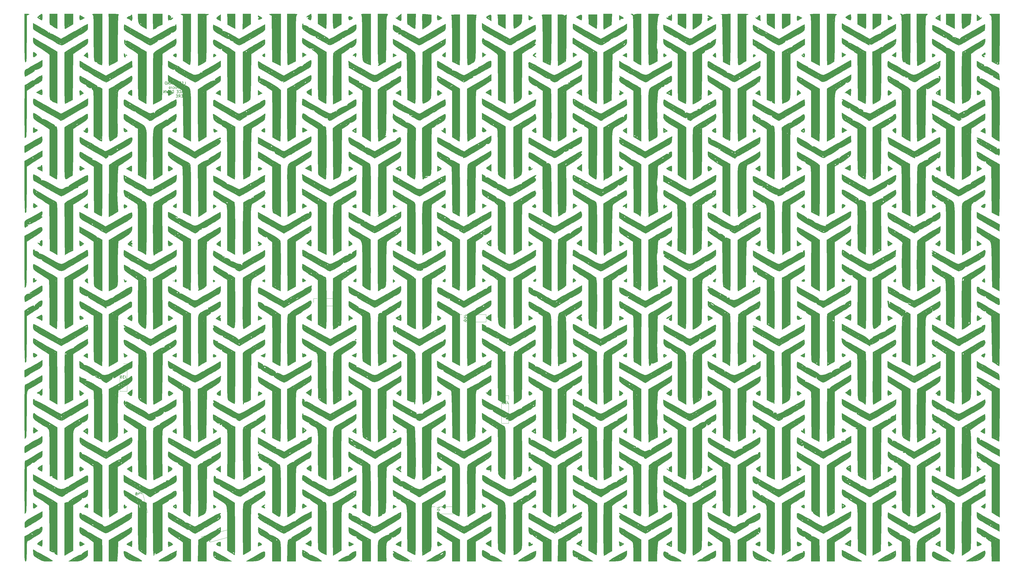
<source format=gbr>
G04 #@! TF.GenerationSoftware,KiCad,Pcbnew,9.0.2*
G04 #@! TF.CreationDate,2025-12-10T21:35:08-05:00*
G04 #@! TF.ProjectId,ThumbsUp,5468756d-6273-4557-902e-6b696361645f,rev?*
G04 #@! TF.SameCoordinates,Original*
G04 #@! TF.FileFunction,Legend,Bot*
G04 #@! TF.FilePolarity,Positive*
%FSLAX46Y46*%
G04 Gerber Fmt 4.6, Leading zero omitted, Abs format (unit mm)*
G04 Created by KiCad (PCBNEW 9.0.2) date 2025-12-10 21:35:08*
%MOMM*%
%LPD*%
G01*
G04 APERTURE LIST*
%ADD10C,0.150000*%
%ADD11C,0.010000*%
%ADD12C,0.120000*%
G04 APERTURE END LIST*
D10*
X52187030Y-43789987D02*
X52663220Y-43789987D01*
X52663220Y-43789987D02*
X52663220Y-42789987D01*
X51853696Y-43266177D02*
X51520363Y-43266177D01*
X51377506Y-43789987D02*
X51853696Y-43789987D01*
X51853696Y-43789987D02*
X51853696Y-42789987D01*
X51853696Y-42789987D02*
X51377506Y-42789987D01*
X50615601Y-43266177D02*
X50948934Y-43266177D01*
X50948934Y-43789987D02*
X50948934Y-42789987D01*
X50948934Y-42789987D02*
X50472744Y-42789987D01*
X50234648Y-42789987D02*
X49663220Y-42789987D01*
X49948934Y-43789987D02*
X49948934Y-42789987D01*
X48567981Y-43789987D02*
X48567981Y-42789987D01*
X48567981Y-43266177D02*
X47996553Y-43266177D01*
X47996553Y-43789987D02*
X47996553Y-42789987D01*
X47567981Y-43504272D02*
X47091791Y-43504272D01*
X47663219Y-43789987D02*
X47329886Y-42789987D01*
X47329886Y-42789987D02*
X46996553Y-43789987D01*
X46663219Y-43789987D02*
X46663219Y-42789987D01*
X46663219Y-42789987D02*
X46091791Y-43789987D01*
X46091791Y-43789987D02*
X46091791Y-42789987D01*
X45615600Y-43789987D02*
X45615600Y-42789987D01*
X45615600Y-42789987D02*
X45377505Y-42789987D01*
X45377505Y-42789987D02*
X45234648Y-42837606D01*
X45234648Y-42837606D02*
X45139410Y-42932844D01*
X45139410Y-42932844D02*
X45091791Y-43028082D01*
X45091791Y-43028082D02*
X45044172Y-43218558D01*
X45044172Y-43218558D02*
X45044172Y-43361415D01*
X45044172Y-43361415D02*
X45091791Y-43551891D01*
X45091791Y-43551891D02*
X45139410Y-43647129D01*
X45139410Y-43647129D02*
X45234648Y-43742368D01*
X45234648Y-43742368D02*
X45377505Y-43789987D01*
X45377505Y-43789987D02*
X45615600Y-43789987D01*
X52663220Y-45399931D02*
X52663220Y-44399931D01*
X52663220Y-44399931D02*
X52282268Y-44399931D01*
X52282268Y-44399931D02*
X52187030Y-44447550D01*
X52187030Y-44447550D02*
X52139411Y-44495169D01*
X52139411Y-44495169D02*
X52091792Y-44590407D01*
X52091792Y-44590407D02*
X52091792Y-44733264D01*
X52091792Y-44733264D02*
X52139411Y-44828502D01*
X52139411Y-44828502D02*
X52187030Y-44876121D01*
X52187030Y-44876121D02*
X52282268Y-44923740D01*
X52282268Y-44923740D02*
X52663220Y-44923740D01*
X51663220Y-45399931D02*
X51663220Y-44733264D01*
X51663220Y-44923740D02*
X51615601Y-44828502D01*
X51615601Y-44828502D02*
X51567982Y-44780883D01*
X51567982Y-44780883D02*
X51472744Y-44733264D01*
X51472744Y-44733264D02*
X51377506Y-44733264D01*
X50901315Y-45399931D02*
X50996553Y-45352312D01*
X50996553Y-45352312D02*
X51044172Y-45304692D01*
X51044172Y-45304692D02*
X51091791Y-45209454D01*
X51091791Y-45209454D02*
X51091791Y-44923740D01*
X51091791Y-44923740D02*
X51044172Y-44828502D01*
X51044172Y-44828502D02*
X50996553Y-44780883D01*
X50996553Y-44780883D02*
X50901315Y-44733264D01*
X50901315Y-44733264D02*
X50758458Y-44733264D01*
X50758458Y-44733264D02*
X50663220Y-44780883D01*
X50663220Y-44780883D02*
X50615601Y-44828502D01*
X50615601Y-44828502D02*
X50567982Y-44923740D01*
X50567982Y-44923740D02*
X50567982Y-45209454D01*
X50567982Y-45209454D02*
X50615601Y-45304692D01*
X50615601Y-45304692D02*
X50663220Y-45352312D01*
X50663220Y-45352312D02*
X50758458Y-45399931D01*
X50758458Y-45399931D02*
X50901315Y-45399931D01*
X50139410Y-45399931D02*
X50139410Y-44399931D01*
X50139410Y-44399931D02*
X49806077Y-45114216D01*
X49806077Y-45114216D02*
X49472744Y-44399931D01*
X49472744Y-44399931D02*
X49472744Y-45399931D01*
X48996553Y-45399931D02*
X48996553Y-44733264D01*
X48996553Y-44399931D02*
X49044172Y-44447550D01*
X49044172Y-44447550D02*
X48996553Y-44495169D01*
X48996553Y-44495169D02*
X48948934Y-44447550D01*
X48948934Y-44447550D02*
X48996553Y-44399931D01*
X48996553Y-44399931D02*
X48996553Y-44495169D01*
X48091792Y-45352312D02*
X48187030Y-45399931D01*
X48187030Y-45399931D02*
X48377506Y-45399931D01*
X48377506Y-45399931D02*
X48472744Y-45352312D01*
X48472744Y-45352312D02*
X48520363Y-45304692D01*
X48520363Y-45304692D02*
X48567982Y-45209454D01*
X48567982Y-45209454D02*
X48567982Y-44923740D01*
X48567982Y-44923740D02*
X48520363Y-44828502D01*
X48520363Y-44828502D02*
X48472744Y-44780883D01*
X48472744Y-44780883D02*
X48377506Y-44733264D01*
X48377506Y-44733264D02*
X48187030Y-44733264D01*
X48187030Y-44733264D02*
X48091792Y-44780883D01*
X47663220Y-45399931D02*
X47663220Y-44733264D01*
X47663220Y-44923740D02*
X47615601Y-44828502D01*
X47615601Y-44828502D02*
X47567982Y-44780883D01*
X47567982Y-44780883D02*
X47472744Y-44733264D01*
X47472744Y-44733264D02*
X47377506Y-44733264D01*
X46901315Y-45399931D02*
X46996553Y-45352312D01*
X46996553Y-45352312D02*
X47044172Y-45304692D01*
X47044172Y-45304692D02*
X47091791Y-45209454D01*
X47091791Y-45209454D02*
X47091791Y-44923740D01*
X47091791Y-44923740D02*
X47044172Y-44828502D01*
X47044172Y-44828502D02*
X46996553Y-44780883D01*
X46996553Y-44780883D02*
X46901315Y-44733264D01*
X46901315Y-44733264D02*
X46758458Y-44733264D01*
X46758458Y-44733264D02*
X46663220Y-44780883D01*
X46663220Y-44780883D02*
X46615601Y-44828502D01*
X46615601Y-44828502D02*
X46567982Y-44923740D01*
X46567982Y-44923740D02*
X46567982Y-45209454D01*
X46567982Y-45209454D02*
X46615601Y-45304692D01*
X46615601Y-45304692D02*
X46663220Y-45352312D01*
X46663220Y-45352312D02*
X46758458Y-45399931D01*
X46758458Y-45399931D02*
X46901315Y-45399931D01*
X52329887Y-46486065D02*
X52663220Y-46486065D01*
X52663220Y-47009875D02*
X52663220Y-46009875D01*
X52663220Y-46009875D02*
X52187030Y-46009875D01*
X51853696Y-46724160D02*
X51377506Y-46724160D01*
X51948934Y-47009875D02*
X51615601Y-46009875D01*
X51615601Y-46009875D02*
X51282268Y-47009875D01*
X50377506Y-46914636D02*
X50425125Y-46962256D01*
X50425125Y-46962256D02*
X50567982Y-47009875D01*
X50567982Y-47009875D02*
X50663220Y-47009875D01*
X50663220Y-47009875D02*
X50806077Y-46962256D01*
X50806077Y-46962256D02*
X50901315Y-46867017D01*
X50901315Y-46867017D02*
X50948934Y-46771779D01*
X50948934Y-46771779D02*
X50996553Y-46581303D01*
X50996553Y-46581303D02*
X50996553Y-46438446D01*
X50996553Y-46438446D02*
X50948934Y-46247970D01*
X50948934Y-46247970D02*
X50901315Y-46152732D01*
X50901315Y-46152732D02*
X50806077Y-46057494D01*
X50806077Y-46057494D02*
X50663220Y-46009875D01*
X50663220Y-46009875D02*
X50567982Y-46009875D01*
X50567982Y-46009875D02*
X50425125Y-46057494D01*
X50425125Y-46057494D02*
X50377506Y-46105113D01*
X49948934Y-46486065D02*
X49615601Y-46486065D01*
X49472744Y-47009875D02*
X49948934Y-47009875D01*
X49948934Y-47009875D02*
X49948934Y-46009875D01*
X49948934Y-46009875D02*
X49472744Y-46009875D01*
X48282267Y-47009875D02*
X48282267Y-46009875D01*
X48282267Y-46009875D02*
X48044172Y-46009875D01*
X48044172Y-46009875D02*
X47901315Y-46057494D01*
X47901315Y-46057494D02*
X47806077Y-46152732D01*
X47806077Y-46152732D02*
X47758458Y-46247970D01*
X47758458Y-46247970D02*
X47710839Y-46438446D01*
X47710839Y-46438446D02*
X47710839Y-46581303D01*
X47710839Y-46581303D02*
X47758458Y-46771779D01*
X47758458Y-46771779D02*
X47806077Y-46867017D01*
X47806077Y-46867017D02*
X47901315Y-46962256D01*
X47901315Y-46962256D02*
X48044172Y-47009875D01*
X48044172Y-47009875D02*
X48282267Y-47009875D01*
X47091791Y-46009875D02*
X46901315Y-46009875D01*
X46901315Y-46009875D02*
X46806077Y-46057494D01*
X46806077Y-46057494D02*
X46710839Y-46152732D01*
X46710839Y-46152732D02*
X46663220Y-46343208D01*
X46663220Y-46343208D02*
X46663220Y-46676541D01*
X46663220Y-46676541D02*
X46710839Y-46867017D01*
X46710839Y-46867017D02*
X46806077Y-46962256D01*
X46806077Y-46962256D02*
X46901315Y-47009875D01*
X46901315Y-47009875D02*
X47091791Y-47009875D01*
X47091791Y-47009875D02*
X47187029Y-46962256D01*
X47187029Y-46962256D02*
X47282267Y-46867017D01*
X47282267Y-46867017D02*
X47329886Y-46676541D01*
X47329886Y-46676541D02*
X47329886Y-46343208D01*
X47329886Y-46343208D02*
X47282267Y-46152732D01*
X47282267Y-46152732D02*
X47187029Y-46057494D01*
X47187029Y-46057494D02*
X47091791Y-46009875D01*
X46329886Y-46009875D02*
X46091791Y-47009875D01*
X46091791Y-47009875D02*
X45901315Y-46295589D01*
X45901315Y-46295589D02*
X45710839Y-47009875D01*
X45710839Y-47009875D02*
X45472744Y-46009875D01*
X45091791Y-47009875D02*
X45091791Y-46009875D01*
X45091791Y-46009875D02*
X44520363Y-47009875D01*
X44520363Y-47009875D02*
X44520363Y-46009875D01*
X52663220Y-48619819D02*
X52663220Y-47619819D01*
X52663220Y-48096009D02*
X52091792Y-48096009D01*
X52091792Y-48619819D02*
X52091792Y-47619819D01*
X51615601Y-48096009D02*
X51282268Y-48096009D01*
X51139411Y-48619819D02*
X51615601Y-48619819D01*
X51615601Y-48619819D02*
X51615601Y-47619819D01*
X51615601Y-47619819D02*
X51139411Y-47619819D01*
X50139411Y-48619819D02*
X50472744Y-48143628D01*
X50710839Y-48619819D02*
X50710839Y-47619819D01*
X50710839Y-47619819D02*
X50329887Y-47619819D01*
X50329887Y-47619819D02*
X50234649Y-47667438D01*
X50234649Y-47667438D02*
X50187030Y-47715057D01*
X50187030Y-47715057D02*
X50139411Y-47810295D01*
X50139411Y-47810295D02*
X50139411Y-47953152D01*
X50139411Y-47953152D02*
X50187030Y-48048390D01*
X50187030Y-48048390D02*
X50234649Y-48096009D01*
X50234649Y-48096009D02*
X50329887Y-48143628D01*
X50329887Y-48143628D02*
X50710839Y-48143628D01*
X49710839Y-48096009D02*
X49377506Y-48096009D01*
X49234649Y-48619819D02*
X49710839Y-48619819D01*
X49710839Y-48619819D02*
X49710839Y-47619819D01*
X49710839Y-47619819D02*
X49234649Y-47619819D01*
X146913119Y-202690476D02*
X147627404Y-202690476D01*
X147627404Y-202690476D02*
X147770261Y-202642857D01*
X147770261Y-202642857D02*
X147865500Y-202547619D01*
X147865500Y-202547619D02*
X147913119Y-202404762D01*
X147913119Y-202404762D02*
X147913119Y-202309524D01*
X147913119Y-203690476D02*
X147913119Y-203119048D01*
X147913119Y-203404762D02*
X146913119Y-203404762D01*
X146913119Y-203404762D02*
X147055976Y-203309524D01*
X147055976Y-203309524D02*
X147151214Y-203214286D01*
X147151214Y-203214286D02*
X147198833Y-203119048D01*
X147246452Y-204547619D02*
X147913119Y-204547619D01*
X146865500Y-204309524D02*
X147579785Y-204071429D01*
X147579785Y-204071429D02*
X147579785Y-204690476D01*
X156973119Y-130690476D02*
X157687404Y-130690476D01*
X157687404Y-130690476D02*
X157830261Y-130642857D01*
X157830261Y-130642857D02*
X157925500Y-130547619D01*
X157925500Y-130547619D02*
X157973119Y-130404762D01*
X157973119Y-130404762D02*
X157973119Y-130309524D01*
X157973119Y-131690476D02*
X157973119Y-131119048D01*
X157973119Y-131404762D02*
X156973119Y-131404762D01*
X156973119Y-131404762D02*
X157115976Y-131309524D01*
X157115976Y-131309524D02*
X157211214Y-131214286D01*
X157211214Y-131214286D02*
X157258833Y-131119048D01*
X156973119Y-132309524D02*
X156973119Y-132404762D01*
X156973119Y-132404762D02*
X157020738Y-132500000D01*
X157020738Y-132500000D02*
X157068357Y-132547619D01*
X157068357Y-132547619D02*
X157163595Y-132595238D01*
X157163595Y-132595238D02*
X157354071Y-132642857D01*
X157354071Y-132642857D02*
X157592166Y-132642857D01*
X157592166Y-132642857D02*
X157782642Y-132595238D01*
X157782642Y-132595238D02*
X157877880Y-132547619D01*
X157877880Y-132547619D02*
X157925500Y-132500000D01*
X157925500Y-132500000D02*
X157973119Y-132404762D01*
X157973119Y-132404762D02*
X157973119Y-132309524D01*
X157973119Y-132309524D02*
X157925500Y-132214286D01*
X157925500Y-132214286D02*
X157877880Y-132166667D01*
X157877880Y-132166667D02*
X157782642Y-132119048D01*
X157782642Y-132119048D02*
X157592166Y-132071429D01*
X157592166Y-132071429D02*
X157354071Y-132071429D01*
X157354071Y-132071429D02*
X157163595Y-132119048D01*
X157163595Y-132119048D02*
X157068357Y-132166667D01*
X157068357Y-132166667D02*
X157020738Y-132214286D01*
X157020738Y-132214286D02*
X156973119Y-132309524D01*
X35865636Y-196430246D02*
X36050507Y-197120193D01*
X36050507Y-197120193D02*
X36133477Y-197245858D01*
X36133477Y-197245858D02*
X36250120Y-197313201D01*
X36250120Y-197313201D02*
X36400434Y-197322224D01*
X36400434Y-197322224D02*
X36492427Y-197297574D01*
X35077976Y-196986391D02*
X35250522Y-197630342D01*
X35209360Y-196556796D02*
X35624214Y-197185119D01*
X35624214Y-197185119D02*
X35026259Y-197345340D01*
X34458675Y-197250930D02*
X34538343Y-197180284D01*
X34538343Y-197180284D02*
X34572015Y-197121963D01*
X34572015Y-197121963D02*
X34593362Y-197017645D01*
X34593362Y-197017645D02*
X34581037Y-196971649D01*
X34581037Y-196971649D02*
X34510391Y-196891981D01*
X34510391Y-196891981D02*
X34452070Y-196858309D01*
X34452070Y-196858309D02*
X34347752Y-196836962D01*
X34347752Y-196836962D02*
X34163766Y-196886261D01*
X34163766Y-196886261D02*
X34084098Y-196956907D01*
X34084098Y-196956907D02*
X34050426Y-197015228D01*
X34050426Y-197015228D02*
X34029079Y-197119545D01*
X34029079Y-197119545D02*
X34041404Y-197165542D01*
X34041404Y-197165542D02*
X34112050Y-197245210D01*
X34112050Y-197245210D02*
X34170371Y-197278882D01*
X34170371Y-197278882D02*
X34274689Y-197300229D01*
X34274689Y-197300229D02*
X34458675Y-197250930D01*
X34458675Y-197250930D02*
X34562992Y-197272277D01*
X34562992Y-197272277D02*
X34621313Y-197305949D01*
X34621313Y-197305949D02*
X34691959Y-197385617D01*
X34691959Y-197385617D02*
X34741258Y-197569603D01*
X34741258Y-197569603D02*
X34719911Y-197673921D01*
X34719911Y-197673921D02*
X34686239Y-197732242D01*
X34686239Y-197732242D02*
X34606571Y-197802888D01*
X34606571Y-197802888D02*
X34422585Y-197852186D01*
X34422585Y-197852186D02*
X34318268Y-197830839D01*
X34318268Y-197830839D02*
X34259947Y-197797168D01*
X34259947Y-197797168D02*
X34189301Y-197717499D01*
X34189301Y-197717499D02*
X34140002Y-197533514D01*
X34140002Y-197533514D02*
X34161349Y-197429196D01*
X34161349Y-197429196D02*
X34195021Y-197370875D01*
X34195021Y-197370875D02*
X34274689Y-197300229D01*
X62436049Y-214522344D02*
X61817459Y-214879487D01*
X61817459Y-214879487D02*
X61717551Y-214992155D01*
X61717551Y-214992155D02*
X61682691Y-215122252D01*
X61682691Y-215122252D02*
X61712881Y-215269780D01*
X61712881Y-215269780D02*
X61760500Y-215352258D01*
X61694993Y-213905464D02*
X61117642Y-214238797D01*
X62143955Y-213921184D02*
X61644413Y-214484523D01*
X61644413Y-214484523D02*
X61334889Y-213948412D01*
X60593833Y-213331532D02*
X60879547Y-213826404D01*
X60736690Y-213578968D02*
X61602715Y-213078968D01*
X61602715Y-213078968D02*
X61526616Y-213232875D01*
X61526616Y-213232875D02*
X61491757Y-213362973D01*
X61491757Y-213362973D02*
X61498137Y-213469261D01*
X30277823Y-153054819D02*
X30277823Y-153769104D01*
X30277823Y-153769104D02*
X30325442Y-153911961D01*
X30325442Y-153911961D02*
X30420680Y-154007200D01*
X30420680Y-154007200D02*
X30563537Y-154054819D01*
X30563537Y-154054819D02*
X30658775Y-154054819D01*
X29896870Y-153054819D02*
X29277823Y-153054819D01*
X29277823Y-153054819D02*
X29611156Y-153435771D01*
X29611156Y-153435771D02*
X29468299Y-153435771D01*
X29468299Y-153435771D02*
X29373061Y-153483390D01*
X29373061Y-153483390D02*
X29325442Y-153531009D01*
X29325442Y-153531009D02*
X29277823Y-153626247D01*
X29277823Y-153626247D02*
X29277823Y-153864342D01*
X29277823Y-153864342D02*
X29325442Y-153959580D01*
X29325442Y-153959580D02*
X29373061Y-154007200D01*
X29373061Y-154007200D02*
X29468299Y-154054819D01*
X29468299Y-154054819D02*
X29754013Y-154054819D01*
X29754013Y-154054819D02*
X29849251Y-154007200D01*
X29849251Y-154007200D02*
X29896870Y-153959580D01*
X28801632Y-154054819D02*
X28611156Y-154054819D01*
X28611156Y-154054819D02*
X28515918Y-154007200D01*
X28515918Y-154007200D02*
X28468299Y-153959580D01*
X28468299Y-153959580D02*
X28373061Y-153816723D01*
X28373061Y-153816723D02*
X28325442Y-153626247D01*
X28325442Y-153626247D02*
X28325442Y-153245295D01*
X28325442Y-153245295D02*
X28373061Y-153150057D01*
X28373061Y-153150057D02*
X28420680Y-153102438D01*
X28420680Y-153102438D02*
X28515918Y-153054819D01*
X28515918Y-153054819D02*
X28706394Y-153054819D01*
X28706394Y-153054819D02*
X28801632Y-153102438D01*
X28801632Y-153102438D02*
X28849251Y-153150057D01*
X28849251Y-153150057D02*
X28896870Y-153245295D01*
X28896870Y-153245295D02*
X28896870Y-153483390D01*
X28896870Y-153483390D02*
X28849251Y-153578628D01*
X28849251Y-153578628D02*
X28801632Y-153626247D01*
X28801632Y-153626247D02*
X28706394Y-153673866D01*
X28706394Y-153673866D02*
X28515918Y-153673866D01*
X28515918Y-153673866D02*
X28420680Y-153626247D01*
X28420680Y-153626247D02*
X28373061Y-153578628D01*
X28373061Y-153578628D02*
X28325442Y-153483390D01*
X173377823Y-162624819D02*
X173377823Y-163339104D01*
X173377823Y-163339104D02*
X173425442Y-163481961D01*
X173425442Y-163481961D02*
X173520680Y-163577200D01*
X173520680Y-163577200D02*
X173663537Y-163624819D01*
X173663537Y-163624819D02*
X173758775Y-163624819D01*
X172996870Y-162624819D02*
X172377823Y-162624819D01*
X172377823Y-162624819D02*
X172711156Y-163005771D01*
X172711156Y-163005771D02*
X172568299Y-163005771D01*
X172568299Y-163005771D02*
X172473061Y-163053390D01*
X172473061Y-163053390D02*
X172425442Y-163101009D01*
X172425442Y-163101009D02*
X172377823Y-163196247D01*
X172377823Y-163196247D02*
X172377823Y-163434342D01*
X172377823Y-163434342D02*
X172425442Y-163529580D01*
X172425442Y-163529580D02*
X172473061Y-163577200D01*
X172473061Y-163577200D02*
X172568299Y-163624819D01*
X172568299Y-163624819D02*
X172854013Y-163624819D01*
X172854013Y-163624819D02*
X172949251Y-163577200D01*
X172949251Y-163577200D02*
X172996870Y-163529580D01*
X171473061Y-162624819D02*
X171949251Y-162624819D01*
X171949251Y-162624819D02*
X171996870Y-163101009D01*
X171996870Y-163101009D02*
X171949251Y-163053390D01*
X171949251Y-163053390D02*
X171854013Y-163005771D01*
X171854013Y-163005771D02*
X171615918Y-163005771D01*
X171615918Y-163005771D02*
X171520680Y-163053390D01*
X171520680Y-163053390D02*
X171473061Y-163101009D01*
X171473061Y-163101009D02*
X171425442Y-163196247D01*
X171425442Y-163196247D02*
X171425442Y-163434342D01*
X171425442Y-163434342D02*
X171473061Y-163529580D01*
X171473061Y-163529580D02*
X171520680Y-163577200D01*
X171520680Y-163577200D02*
X171615918Y-163624819D01*
X171615918Y-163624819D02*
X171854013Y-163624819D01*
X171854013Y-163624819D02*
X171949251Y-163577200D01*
X171949251Y-163577200D02*
X171996870Y-163529580D01*
X102753119Y-124690476D02*
X103467404Y-124690476D01*
X103467404Y-124690476D02*
X103610261Y-124642857D01*
X103610261Y-124642857D02*
X103705500Y-124547619D01*
X103705500Y-124547619D02*
X103753119Y-124404762D01*
X103753119Y-124404762D02*
X103753119Y-124309524D01*
X102753119Y-125071429D02*
X102753119Y-125690476D01*
X102753119Y-125690476D02*
X103134071Y-125357143D01*
X103134071Y-125357143D02*
X103134071Y-125500000D01*
X103134071Y-125500000D02*
X103181690Y-125595238D01*
X103181690Y-125595238D02*
X103229309Y-125642857D01*
X103229309Y-125642857D02*
X103324547Y-125690476D01*
X103324547Y-125690476D02*
X103562642Y-125690476D01*
X103562642Y-125690476D02*
X103657880Y-125642857D01*
X103657880Y-125642857D02*
X103705500Y-125595238D01*
X103705500Y-125595238D02*
X103753119Y-125500000D01*
X103753119Y-125500000D02*
X103753119Y-125214286D01*
X103753119Y-125214286D02*
X103705500Y-125119048D01*
X103705500Y-125119048D02*
X103657880Y-125071429D01*
X102753119Y-126023810D02*
X102753119Y-126642857D01*
X102753119Y-126642857D02*
X103134071Y-126309524D01*
X103134071Y-126309524D02*
X103134071Y-126452381D01*
X103134071Y-126452381D02*
X103181690Y-126547619D01*
X103181690Y-126547619D02*
X103229309Y-126595238D01*
X103229309Y-126595238D02*
X103324547Y-126642857D01*
X103324547Y-126642857D02*
X103562642Y-126642857D01*
X103562642Y-126642857D02*
X103657880Y-126595238D01*
X103657880Y-126595238D02*
X103705500Y-126547619D01*
X103705500Y-126547619D02*
X103753119Y-126452381D01*
X103753119Y-126452381D02*
X103753119Y-126166667D01*
X103753119Y-126166667D02*
X103705500Y-126071429D01*
X103705500Y-126071429D02*
X103657880Y-126023810D01*
D11*
X48267368Y-117460000D02*
X48133684Y-117593684D01*
X48000000Y-117460000D01*
X48133684Y-117326316D01*
X48267368Y-117460000D01*
G36*
X48267368Y-117460000D02*
G01*
X48133684Y-117593684D01*
X48000000Y-117460000D01*
X48133684Y-117326316D01*
X48267368Y-117460000D01*
G37*
X131953684Y-89653684D02*
X131820000Y-89787369D01*
X131686316Y-89653684D01*
X131820000Y-89520000D01*
X131953684Y-89653684D01*
G36*
X131953684Y-89653684D02*
G01*
X131820000Y-89787369D01*
X131686316Y-89653684D01*
X131820000Y-89520000D01*
X131953684Y-89653684D01*
G37*
X137301053Y-222535790D02*
X137167368Y-222669474D01*
X137033684Y-222535790D01*
X137167368Y-222402105D01*
X137301053Y-222535790D01*
G36*
X137301053Y-222535790D02*
G01*
X137167368Y-222669474D01*
X137033684Y-222535790D01*
X137167368Y-222402105D01*
X137301053Y-222535790D01*
G37*
X242109474Y-26554737D02*
X241975789Y-26688421D01*
X241842105Y-26554737D01*
X241975789Y-26421053D01*
X242109474Y-26554737D01*
G36*
X242109474Y-26554737D02*
G01*
X241975789Y-26688421D01*
X241842105Y-26554737D01*
X241975789Y-26421053D01*
X242109474Y-26554737D01*
G37*
X16127512Y-32082146D02*
X16183158Y-32853011D01*
X16183158Y-33937601D01*
X14588658Y-32995707D01*
X15165146Y-32382064D01*
X15529026Y-32024937D01*
X15926504Y-31814002D01*
X16127512Y-32082146D01*
G36*
X16127512Y-32082146D02*
G01*
X16183158Y-32853011D01*
X16183158Y-33937601D01*
X14588658Y-32995707D01*
X15165146Y-32382064D01*
X15529026Y-32024937D01*
X15926504Y-31814002D01*
X16127512Y-32082146D01*
G37*
X63576432Y-117288432D02*
X63756936Y-117580385D01*
X63505133Y-117865146D01*
X63216895Y-117967860D01*
X63015839Y-117699401D01*
X62993041Y-117348387D01*
X63189758Y-117094503D01*
X63576432Y-117288432D01*
G36*
X63576432Y-117288432D02*
G01*
X63756936Y-117580385D01*
X63505133Y-117865146D01*
X63216895Y-117967860D01*
X63015839Y-117699401D01*
X62993041Y-117348387D01*
X63189758Y-117094503D01*
X63576432Y-117288432D01*
G37*
X65913684Y-20017943D02*
X65128533Y-19611926D01*
X64625230Y-19331085D01*
X64269778Y-18988122D01*
X64398161Y-18645919D01*
X65000194Y-18191786D01*
X65913684Y-17592979D01*
X65913684Y-20017943D01*
G36*
X65913684Y-20017943D02*
G01*
X65128533Y-19611926D01*
X64625230Y-19331085D01*
X64269778Y-18988122D01*
X64398161Y-18645919D01*
X65000194Y-18191786D01*
X65913684Y-17592979D01*
X65913684Y-20017943D01*
G37*
X65913684Y-104719015D02*
X65116894Y-104321524D01*
X64610612Y-104050402D01*
X64260759Y-103726478D01*
X64393936Y-103397921D01*
X65000194Y-102947576D01*
X65913684Y-102348768D01*
X65913684Y-104719015D01*
G36*
X65913684Y-104719015D02*
G01*
X65116894Y-104321524D01*
X64610612Y-104050402D01*
X64260759Y-103726478D01*
X64393936Y-103397921D01*
X65000194Y-102947576D01*
X65913684Y-102348768D01*
X65913684Y-104719015D01*
G37*
X99869474Y-48033470D02*
X98819306Y-47458236D01*
X98192968Y-47041748D01*
X98008127Y-46659872D01*
X98311340Y-46262502D01*
X99114737Y-45780768D01*
X99869474Y-45390479D01*
X99869474Y-48033470D01*
G36*
X99869474Y-48033470D02*
G01*
X98819306Y-47458236D01*
X98192968Y-47041748D01*
X98008127Y-46659872D01*
X98311340Y-46262502D01*
X99114737Y-45780768D01*
X99869474Y-45390479D01*
X99869474Y-48033470D01*
G37*
X164696372Y-88869650D02*
X165401246Y-89331501D01*
X163904210Y-90318653D01*
X163818511Y-89492570D01*
X163791393Y-89172487D01*
X163837763Y-88640140D01*
X164115587Y-88556108D01*
X164696372Y-88869650D01*
G36*
X164696372Y-88869650D02*
G01*
X165401246Y-89331501D01*
X163904210Y-90318653D01*
X163818511Y-89492570D01*
X163791393Y-89172487D01*
X163837763Y-88640140D01*
X164115587Y-88556108D01*
X164696372Y-88869650D01*
G37*
X216889706Y-188045263D02*
X216198011Y-188493614D01*
X215770151Y-188762413D01*
X215379951Y-188901448D01*
X215213545Y-188642277D01*
X215147019Y-187916906D01*
X215084230Y-186852759D01*
X216889706Y-188045263D01*
G36*
X216889706Y-188045263D02*
G01*
X216198011Y-188493614D01*
X215770151Y-188762413D01*
X215379951Y-188901448D01*
X215213545Y-188642277D01*
X215147019Y-187916906D01*
X215084230Y-186852759D01*
X216889706Y-188045263D01*
G37*
X265768834Y-117321874D02*
X265825517Y-117510892D01*
X265613050Y-117876408D01*
X265335726Y-118009058D01*
X265141226Y-117912054D01*
X265309019Y-117445719D01*
X265540436Y-117167011D01*
X265768834Y-117321874D01*
G36*
X265768834Y-117321874D02*
G01*
X265825517Y-117510892D01*
X265613050Y-117876408D01*
X265335726Y-118009058D01*
X265141226Y-117912054D01*
X265309019Y-117445719D01*
X265540436Y-117167011D01*
X265768834Y-117321874D01*
G37*
X268044210Y-189253337D02*
X267130720Y-188654530D01*
X266681476Y-188337183D01*
X266390252Y-187969438D01*
X266579385Y-187639403D01*
X267259060Y-187234391D01*
X268044210Y-186828373D01*
X268044210Y-189253337D01*
G36*
X268044210Y-189253337D02*
G01*
X267130720Y-188654530D01*
X266681476Y-188337183D01*
X266390252Y-187969438D01*
X266579385Y-187639403D01*
X267259060Y-187234391D01*
X268044210Y-186828373D01*
X268044210Y-189253337D01*
G37*
X333211742Y-60674810D02*
X333969986Y-61302765D01*
X332346316Y-62114737D01*
X332261735Y-61218967D01*
X332230662Y-60729355D01*
X332312237Y-60258596D01*
X332619055Y-60251990D01*
X333211742Y-60674810D01*
G36*
X333211742Y-60674810D02*
G01*
X333969986Y-61302765D01*
X332346316Y-62114737D01*
X332261735Y-61218967D01*
X332230662Y-60729355D01*
X332312237Y-60258596D01*
X332619055Y-60251990D01*
X333211742Y-60674810D01*
G37*
X352221136Y-60418999D02*
X352265263Y-61145134D01*
X352265263Y-62180794D01*
X350409627Y-61312632D01*
X351136919Y-60712381D01*
X351612982Y-60343124D01*
X352032058Y-60162535D01*
X352221136Y-60418999D01*
G36*
X352221136Y-60418999D02*
G01*
X352265263Y-61145134D01*
X352265263Y-62180794D01*
X350409627Y-61312632D01*
X351136919Y-60712381D01*
X351612982Y-60343124D01*
X352032058Y-60162535D01*
X352221136Y-60418999D01*
G37*
X-3591787Y-201329905D02*
X-2779364Y-201930556D01*
X-3391261Y-202401438D01*
X-3757882Y-202667072D01*
X-4172512Y-202830072D01*
X-4360176Y-202559602D01*
X-4404211Y-201806733D01*
X-4404211Y-200729255D01*
X-3591787Y-201329905D01*
G36*
X-3591787Y-201329905D02*
G01*
X-2779364Y-201930556D01*
X-3391261Y-202401438D01*
X-3757882Y-202667072D01*
X-4172512Y-202830072D01*
X-4360176Y-202559602D01*
X-4404211Y-201806733D01*
X-4404211Y-200729255D01*
X-3591787Y-201329905D01*
G37*
X13909738Y-46472944D02*
X14575262Y-47098172D01*
X13841842Y-47544212D01*
X13108421Y-47990253D01*
X13023840Y-47071462D01*
X12995085Y-46578835D01*
X13079129Y-46079384D01*
X13370948Y-46052914D01*
X13909738Y-46472944D01*
G36*
X13909738Y-46472944D02*
G01*
X14575262Y-47098172D01*
X13841842Y-47544212D01*
X13108421Y-47990253D01*
X13023840Y-47071462D01*
X12995085Y-46578835D01*
X13079129Y-46079384D01*
X13370948Y-46052914D01*
X13909738Y-46472944D01*
G37*
X29947166Y-32385133D02*
X30207966Y-33038421D01*
X30266586Y-33464992D01*
X30027520Y-33640000D01*
X29748923Y-33405143D01*
X29599442Y-32775413D01*
X29599453Y-32385549D01*
X29723936Y-32158695D01*
X29947166Y-32385133D01*
G36*
X29947166Y-32385133D02*
G01*
X30207966Y-33038421D01*
X30266586Y-33464992D01*
X30027520Y-33640000D01*
X29748923Y-33405143D01*
X29599442Y-32775413D01*
X29599453Y-32385549D01*
X29723936Y-32158695D01*
X29947166Y-32385133D01*
G37*
X30514478Y-32582830D02*
X30754737Y-32837895D01*
X30796514Y-32941463D01*
X30636832Y-33105263D01*
X30559224Y-33094989D01*
X30353684Y-32837895D01*
X30356750Y-32777387D01*
X30471589Y-32570527D01*
X30514478Y-32582830D01*
G36*
X30514478Y-32582830D02*
G01*
X30754737Y-32837895D01*
X30796514Y-32941463D01*
X30636832Y-33105263D01*
X30559224Y-33094989D01*
X30353684Y-32837895D01*
X30356750Y-32777387D01*
X30471589Y-32570527D01*
X30514478Y-32582830D01*
G37*
X49230482Y-116930480D02*
X49336842Y-117429328D01*
X49336340Y-117487381D01*
X49237127Y-117934442D01*
X48922664Y-117952704D01*
X48626767Y-117640970D01*
X48650993Y-117183444D01*
X49002631Y-116858296D01*
X49230482Y-116930480D01*
G36*
X49230482Y-116930480D02*
G01*
X49336842Y-117429328D01*
X49336340Y-117487381D01*
X49237127Y-117934442D01*
X48922664Y-117952704D01*
X48626767Y-117640970D01*
X48650993Y-117183444D01*
X49002631Y-116858296D01*
X49230482Y-116930480D01*
G37*
X65850189Y-46237965D02*
X65913684Y-46974608D01*
X65913684Y-48010268D01*
X64983667Y-47576187D01*
X64053651Y-47142105D01*
X64731208Y-46540527D01*
X65160651Y-46188531D01*
X65619352Y-45983345D01*
X65850189Y-46237965D01*
G36*
X65850189Y-46237965D02*
G01*
X65913684Y-46974608D01*
X65913684Y-48010268D01*
X64983667Y-47576187D01*
X64053651Y-47142105D01*
X64731208Y-46540527D01*
X65160651Y-46188531D01*
X65619352Y-45983345D01*
X65850189Y-46237965D01*
G37*
X79977635Y-181507040D02*
X80217895Y-181762105D01*
X80259672Y-181865674D01*
X80099990Y-182029474D01*
X80022382Y-182019199D01*
X79816842Y-181762105D01*
X79819907Y-181701598D01*
X79934747Y-181494737D01*
X79977635Y-181507040D01*
G36*
X79977635Y-181507040D02*
G01*
X80217895Y-181762105D01*
X80259672Y-181865674D01*
X80099990Y-182029474D01*
X80022382Y-182019199D01*
X79816842Y-181762105D01*
X79819907Y-181701598D01*
X79934747Y-181494737D01*
X79977635Y-181507040D01*
G37*
X82543391Y-145428395D02*
X82515221Y-145609972D01*
X82373164Y-146074271D01*
X82077446Y-146133237D01*
X81480074Y-145844828D01*
X80870674Y-145506499D01*
X81763810Y-145080592D01*
X82656947Y-144654685D01*
X82543391Y-145428395D01*
G36*
X82543391Y-145428395D02*
G01*
X82515221Y-145609972D01*
X82373164Y-146074271D01*
X82077446Y-146133237D01*
X81480074Y-145844828D01*
X80870674Y-145506499D01*
X81763810Y-145080592D01*
X82656947Y-144654685D01*
X82543391Y-145428395D01*
G37*
X97280997Y-32210041D02*
X97937514Y-32704211D01*
X97232441Y-33170379D01*
X96527368Y-33636548D01*
X96441669Y-32810464D01*
X96415310Y-32494757D01*
X96462730Y-31954269D01*
X96732221Y-31873007D01*
X97280997Y-32210041D01*
G36*
X97280997Y-32210041D02*
G01*
X97937514Y-32704211D01*
X97232441Y-33170379D01*
X96527368Y-33636548D01*
X96441669Y-32810464D01*
X96415310Y-32494757D01*
X96462730Y-31954269D01*
X96732221Y-31873007D01*
X97280997Y-32210041D01*
G37*
X114557762Y-159065516D02*
X115342892Y-159645988D01*
X114758288Y-160134099D01*
X114408492Y-160408604D01*
X114004310Y-160583530D01*
X113817820Y-160316268D01*
X113772631Y-159562522D01*
X113772631Y-158485044D01*
X114557762Y-159065516D01*
G36*
X114557762Y-159065516D02*
G01*
X115342892Y-159645988D01*
X114758288Y-160134099D01*
X114408492Y-160408604D01*
X114004310Y-160583530D01*
X113817820Y-160316268D01*
X113772631Y-159562522D01*
X113772631Y-158485044D01*
X114557762Y-159065516D01*
G37*
X116661779Y-145390566D02*
X116639619Y-145653731D01*
X116535997Y-146085329D01*
X116258190Y-146121170D01*
X115662997Y-145823295D01*
X115013363Y-145463433D01*
X115868489Y-145021230D01*
X116723616Y-144579027D01*
X116661779Y-145390566D01*
G36*
X116661779Y-145390566D02*
G01*
X116639619Y-145653731D01*
X116535997Y-146085329D01*
X116258190Y-146121170D01*
X115662997Y-145823295D01*
X115013363Y-145463433D01*
X115868489Y-145021230D01*
X116723616Y-144579027D01*
X116661779Y-145390566D01*
G37*
X116713684Y-139502116D02*
X116703410Y-139579723D01*
X116446316Y-139785263D01*
X116385808Y-139782198D01*
X116178947Y-139667358D01*
X116191251Y-139624470D01*
X116446316Y-139384211D01*
X116549884Y-139342434D01*
X116713684Y-139502116D01*
G36*
X116713684Y-139502116D02*
G01*
X116703410Y-139579723D01*
X116446316Y-139785263D01*
X116385808Y-139782198D01*
X116178947Y-139667358D01*
X116191251Y-139624470D01*
X116446316Y-139384211D01*
X116549884Y-139342434D01*
X116713684Y-139502116D01*
G37*
X150079117Y-172981097D02*
X150134737Y-173747919D01*
X150134737Y-174824259D01*
X149305605Y-174395498D01*
X148476474Y-173966738D01*
X149084843Y-173319158D01*
X149471618Y-172938616D01*
X149876137Y-172718705D01*
X150079117Y-172981097D01*
G36*
X150079117Y-172981097D02*
G01*
X150134737Y-173747919D01*
X150134737Y-174824259D01*
X149305605Y-174395498D01*
X148476474Y-173966738D01*
X149084843Y-173319158D01*
X149471618Y-172938616D01*
X149876137Y-172718705D01*
X150079117Y-172981097D01*
G37*
X181965932Y-18317326D02*
X182782391Y-18799620D01*
X182203681Y-19268231D01*
X181959221Y-19456688D01*
X181465120Y-19700254D01*
X181217325Y-19486790D01*
X181149474Y-18785937D01*
X181149474Y-17835031D01*
X181965932Y-18317326D01*
G36*
X181965932Y-18317326D02*
G01*
X182782391Y-18799620D01*
X182203681Y-19268231D01*
X181959221Y-19456688D01*
X181465120Y-19700254D01*
X181217325Y-19486790D01*
X181149474Y-18785937D01*
X181149474Y-17835031D01*
X181965932Y-18317326D01*
G37*
X181965932Y-103073115D02*
X182782391Y-103555409D01*
X182203681Y-104024020D01*
X181959221Y-104212477D01*
X181465120Y-104456043D01*
X181217325Y-104242580D01*
X181149474Y-103541726D01*
X181149474Y-102590821D01*
X181965932Y-103073115D01*
G36*
X181965932Y-103073115D02*
G01*
X182782391Y-103555409D01*
X182203681Y-104024020D01*
X181959221Y-104212477D01*
X181465120Y-104456043D01*
X181217325Y-104242580D01*
X181149474Y-103541726D01*
X181149474Y-102590821D01*
X181965932Y-103073115D01*
G37*
X198613629Y-32210041D02*
X199270146Y-32704211D01*
X198565073Y-33170379D01*
X197860000Y-33636548D01*
X197774301Y-32810464D01*
X197747941Y-32494757D01*
X197795362Y-31954269D01*
X198064853Y-31873007D01*
X198613629Y-32210041D01*
G36*
X198613629Y-32210041D02*
G01*
X199270146Y-32704211D01*
X198565073Y-33170379D01*
X197860000Y-33636548D01*
X197774301Y-32810464D01*
X197747941Y-32494757D01*
X197795362Y-31954269D01*
X198064853Y-31873007D01*
X198613629Y-32210041D01*
G37*
X216034043Y-102988481D02*
X216899847Y-103556842D01*
X216203081Y-104022975D01*
X215797145Y-104285109D01*
X215394359Y-104437347D01*
X215229172Y-104182337D01*
X215187384Y-103456375D01*
X215168240Y-102420119D01*
X216034043Y-102988481D01*
G36*
X216034043Y-102988481D02*
G01*
X216899847Y-103556842D01*
X216203081Y-104022975D01*
X215797145Y-104285109D01*
X215394359Y-104437347D01*
X215229172Y-104182337D01*
X215187384Y-103456375D01*
X215168240Y-102420119D01*
X216034043Y-102988481D01*
G37*
X248660000Y-119635944D02*
X248851982Y-119722521D01*
X249061053Y-119894921D01*
X249016725Y-119942797D01*
X248660000Y-120000000D01*
X248475632Y-119970825D01*
X248258947Y-119741023D01*
X248315721Y-119630387D01*
X248660000Y-119635944D01*
G36*
X248660000Y-119635944D02*
G01*
X248851982Y-119722521D01*
X249061053Y-119894921D01*
X249016725Y-119942797D01*
X248660000Y-120000000D01*
X248475632Y-119970825D01*
X248258947Y-119741023D01*
X248315721Y-119630387D01*
X248660000Y-119635944D01*
G37*
X251338696Y-144834947D02*
X251378246Y-145495674D01*
X251378246Y-146393454D01*
X250625063Y-145963569D01*
X249871881Y-145533684D01*
X250469098Y-145071735D01*
X250709036Y-144890667D01*
X251150432Y-144649508D01*
X251338696Y-144834947D01*
G36*
X251338696Y-144834947D02*
G01*
X251378246Y-145495674D01*
X251378246Y-146393454D01*
X250625063Y-145963569D01*
X249871881Y-145533684D01*
X250469098Y-145071735D01*
X250709036Y-144890667D01*
X251150432Y-144649508D01*
X251338696Y-144834947D01*
G37*
X266109854Y-201858907D02*
X266258354Y-202167197D01*
X265962801Y-202518825D01*
X265503208Y-202820282D01*
X265284476Y-202746280D01*
X265236842Y-202215790D01*
X265313663Y-201759530D01*
X265623132Y-201561596D01*
X266109854Y-201858907D01*
G36*
X266109854Y-201858907D02*
G01*
X266258354Y-202167197D01*
X265962801Y-202518825D01*
X265503208Y-202820282D01*
X265284476Y-202746280D01*
X265236842Y-202215790D01*
X265313663Y-201759530D01*
X265623132Y-201561596D01*
X266109854Y-201858907D01*
G37*
X267914508Y-46257153D02*
X268002820Y-47009285D01*
X268065974Y-48079622D01*
X267096024Y-47617085D01*
X266126073Y-47154548D01*
X266832683Y-46546748D01*
X267288515Y-46178271D01*
X267707109Y-45992284D01*
X267914508Y-46257153D01*
G36*
X267914508Y-46257153D02*
G01*
X268002820Y-47009285D01*
X268065974Y-48079622D01*
X267096024Y-47617085D01*
X266126073Y-47154548D01*
X266832683Y-46546748D01*
X267288515Y-46178271D01*
X267707109Y-45992284D01*
X267914508Y-46257153D01*
G37*
X318844210Y-32696206D02*
X318842783Y-33094012D01*
X318780766Y-33529586D01*
X318527565Y-33562945D01*
X317948414Y-33282256D01*
X317258861Y-32924512D01*
X318051536Y-32338462D01*
X318844210Y-31752413D01*
X318844210Y-32696206D01*
G36*
X318844210Y-32696206D02*
G01*
X318842783Y-33094012D01*
X318780766Y-33529586D01*
X318527565Y-33562945D01*
X317948414Y-33282256D01*
X317258861Y-32924512D01*
X318051536Y-32338462D01*
X318844210Y-31752413D01*
X318844210Y-32696206D01*
G37*
X352265263Y-201930215D02*
X352260618Y-202242117D01*
X352166267Y-202744042D01*
X351861514Y-202813080D01*
X351231179Y-202514286D01*
X350598148Y-202163310D01*
X351431705Y-201569765D01*
X352265263Y-200976219D01*
X352265263Y-201930215D01*
G36*
X352265263Y-201930215D02*
G01*
X352260618Y-202242117D01*
X352166267Y-202744042D01*
X351861514Y-202813080D01*
X351231179Y-202514286D01*
X350598148Y-202163310D01*
X351431705Y-201569765D01*
X352265263Y-200976219D01*
X352265263Y-201930215D01*
G37*
X16051432Y-116761853D02*
X16131726Y-117460850D01*
X16166938Y-118397489D01*
X15498083Y-117959239D01*
X15094669Y-117666332D01*
X15000708Y-117398188D01*
X15280263Y-117022599D01*
X15455178Y-116837597D01*
X15844833Y-116563839D01*
X16051432Y-116761853D01*
G36*
X16051432Y-116761853D02*
G01*
X16131726Y-117460850D01*
X16166938Y-118397489D01*
X15498083Y-117959239D01*
X15094669Y-117666332D01*
X15000708Y-117398188D01*
X15280263Y-117022599D01*
X15455178Y-116837597D01*
X15844833Y-116563839D01*
X16051432Y-116761853D01*
G37*
X63943147Y-60776062D02*
X64662983Y-61247717D01*
X64018334Y-61595372D01*
X63653077Y-61770541D01*
X63376439Y-61718842D01*
X63223119Y-61226777D01*
X63174656Y-60983407D01*
X63145243Y-60499810D01*
X63374325Y-60447646D01*
X63943147Y-60776062D01*
G36*
X63943147Y-60776062D02*
G01*
X64662983Y-61247717D01*
X64018334Y-61595372D01*
X63653077Y-61770541D01*
X63376439Y-61718842D01*
X63223119Y-61226777D01*
X63174656Y-60983407D01*
X63145243Y-60499810D01*
X63374325Y-60447646D01*
X63943147Y-60776062D01*
G37*
X65913684Y-76410296D02*
X64977895Y-75964049D01*
X64798343Y-75875297D01*
X64259138Y-75560458D01*
X64042105Y-75349474D01*
X64059509Y-75308877D01*
X64380336Y-75058894D01*
X64977895Y-74734898D01*
X65913684Y-74288651D01*
X65913684Y-76410296D01*
G36*
X65913684Y-76410296D02*
G01*
X64977895Y-75964049D01*
X64798343Y-75875297D01*
X64259138Y-75560458D01*
X64042105Y-75349474D01*
X64059509Y-75308877D01*
X64380336Y-75058894D01*
X64977895Y-74734898D01*
X65913684Y-74288651D01*
X65913684Y-76410296D01*
G37*
X82456290Y-173382175D02*
X82456341Y-173977720D01*
X82582999Y-174476477D01*
X82624988Y-174547361D01*
X82678859Y-174779062D01*
X82384095Y-174706326D01*
X81700273Y-174322085D01*
X80897096Y-173833644D01*
X82536036Y-172621924D01*
X82456290Y-173382175D01*
G36*
X82456290Y-173382175D02*
G01*
X82456341Y-173977720D01*
X82582999Y-174476477D01*
X82624988Y-174547361D01*
X82678859Y-174779062D01*
X82384095Y-174706326D01*
X81700273Y-174322085D01*
X80897096Y-173833644D01*
X82536036Y-172621924D01*
X82456290Y-173382175D01*
G37*
X97205257Y-116933832D02*
X97752741Y-117429297D01*
X97140055Y-117759894D01*
X96829215Y-117911476D01*
X96553885Y-117881771D01*
X96440408Y-117416592D01*
X96430934Y-117338173D01*
X96449190Y-116728129D01*
X96703189Y-116595943D01*
X97205257Y-116933832D01*
G36*
X97205257Y-116933832D02*
G01*
X97752741Y-117429297D01*
X97140055Y-117759894D01*
X96829215Y-117911476D01*
X96553885Y-117881771D01*
X96440408Y-117416592D01*
X96430934Y-117338173D01*
X96449190Y-116728129D01*
X96703189Y-116595943D01*
X97205257Y-116933832D01*
G37*
X115411848Y-47074769D02*
X114659082Y-47533777D01*
X114649060Y-47539887D01*
X114137419Y-47825527D01*
X113914178Y-47814523D01*
X113820878Y-47500604D01*
X113788950Y-47161121D01*
X113820878Y-46446994D01*
X113906316Y-45885567D01*
X115411848Y-47074769D01*
G36*
X115411848Y-47074769D02*
G01*
X114659082Y-47533777D01*
X114649060Y-47539887D01*
X114137419Y-47825527D01*
X113914178Y-47814523D01*
X113820878Y-47500604D01*
X113788950Y-47161121D01*
X113820878Y-46446994D01*
X113906316Y-45885567D01*
X115411848Y-47074769D01*
G37*
X131186972Y-145185034D02*
X132024470Y-145476987D01*
X131387498Y-145830072D01*
X131208827Y-145927212D01*
X130657878Y-146156217D01*
X130408192Y-146039683D01*
X130349474Y-145547593D01*
X130390664Y-145119038D01*
X130618085Y-145019399D01*
X131186972Y-145185034D01*
G36*
X131186972Y-145185034D02*
G01*
X132024470Y-145476987D01*
X131387498Y-145830072D01*
X131208827Y-145927212D01*
X130657878Y-146156217D01*
X130408192Y-146039683D01*
X130349474Y-145547593D01*
X130390664Y-145119038D01*
X130618085Y-145019399D01*
X131186972Y-145185034D01*
G37*
X131321367Y-60776965D02*
X132042580Y-61249522D01*
X131262869Y-61570949D01*
X130760117Y-61749319D01*
X130500523Y-61673774D01*
X130396198Y-61243850D01*
X130378787Y-61097176D01*
X130413793Y-60557773D01*
X130710169Y-60460028D01*
X131321367Y-60776965D01*
G36*
X131321367Y-60776965D02*
G01*
X132042580Y-61249522D01*
X131262869Y-61570949D01*
X130760117Y-61749319D01*
X130500523Y-61673774D01*
X130396198Y-61243850D01*
X130378787Y-61097176D01*
X130413793Y-60557773D01*
X130710169Y-60460028D01*
X131321367Y-60776965D01*
G37*
X131080427Y-201746612D02*
X131731149Y-202172981D01*
X131107153Y-202519122D01*
X130675027Y-202754212D01*
X130434198Y-202874736D01*
X130406220Y-202653696D01*
X130407472Y-202102227D01*
X130445305Y-201594139D01*
X130619386Y-201480345D01*
X131080427Y-201746612D01*
G36*
X131080427Y-201746612D02*
G01*
X131731149Y-202172981D01*
X131107153Y-202519122D01*
X130675027Y-202754212D01*
X130434198Y-202874736D01*
X130406220Y-202653696D01*
X130407472Y-202102227D01*
X130445305Y-201594139D01*
X130619386Y-201480345D01*
X131080427Y-201746612D01*
G37*
X133466917Y-217243351D02*
X132442932Y-216841119D01*
X132202807Y-216742297D01*
X131643560Y-216466346D01*
X131421153Y-216278917D01*
X131462499Y-216212488D01*
X131832201Y-215929668D01*
X132460244Y-215556223D01*
X133497131Y-214993499D01*
X133466917Y-217243351D01*
G36*
X133466917Y-217243351D02*
G01*
X132442932Y-216841119D01*
X132202807Y-216742297D01*
X131643560Y-216466346D01*
X131421153Y-216278917D01*
X131462499Y-216212488D01*
X131832201Y-215929668D01*
X132460244Y-215556223D01*
X133497131Y-214993499D01*
X133466917Y-217243351D01*
G37*
X150031488Y-116797080D02*
X150075822Y-117314213D01*
X150074227Y-117591641D01*
X149950203Y-117937073D01*
X149577100Y-117932534D01*
X149073257Y-117730583D01*
X149011347Y-117438474D01*
X149453682Y-117009932D01*
X149843631Y-116742200D01*
X150031488Y-116797080D01*
G36*
X150031488Y-116797080D02*
G01*
X150075822Y-117314213D01*
X150074227Y-117591641D01*
X149950203Y-117937073D01*
X149577100Y-117932534D01*
X149073257Y-117730583D01*
X149011347Y-117438474D01*
X149453682Y-117009932D01*
X149843631Y-116742200D01*
X150031488Y-116797080D01*
G37*
X164582100Y-116933832D02*
X165129583Y-117429297D01*
X164516897Y-117759894D01*
X164206057Y-117911476D01*
X163930727Y-117881771D01*
X163817250Y-117416592D01*
X163807776Y-117338173D01*
X163826032Y-116728129D01*
X164080031Y-116595943D01*
X164582100Y-116933832D01*
G36*
X164582100Y-116933832D02*
G01*
X165129583Y-117429297D01*
X164516897Y-117759894D01*
X164206057Y-117911476D01*
X163930727Y-117881771D01*
X163817250Y-117416592D01*
X163807776Y-117338173D01*
X163826032Y-116728129D01*
X164080031Y-116595943D01*
X164582100Y-116933832D01*
G37*
X167246316Y-217277680D02*
X166179047Y-216698314D01*
X165862325Y-216520335D01*
X165324446Y-216180550D01*
X165111779Y-215985263D01*
X165160050Y-215919387D01*
X165541636Y-215644870D01*
X166179047Y-215272213D01*
X167246316Y-214692847D01*
X167246316Y-217277680D01*
G36*
X167246316Y-217277680D02*
G01*
X166179047Y-216698314D01*
X165862325Y-216520335D01*
X165324446Y-216180550D01*
X165111779Y-215985263D01*
X165160050Y-215919387D01*
X165541636Y-215644870D01*
X166179047Y-215272213D01*
X167246316Y-214692847D01*
X167246316Y-217277680D01*
G37*
X183823158Y-145393837D02*
X183823091Y-145422332D01*
X183743338Y-146033131D01*
X183463382Y-146163642D01*
X182909851Y-145850555D01*
X182629120Y-145605274D01*
X182669617Y-145378187D01*
X183126117Y-145042286D01*
X183823158Y-144585568D01*
X183823158Y-145393837D01*
G36*
X183823158Y-145393837D02*
G01*
X183823091Y-145422332D01*
X183743338Y-146033131D01*
X183463382Y-146163642D01*
X182909851Y-145850555D01*
X182629120Y-145605274D01*
X182669617Y-145378187D01*
X183126117Y-145042286D01*
X183823158Y-144585568D01*
X183823158Y-145393837D01*
G37*
X183989595Y-116763567D02*
X183994597Y-117205338D01*
X183927231Y-117589836D01*
X183628375Y-117842858D01*
X183071941Y-117630793D01*
X182994848Y-117573618D01*
X182958916Y-117328639D01*
X183377065Y-116979361D01*
X183806422Y-116720551D01*
X183989595Y-116763567D01*
G36*
X183989595Y-116763567D02*
G01*
X183994597Y-117205338D01*
X183927231Y-117589836D01*
X183628375Y-117842858D01*
X183071941Y-117630793D01*
X182994848Y-117573618D01*
X182958916Y-117328639D01*
X183377065Y-116979361D01*
X183806422Y-116720551D01*
X183989595Y-116763567D01*
G37*
X183916168Y-201396817D02*
X183952327Y-201900190D01*
X183857280Y-202658529D01*
X183645620Y-202693481D01*
X183149776Y-202524845D01*
X182476395Y-202215790D01*
X183045712Y-201747895D01*
X183480820Y-201433476D01*
X183816273Y-201280000D01*
X183916168Y-201396817D01*
G36*
X183916168Y-201396817D02*
G01*
X183952327Y-201900190D01*
X183857280Y-202658529D01*
X183645620Y-202693481D01*
X183149776Y-202524845D01*
X182476395Y-202215790D01*
X183045712Y-201747895D01*
X183480820Y-201433476D01*
X183816273Y-201280000D01*
X183916168Y-201396817D01*
G37*
X218046316Y-145411151D02*
X218024164Y-145865458D01*
X217863258Y-146118196D01*
X217444737Y-146056388D01*
X217189695Y-145972767D01*
X216674653Y-145690055D01*
X216684945Y-145381374D01*
X217213489Y-145014834D01*
X218046316Y-144584163D01*
X218046316Y-145411151D01*
G36*
X218046316Y-145411151D02*
G01*
X218024164Y-145865458D01*
X217863258Y-146118196D01*
X217444737Y-146056388D01*
X217189695Y-145972767D01*
X216674653Y-145690055D01*
X216684945Y-145381374D01*
X217213489Y-145014834D01*
X218046316Y-144584163D01*
X218046316Y-145411151D01*
G37*
X218001778Y-173709972D02*
X217948267Y-174348985D01*
X217810945Y-174612793D01*
X217535130Y-174538350D01*
X216944599Y-174182702D01*
X216632164Y-173882033D01*
X216733599Y-173605072D01*
X217218262Y-173224793D01*
X218043824Y-172636941D01*
X218001778Y-173709972D01*
G36*
X218001778Y-173709972D02*
G01*
X217948267Y-174348985D01*
X217810945Y-174612793D01*
X217535130Y-174538350D01*
X216944599Y-174182702D01*
X216632164Y-173882033D01*
X216733599Y-173605072D01*
X217218262Y-173224793D01*
X218043824Y-172636941D01*
X218001778Y-173709972D01*
G37*
X232221365Y-117123524D02*
X232468010Y-117287005D01*
X232602696Y-117515258D01*
X232303947Y-117794211D01*
X231885081Y-118071653D01*
X231709832Y-117994657D01*
X231682105Y-117457735D01*
X231692918Y-117146596D01*
X231825136Y-116935529D01*
X232221365Y-117123524D01*
G36*
X232221365Y-117123524D02*
G01*
X232468010Y-117287005D01*
X232602696Y-117515258D01*
X232303947Y-117794211D01*
X231885081Y-118071653D01*
X231709832Y-117994657D01*
X231682105Y-117457735D01*
X231692918Y-117146596D01*
X231825136Y-116935529D01*
X232221365Y-117123524D01*
G37*
X265913618Y-32637793D02*
X266099099Y-32759203D01*
X266252778Y-32989997D01*
X265952228Y-33282346D01*
X265479458Y-33583032D01*
X265265085Y-33506509D01*
X265302150Y-32986945D01*
X265353310Y-32758089D01*
X265537480Y-32490309D01*
X265913618Y-32637793D01*
G36*
X265913618Y-32637793D02*
G01*
X266099099Y-32759203D01*
X266252778Y-32989997D01*
X265952228Y-33282346D01*
X265479458Y-33583032D01*
X265265085Y-33506509D01*
X265302150Y-32986945D01*
X265353310Y-32758089D01*
X265537480Y-32490309D01*
X265913618Y-32637793D01*
G37*
X284528806Y-116882640D02*
X284621053Y-117326316D01*
X284580327Y-117651484D01*
X284309396Y-117847121D01*
X283699272Y-117695748D01*
X283545704Y-117631239D01*
X283426842Y-117462503D01*
X283744247Y-117169514D01*
X284209878Y-116871302D01*
X284528806Y-116882640D01*
G36*
X284528806Y-116882640D02*
G01*
X284621053Y-117326316D01*
X284580327Y-117651484D01*
X284309396Y-117847121D01*
X283699272Y-117695748D01*
X283545704Y-117631239D01*
X283426842Y-117462503D01*
X283744247Y-117169514D01*
X284209878Y-116871302D01*
X284528806Y-116882640D01*
G37*
X318844210Y-145411151D02*
X318822059Y-145865458D01*
X318661153Y-146118196D01*
X318242631Y-146056388D01*
X317987589Y-145972767D01*
X317472548Y-145690055D01*
X317482840Y-145381374D01*
X318011384Y-145014834D01*
X318844210Y-144584163D01*
X318844210Y-145411151D01*
G36*
X318844210Y-145411151D02*
G01*
X318822059Y-145865458D01*
X318661153Y-146118196D01*
X318242631Y-146056388D01*
X317987589Y-145972767D01*
X317472548Y-145690055D01*
X317482840Y-145381374D01*
X318011384Y-145014834D01*
X318844210Y-144584163D01*
X318844210Y-145411151D01*
G37*
X318741748Y-116768986D02*
X318784661Y-117291885D01*
X318782428Y-117596363D01*
X318657622Y-117937709D01*
X318290740Y-117933624D01*
X317886500Y-117760381D01*
X317840417Y-117450748D01*
X318268658Y-116962201D01*
X318581048Y-116707774D01*
X318741748Y-116768986D01*
G36*
X318741748Y-116768986D02*
G01*
X318784661Y-117291885D01*
X318782428Y-117596363D01*
X318657622Y-117937709D01*
X318290740Y-117933624D01*
X317886500Y-117760381D01*
X317840417Y-117450748D01*
X318268658Y-116962201D01*
X318581048Y-116707774D01*
X318741748Y-116768986D01*
G37*
X332947895Y-32382638D02*
X333394276Y-32649114D01*
X333499450Y-32985178D01*
X333081579Y-33351216D01*
X332550321Y-33596978D01*
X332308649Y-33463150D01*
X332290237Y-32874458D01*
X332339463Y-32464694D01*
X332516616Y-32247242D01*
X332947895Y-32382638D01*
G36*
X332947895Y-32382638D02*
G01*
X333394276Y-32649114D01*
X333499450Y-32985178D01*
X333081579Y-33351216D01*
X332550321Y-33596978D01*
X332308649Y-33463150D01*
X332290237Y-32874458D01*
X332339463Y-32464694D01*
X332516616Y-32247242D01*
X332947895Y-32382638D01*
G37*
X-3392777Y-173027040D02*
X-2515027Y-173677395D01*
X-3392777Y-174236105D01*
X-3642850Y-174394245D01*
X-4085060Y-174635383D01*
X-4274631Y-174592735D01*
X-4355482Y-174271610D01*
X-4389517Y-173810987D01*
X-4355482Y-173062545D01*
X-4270526Y-172376684D01*
X-3392777Y-173027040D01*
G36*
X-3392777Y-173027040D02*
G01*
X-2515027Y-173677395D01*
X-3392777Y-174236105D01*
X-3642850Y-174394245D01*
X-4085060Y-174635383D01*
X-4274631Y-174592735D01*
X-4355482Y-174271610D01*
X-4389517Y-173810987D01*
X-4355482Y-173062545D01*
X-4270526Y-172376684D01*
X-3392777Y-173027040D01*
G37*
X13473941Y-215295542D02*
X14144605Y-215693538D01*
X14913421Y-216200394D01*
X14144605Y-216616861D01*
X13661017Y-216866504D01*
X13203606Y-216996006D01*
X13012918Y-216763024D01*
X12974737Y-216118948D01*
X12990726Y-215638556D01*
X13122810Y-215265034D01*
X13473941Y-215295542D01*
G36*
X13473941Y-215295542D02*
G01*
X14144605Y-215693538D01*
X14913421Y-216200394D01*
X14144605Y-216616861D01*
X13661017Y-216866504D01*
X13203606Y-216996006D01*
X13012918Y-216763024D01*
X12974737Y-216118948D01*
X12990726Y-215638556D01*
X13122810Y-215265034D01*
X13473941Y-215295542D01*
G37*
X14056034Y-187600022D02*
X14661835Y-188090569D01*
X14026163Y-188535811D01*
X13734920Y-188731356D01*
X13250686Y-188941424D01*
X13028246Y-188727169D01*
X12974737Y-188045263D01*
X12983995Y-187716473D01*
X13113225Y-187219146D01*
X13448056Y-187189600D01*
X14056034Y-187600022D01*
G36*
X14056034Y-187600022D02*
G01*
X14661835Y-188090569D01*
X14026163Y-188535811D01*
X13734920Y-188731356D01*
X13250686Y-188941424D01*
X13028246Y-188727169D01*
X12974737Y-188045263D01*
X12983995Y-187716473D01*
X13113225Y-187219146D01*
X13448056Y-187189600D01*
X14056034Y-187600022D01*
G37*
X32760000Y-159244990D02*
X32757181Y-159431730D01*
X32696565Y-160101243D01*
X32581754Y-160461755D01*
X32381701Y-160602925D01*
X32019329Y-160553377D01*
X31461769Y-160138750D01*
X30883823Y-159637501D01*
X31821911Y-158921986D01*
X32760000Y-158206471D01*
X32760000Y-159244990D01*
G36*
X32760000Y-159244990D02*
G01*
X32757181Y-159431730D01*
X32696565Y-160101243D01*
X32581754Y-160461755D01*
X32381701Y-160602925D01*
X32019329Y-160553377D01*
X31461769Y-160138750D01*
X30883823Y-159637501D01*
X31821911Y-158921986D01*
X32760000Y-158206471D01*
X32760000Y-159244990D01*
G37*
X49299285Y-32302246D02*
X49336842Y-32843627D01*
X49336733Y-32901711D01*
X49286208Y-33474631D01*
X49055736Y-33601390D01*
X48517160Y-33363225D01*
X48079800Y-33032433D01*
X48111928Y-32701594D01*
X48668421Y-32351807D01*
X49090699Y-32189049D01*
X49299285Y-32302246D01*
G36*
X49299285Y-32302246D02*
G01*
X49336842Y-32843627D01*
X49336733Y-32901711D01*
X49286208Y-33474631D01*
X49055736Y-33601390D01*
X48517160Y-33363225D01*
X48079800Y-33032433D01*
X48111928Y-32701594D01*
X48668421Y-32351807D01*
X49090699Y-32189049D01*
X49299285Y-32302246D01*
G37*
X63685191Y-201734560D02*
X64046996Y-201992257D01*
X64144133Y-202226461D01*
X63846351Y-202508532D01*
X63797917Y-202545113D01*
X63341095Y-202828608D01*
X63140107Y-202701157D01*
X63078839Y-202101125D01*
X63083129Y-201596577D01*
X63238816Y-201477510D01*
X63685191Y-201734560D01*
G36*
X63685191Y-201734560D02*
G01*
X64046996Y-201992257D01*
X64144133Y-202226461D01*
X63846351Y-202508532D01*
X63797917Y-202545113D01*
X63341095Y-202828608D01*
X63140107Y-202701157D01*
X63078839Y-202101125D01*
X63083129Y-201596577D01*
X63238816Y-201477510D01*
X63685191Y-201734560D01*
G37*
X63814392Y-32591749D02*
X64078643Y-32742065D01*
X64197722Y-32949260D01*
X63863657Y-33251667D01*
X63338280Y-33582130D01*
X63099855Y-33498759D01*
X63067758Y-32971768D01*
X63068994Y-32950292D01*
X63124148Y-32441449D01*
X63316327Y-32350583D01*
X63814392Y-32591749D01*
G36*
X63814392Y-32591749D02*
G01*
X64078643Y-32742065D01*
X64197722Y-32949260D01*
X63863657Y-33251667D01*
X63338280Y-33582130D01*
X63099855Y-33498759D01*
X63067758Y-32971768D01*
X63068994Y-32950292D01*
X63124148Y-32441449D01*
X63316327Y-32350583D01*
X63814392Y-32591749D01*
G37*
X65913684Y-159586086D02*
X65912796Y-159786475D01*
X65868300Y-160364355D01*
X65698699Y-160557972D01*
X65324575Y-160489059D01*
X64872666Y-160321435D01*
X64397259Y-159974563D01*
X64446129Y-159573348D01*
X65012405Y-159086940D01*
X65913684Y-158496137D01*
X65913684Y-159586086D01*
G36*
X65913684Y-159586086D02*
G01*
X65912796Y-159786475D01*
X65868300Y-160364355D01*
X65698699Y-160557972D01*
X65324575Y-160489059D01*
X64872666Y-160321435D01*
X64397259Y-159974563D01*
X64446129Y-159573348D01*
X65012405Y-159086940D01*
X65913684Y-158496137D01*
X65913684Y-159586086D01*
G37*
X65856419Y-186897642D02*
X65897463Y-187329003D01*
X65913684Y-188047721D01*
X65913684Y-189253337D01*
X65005101Y-188657747D01*
X64096519Y-188062156D01*
X64923361Y-187452131D01*
X65078815Y-187338497D01*
X65586352Y-186984662D01*
X65831944Y-186842105D01*
X65856419Y-186897642D01*
G36*
X65856419Y-186897642D02*
G01*
X65897463Y-187329003D01*
X65913684Y-188047721D01*
X65913684Y-189253337D01*
X65005101Y-188657747D01*
X64096519Y-188062156D01*
X64923361Y-187452131D01*
X65078815Y-187338497D01*
X65586352Y-186984662D01*
X65831944Y-186842105D01*
X65856419Y-186897642D01*
G37*
X80753677Y-187597265D02*
X81451304Y-188146019D01*
X80700915Y-188541607D01*
X80666437Y-188559771D01*
X80163572Y-188787401D01*
X79952838Y-188672293D01*
X79864827Y-188131314D01*
X79837687Y-187805081D01*
X79893817Y-187281324D01*
X80180347Y-187223348D01*
X80753677Y-187597265D01*
G36*
X80753677Y-187597265D02*
G01*
X81451304Y-188146019D01*
X80700915Y-188541607D01*
X80666437Y-188559771D01*
X80163572Y-188787401D01*
X79952838Y-188672293D01*
X79864827Y-188131314D01*
X79837687Y-187805081D01*
X79893817Y-187281324D01*
X80180347Y-187223348D01*
X80753677Y-187597265D01*
G37*
X82452401Y-88981700D02*
X82490526Y-89520000D01*
X82466179Y-90004607D01*
X82291879Y-90175035D01*
X81822105Y-90006088D01*
X81368493Y-89750910D01*
X81153684Y-89520000D01*
X81332258Y-89315441D01*
X81822105Y-89033912D01*
X82241178Y-88871769D01*
X82452401Y-88981700D01*
G36*
X82452401Y-88981700D02*
G01*
X82490526Y-89520000D01*
X82466179Y-90004607D01*
X82291879Y-90175035D01*
X81822105Y-90006088D01*
X81368493Y-89750910D01*
X81153684Y-89520000D01*
X81332258Y-89315441D01*
X81822105Y-89033912D01*
X82241178Y-88871769D01*
X82452401Y-88981700D01*
G37*
X82455974Y-32301259D02*
X82490526Y-32845036D01*
X82470341Y-33302754D01*
X82327716Y-33512221D01*
X81955789Y-33372632D01*
X81627802Y-33156123D01*
X81421053Y-32892803D01*
X81539451Y-32697689D01*
X81955789Y-32365207D01*
X82280475Y-32194487D01*
X82455974Y-32301259D01*
G36*
X82455974Y-32301259D02*
G01*
X82490526Y-32845036D01*
X82470341Y-33302754D01*
X82327716Y-33512221D01*
X81955789Y-33372632D01*
X81627802Y-33156123D01*
X81421053Y-32892803D01*
X81539451Y-32697689D01*
X81955789Y-32365207D01*
X82280475Y-32194487D01*
X82455974Y-32301259D01*
G37*
X82438048Y-116985843D02*
X82490526Y-117460000D01*
X82479826Y-117760256D01*
X82346584Y-118002756D01*
X81955789Y-117861053D01*
X81625436Y-117659548D01*
X81421053Y-117460000D01*
X81536057Y-117327486D01*
X81955789Y-117058948D01*
X82193874Y-116945280D01*
X82438048Y-116985843D01*
G36*
X82438048Y-116985843D02*
G01*
X82490526Y-117460000D01*
X82479826Y-117760256D01*
X82346584Y-118002756D01*
X81955789Y-117861053D01*
X81625436Y-117659548D01*
X81421053Y-117460000D01*
X81536057Y-117327486D01*
X81955789Y-117058948D01*
X82193874Y-116945280D01*
X82438048Y-116985843D01*
G37*
X114803686Y-187605904D02*
X115433689Y-188090443D01*
X114536318Y-188664928D01*
X114338608Y-188791610D01*
X113839051Y-189112986D01*
X113638947Y-189243917D01*
X113638947Y-188178948D01*
X113654514Y-187734254D01*
X113802809Y-187229381D01*
X114163425Y-187197638D01*
X114803686Y-187605904D01*
G36*
X114803686Y-187605904D02*
G01*
X115433689Y-188090443D01*
X114536318Y-188664928D01*
X114338608Y-188791610D01*
X113839051Y-189112986D01*
X113638947Y-189243917D01*
X113638947Y-188178948D01*
X113654514Y-187734254D01*
X113802809Y-187229381D01*
X114163425Y-187197638D01*
X114803686Y-187605904D01*
G37*
X114673870Y-74847643D02*
X114921880Y-74965943D01*
X115308146Y-75249137D01*
X115215792Y-75537786D01*
X114641579Y-75941659D01*
X113906316Y-76390330D01*
X113820616Y-75576829D01*
X113796486Y-75317327D01*
X113823411Y-74766597D01*
X114085354Y-74636117D01*
X114673870Y-74847643D01*
G36*
X114673870Y-74847643D02*
G01*
X114921880Y-74965943D01*
X115308146Y-75249137D01*
X115215792Y-75537786D01*
X114641579Y-75941659D01*
X113906316Y-76390330D01*
X113820616Y-75576829D01*
X113796486Y-75317327D01*
X113823411Y-74766597D01*
X114085354Y-74636117D01*
X114673870Y-74847643D01*
G37*
X116652169Y-201478189D02*
X116713684Y-202082105D01*
X116712235Y-202409138D01*
X116648918Y-202791281D01*
X116388088Y-202803716D01*
X115789383Y-202511678D01*
X115071327Y-202139146D01*
X115684628Y-201709573D01*
X115892235Y-201568484D01*
X116408111Y-201317754D01*
X116652169Y-201478189D01*
G36*
X116652169Y-201478189D02*
G01*
X116713684Y-202082105D01*
X116712235Y-202409138D01*
X116648918Y-202791281D01*
X116388088Y-202803716D01*
X115789383Y-202511678D01*
X115071327Y-202139146D01*
X115684628Y-201709573D01*
X115892235Y-201568484D01*
X116408111Y-201317754D01*
X116652169Y-201478189D01*
G37*
X116689638Y-116751093D02*
X116713684Y-117288803D01*
X116700531Y-117624371D01*
X116558300Y-117950497D01*
X116174781Y-117937433D01*
X116171045Y-117936455D01*
X115635733Y-117715124D01*
X115605458Y-117419380D01*
X116072811Y-116979623D01*
X116522459Y-116671764D01*
X116689638Y-116751093D01*
G36*
X116689638Y-116751093D02*
G01*
X116713684Y-117288803D01*
X116700531Y-117624371D01*
X116558300Y-117950497D01*
X116174781Y-117937433D01*
X116171045Y-117936455D01*
X115635733Y-117715124D01*
X115605458Y-117419380D01*
X116072811Y-116979623D01*
X116522459Y-116671764D01*
X116689638Y-116751093D01*
G37*
X130850789Y-117178429D02*
X130990851Y-117324422D01*
X131140042Y-117622230D01*
X130884210Y-117866628D01*
X130668719Y-118000341D01*
X130449737Y-118124327D01*
X130427419Y-117948982D01*
X130416316Y-117436128D01*
X130426902Y-117078317D01*
X130534963Y-116914470D01*
X130850789Y-117178429D01*
G36*
X130850789Y-117178429D02*
G01*
X130990851Y-117324422D01*
X131140042Y-117622230D01*
X130884210Y-117866628D01*
X130668719Y-118000341D01*
X130449737Y-118124327D01*
X130427419Y-117948982D01*
X130416316Y-117436128D01*
X130426902Y-117078317D01*
X130534963Y-116914470D01*
X130850789Y-117178429D01*
G37*
X131017895Y-89153422D02*
X131552631Y-89553063D01*
X131017895Y-89950983D01*
X130790253Y-90112657D01*
X130514137Y-90202790D01*
X130396711Y-89934452D01*
X130370454Y-89748866D01*
X130396711Y-89136891D01*
X130434561Y-89005224D01*
X130609050Y-88900640D01*
X131017895Y-89153422D01*
G36*
X131017895Y-89153422D02*
G01*
X131552631Y-89553063D01*
X131017895Y-89950983D01*
X130790253Y-90112657D01*
X130514137Y-90202790D01*
X130396711Y-89934452D01*
X130370454Y-89748866D01*
X130396711Y-89136891D01*
X130434561Y-89005224D01*
X130609050Y-88900640D01*
X131017895Y-89153422D01*
G37*
X133454532Y-102407426D02*
X133514071Y-102834946D01*
X133516973Y-103549737D01*
X133471733Y-104745790D01*
X132451026Y-104172120D01*
X131430318Y-103598450D01*
X132346237Y-102976067D01*
X132560550Y-102833168D01*
X133116972Y-102490663D01*
X133412185Y-102353684D01*
X133454532Y-102407426D01*
G36*
X133454532Y-102407426D02*
G01*
X133514071Y-102834946D01*
X133516973Y-103549737D01*
X133471733Y-104745790D01*
X132451026Y-104172120D01*
X131430318Y-103598450D01*
X132346237Y-102976067D01*
X132560550Y-102833168D01*
X133116972Y-102490663D01*
X133412185Y-102353684D01*
X133454532Y-102407426D01*
G37*
X147728421Y-102888421D02*
X148129279Y-103177014D01*
X148453617Y-103480104D01*
X148430188Y-103725497D01*
X148110376Y-104072481D01*
X147839485Y-104311700D01*
X147341779Y-104502802D01*
X147032584Y-104197844D01*
X146926316Y-103404952D01*
X146926316Y-102317272D01*
X147728421Y-102888421D01*
G36*
X147728421Y-102888421D02*
G01*
X148129279Y-103177014D01*
X148453617Y-103480104D01*
X148430188Y-103725497D01*
X148110376Y-104072481D01*
X147839485Y-104311700D01*
X147341779Y-104502802D01*
X147032584Y-104197844D01*
X146926316Y-103404952D01*
X146926316Y-102317272D01*
X147728421Y-102888421D01*
G37*
X147458999Y-46057156D02*
X148110920Y-46506858D01*
X148832901Y-47074769D01*
X148080135Y-47556787D01*
X147568606Y-47867181D01*
X147140796Y-48000674D01*
X146962190Y-47731289D01*
X146926316Y-47008421D01*
X146948169Y-46449274D01*
X147097968Y-46026719D01*
X147458999Y-46057156D01*
G36*
X147458999Y-46057156D02*
G01*
X148110920Y-46506858D01*
X148832901Y-47074769D01*
X148080135Y-47556787D01*
X147568606Y-47867181D01*
X147140796Y-48000674D01*
X146962190Y-47731289D01*
X146926316Y-47008421D01*
X146948169Y-46449274D01*
X147097968Y-46026719D01*
X147458999Y-46057156D01*
G37*
X147939321Y-187466093D02*
X148818641Y-188117608D01*
X147939321Y-188634902D01*
X147767945Y-188735145D01*
X147279600Y-188986586D01*
X147064251Y-188962877D01*
X146975044Y-188669249D01*
X146940907Y-188227681D01*
X146975044Y-187500440D01*
X147060000Y-186814579D01*
X147939321Y-187466093D01*
G36*
X147939321Y-187466093D02*
G01*
X148818641Y-188117608D01*
X147939321Y-188634902D01*
X147767945Y-188735145D01*
X147279600Y-188986586D01*
X147064251Y-188962877D01*
X146975044Y-188669249D01*
X146940907Y-188227681D01*
X146975044Y-187500440D01*
X147060000Y-186814579D01*
X147939321Y-187466093D01*
G37*
X150084646Y-89422827D02*
X150095479Y-89736406D01*
X150055558Y-90200163D01*
X149807441Y-90260577D01*
X149211528Y-90011820D01*
X148965106Y-89894009D01*
X148596418Y-89618947D01*
X148702850Y-89340660D01*
X149292373Y-88954932D01*
X150050839Y-88523548D01*
X150084646Y-89422827D01*
G36*
X150084646Y-89422827D02*
G01*
X150095479Y-89736406D01*
X150055558Y-90200163D01*
X149807441Y-90260577D01*
X149211528Y-90011820D01*
X148965106Y-89894009D01*
X148596418Y-89618947D01*
X148702850Y-89340660D01*
X149292373Y-88954932D01*
X150050839Y-88523548D01*
X150084646Y-89422827D01*
G37*
X164570941Y-144810857D02*
X164860160Y-144981002D01*
X165288807Y-145320987D01*
X165253464Y-145585845D01*
X164773158Y-145875784D01*
X164538504Y-145986059D01*
X164027832Y-146143844D01*
X163813848Y-145933090D01*
X163770526Y-145278751D01*
X163770526Y-144355397D01*
X164570941Y-144810857D01*
G36*
X164570941Y-144810857D02*
G01*
X164860160Y-144981002D01*
X165288807Y-145320987D01*
X165253464Y-145585845D01*
X164773158Y-145875784D01*
X164538504Y-145986059D01*
X164027832Y-146143844D01*
X163813848Y-145933090D01*
X163770526Y-145278751D01*
X163770526Y-144355397D01*
X164570941Y-144810857D01*
G37*
X198518889Y-144806356D02*
X198819237Y-144983223D01*
X199245072Y-145322445D01*
X199208433Y-145586661D01*
X198728947Y-145875784D01*
X198474871Y-145996524D01*
X198029321Y-146138141D01*
X197843571Y-145927696D01*
X197773121Y-145274251D01*
X197710634Y-144346397D01*
X198518889Y-144806356D01*
G36*
X198518889Y-144806356D02*
G01*
X198819237Y-144983223D01*
X199245072Y-145322445D01*
X199208433Y-145586661D01*
X198728947Y-145875784D01*
X198474871Y-145996524D01*
X198029321Y-146138141D01*
X197843571Y-145927696D01*
X197773121Y-145274251D01*
X197710634Y-144346397D01*
X198518889Y-144806356D01*
G37*
X217984801Y-201478189D02*
X218046316Y-202082105D01*
X218044867Y-202409138D01*
X217981550Y-202791281D01*
X217720719Y-202803716D01*
X217122015Y-202511678D01*
X216403958Y-202139146D01*
X217017260Y-201709573D01*
X217224866Y-201568484D01*
X217740742Y-201317754D01*
X217984801Y-201478189D01*
G36*
X217984801Y-201478189D02*
G01*
X218046316Y-202082105D01*
X218044867Y-202409138D01*
X217981550Y-202791281D01*
X217720719Y-202803716D01*
X217122015Y-202511678D01*
X216403958Y-202139146D01*
X217017260Y-201709573D01*
X217224866Y-201568484D01*
X217740742Y-201317754D01*
X217984801Y-201478189D01*
G37*
X218011487Y-32246384D02*
X218046316Y-32837895D01*
X218045083Y-33150147D01*
X217984198Y-33543676D01*
X217727770Y-33562434D01*
X217134559Y-33273976D01*
X216429046Y-32907952D01*
X217094590Y-32471871D01*
X217378541Y-32289734D01*
X217828263Y-32078805D01*
X218011487Y-32246384D01*
G36*
X218011487Y-32246384D02*
G01*
X218046316Y-32837895D01*
X218045083Y-33150147D01*
X217984198Y-33543676D01*
X217727770Y-33562434D01*
X217134559Y-33273976D01*
X216429046Y-32907952D01*
X217094590Y-32471871D01*
X217378541Y-32289734D01*
X217828263Y-32078805D01*
X218011487Y-32246384D01*
G37*
X232442675Y-173252822D02*
X233203246Y-173874737D01*
X232509518Y-174340870D01*
X232487752Y-174355474D01*
X231992104Y-174675407D01*
X231748947Y-174808765D01*
X231733181Y-174778356D01*
X231696685Y-174397804D01*
X231682105Y-173720717D01*
X231682105Y-172630908D01*
X232442675Y-173252822D01*
G36*
X232442675Y-173252822D02*
G01*
X233203246Y-173874737D01*
X232509518Y-174340870D01*
X232487752Y-174355474D01*
X231992104Y-174675407D01*
X231748947Y-174808765D01*
X231733181Y-174778356D01*
X231696685Y-174397804D01*
X231682105Y-173720717D01*
X231682105Y-172630908D01*
X232442675Y-173252822D01*
G37*
X232355299Y-32464556D02*
X232756217Y-32752112D01*
X232847304Y-32986950D01*
X232555825Y-33264321D01*
X232527033Y-33286053D01*
X232003721Y-33591456D01*
X231749032Y-33453361D01*
X231682105Y-32831731D01*
X231707908Y-32283714D01*
X231883319Y-32186731D01*
X232355299Y-32464556D01*
G36*
X232355299Y-32464556D02*
G01*
X232756217Y-32752112D01*
X232847304Y-32986950D01*
X232555825Y-33264321D01*
X232527033Y-33286053D01*
X232003721Y-33591456D01*
X231749032Y-33453361D01*
X231682105Y-32831731D01*
X231707908Y-32283714D01*
X231883319Y-32186731D01*
X232355299Y-32464556D01*
G37*
X232451582Y-201712869D02*
X233087374Y-202160355D01*
X232451582Y-202503677D01*
X232225298Y-202619472D01*
X231871735Y-202702954D01*
X231729343Y-202464552D01*
X231703549Y-202294158D01*
X231729343Y-201673744D01*
X231791008Y-201481030D01*
X231991887Y-201430959D01*
X232451582Y-201712869D01*
G36*
X232451582Y-201712869D02*
G01*
X233087374Y-202160355D01*
X232451582Y-202503677D01*
X232225298Y-202619472D01*
X231871735Y-202702954D01*
X231729343Y-202464552D01*
X231703549Y-202294158D01*
X231729343Y-201673744D01*
X231791008Y-201481030D01*
X231991887Y-201430959D01*
X232451582Y-201712869D01*
G37*
X251368307Y-116843039D02*
X251280167Y-117386559D01*
X251207586Y-117698490D01*
X251010916Y-117961920D01*
X250624516Y-117839246D01*
X250307983Y-117640449D01*
X250314051Y-117430606D01*
X250721266Y-117066755D01*
X251165352Y-116729749D01*
X251376916Y-116614068D01*
X251368307Y-116843039D01*
G36*
X251368307Y-116843039D02*
G01*
X251280167Y-117386559D01*
X251207586Y-117698490D01*
X251010916Y-117961920D01*
X250624516Y-117839246D01*
X250307983Y-117640449D01*
X250314051Y-117430606D01*
X250721266Y-117066755D01*
X251165352Y-116729749D01*
X251376916Y-116614068D01*
X251368307Y-116843039D01*
G37*
X265665818Y-173221260D02*
X266167906Y-173573448D01*
X266264870Y-173963210D01*
X265850245Y-174391180D01*
X265563559Y-174591742D01*
X265238554Y-174757244D01*
X265139370Y-174549691D01*
X265154113Y-173888243D01*
X265197710Y-173361724D01*
X265342893Y-173121215D01*
X265665818Y-173221260D01*
G36*
X265665818Y-173221260D02*
G01*
X266167906Y-173573448D01*
X266264870Y-173963210D01*
X265850245Y-174391180D01*
X265563559Y-174591742D01*
X265238554Y-174757244D01*
X265139370Y-174549691D01*
X265154113Y-173888243D01*
X265197710Y-173361724D01*
X265342893Y-173121215D01*
X265665818Y-173221260D01*
G37*
X299302590Y-32240021D02*
X300080970Y-32686749D01*
X299369432Y-33143830D01*
X299341862Y-33161524D01*
X298837383Y-33478437D01*
X298591053Y-33620456D01*
X298582800Y-33615817D01*
X298541165Y-33324585D01*
X298524210Y-32716646D01*
X298524210Y-31793292D01*
X299302590Y-32240021D01*
G36*
X299302590Y-32240021D02*
G01*
X300080970Y-32686749D01*
X299369432Y-33143830D01*
X299341862Y-33161524D01*
X298837383Y-33478437D01*
X298591053Y-33620456D01*
X298582800Y-33615817D01*
X298541165Y-33324585D01*
X298524210Y-32716646D01*
X298524210Y-31793292D01*
X299302590Y-32240021D01*
G37*
X298945446Y-116731920D02*
X299552763Y-117154828D01*
X299582252Y-117178160D01*
X299743850Y-117425438D01*
X299419079Y-117629143D01*
X298835874Y-117811230D01*
X298579126Y-117685475D01*
X298524210Y-117176852D01*
X298528430Y-117012623D01*
X298633326Y-116683891D01*
X298945446Y-116731920D01*
G36*
X298945446Y-116731920D02*
G01*
X299552763Y-117154828D01*
X299582252Y-117178160D01*
X299743850Y-117425438D01*
X299419079Y-117629143D01*
X298835874Y-117811230D01*
X298579126Y-117685475D01*
X298524210Y-117176852D01*
X298528430Y-117012623D01*
X298633326Y-116683891D01*
X298945446Y-116731920D01*
G37*
X316623731Y-18233372D02*
X317084210Y-18541879D01*
X317431623Y-18866469D01*
X317362905Y-19106232D01*
X316905789Y-19373245D01*
X316511098Y-19555730D01*
X315976297Y-19675828D01*
X315738785Y-19408388D01*
X315705418Y-18701267D01*
X315746714Y-17665692D01*
X316623731Y-18233372D01*
G36*
X316623731Y-18233372D02*
G01*
X317084210Y-18541879D01*
X317431623Y-18866469D01*
X317362905Y-19106232D01*
X316905789Y-19373245D01*
X316511098Y-19555730D01*
X315976297Y-19675828D01*
X315738785Y-19408388D01*
X315705418Y-18701267D01*
X315746714Y-17665692D01*
X316623731Y-18233372D01*
G37*
X316178686Y-46043651D02*
X316738461Y-46446803D01*
X317365635Y-46954658D01*
X316701239Y-47507381D01*
X316289802Y-47833588D01*
X315900642Y-48014805D01*
X315744674Y-47754867D01*
X315734235Y-47008553D01*
X315762858Y-46486713D01*
X315884225Y-46039759D01*
X316178686Y-46043651D01*
G36*
X316178686Y-46043651D02*
G01*
X316738461Y-46446803D01*
X317365635Y-46954658D01*
X316701239Y-47507381D01*
X316289802Y-47833588D01*
X315900642Y-48014805D01*
X315744674Y-47754867D01*
X315734235Y-47008553D01*
X315762858Y-46486713D01*
X315884225Y-46039759D01*
X316178686Y-46043651D01*
G37*
X318783675Y-201480349D02*
X318844210Y-202082105D01*
X318840499Y-202312750D01*
X318746417Y-202763124D01*
X318439785Y-202814131D01*
X317807366Y-202512808D01*
X317171573Y-202160355D01*
X317800015Y-201720178D01*
X318030227Y-201564092D01*
X318542255Y-201318043D01*
X318783675Y-201480349D01*
G36*
X318783675Y-201480349D02*
G01*
X318844210Y-202082105D01*
X318840499Y-202312750D01*
X318746417Y-202763124D01*
X318439785Y-202814131D01*
X317807366Y-202512808D01*
X317171573Y-202160355D01*
X317800015Y-201720178D01*
X318030227Y-201564092D01*
X318542255Y-201318043D01*
X318783675Y-201480349D01*
G37*
X333010609Y-201677317D02*
X333300124Y-201958650D01*
X333381902Y-202222162D01*
X333079090Y-202503659D01*
X332878945Y-202635550D01*
X332601251Y-202631772D01*
X332385307Y-202180394D01*
X332339127Y-202036031D01*
X332275161Y-201479695D01*
X332510231Y-201351079D01*
X333010609Y-201677317D01*
G36*
X333010609Y-201677317D02*
G01*
X333300124Y-201958650D01*
X333381902Y-202222162D01*
X333079090Y-202503659D01*
X332878945Y-202635550D01*
X332601251Y-202631772D01*
X332385307Y-202180394D01*
X332339127Y-202036031D01*
X332275161Y-201479695D01*
X332510231Y-201351079D01*
X333010609Y-201677317D01*
G37*
X332783235Y-116978676D02*
X333078775Y-117316321D01*
X333129698Y-117623979D01*
X333097008Y-117670001D01*
X332760194Y-117861053D01*
X332746253Y-117860327D01*
X332479647Y-117627149D01*
X332298880Y-117187510D01*
X332333561Y-116848895D01*
X332448155Y-116810702D01*
X332783235Y-116978676D01*
G36*
X332783235Y-116978676D02*
G01*
X333078775Y-117316321D01*
X333129698Y-117623979D01*
X333097008Y-117670001D01*
X332760194Y-117861053D01*
X332746253Y-117860327D01*
X332479647Y-117627149D01*
X332298880Y-117187510D01*
X332333561Y-116848895D01*
X332448155Y-116810702D01*
X332783235Y-116978676D01*
G37*
X333256827Y-89158072D02*
X333885268Y-89598250D01*
X333249476Y-89950703D01*
X333015801Y-90078719D01*
X332553886Y-90269295D01*
X332367988Y-90104498D01*
X332317846Y-89519390D01*
X332312897Y-89267119D01*
X332386158Y-88819205D01*
X332667933Y-88795503D01*
X333256827Y-89158072D01*
G36*
X333256827Y-89158072D02*
G01*
X333885268Y-89598250D01*
X333249476Y-89950703D01*
X333015801Y-90078719D01*
X332553886Y-90269295D01*
X332367988Y-90104498D01*
X332317846Y-89519390D01*
X332312897Y-89267119D01*
X332386158Y-88819205D01*
X332667933Y-88795503D01*
X333256827Y-89158072D01*
G37*
X349958121Y-159086940D02*
X350181196Y-159242744D01*
X350596958Y-159701420D01*
X350489009Y-160087437D01*
X349854173Y-160442238D01*
X349645926Y-160519365D01*
X349257162Y-160567049D01*
X349091548Y-160283661D01*
X349056842Y-159568069D01*
X349056842Y-158496137D01*
X349958121Y-159086940D01*
G36*
X349958121Y-159086940D02*
G01*
X350181196Y-159242744D01*
X350596958Y-159701420D01*
X350489009Y-160087437D01*
X349854173Y-160442238D01*
X349645926Y-160519365D01*
X349257162Y-160567049D01*
X349091548Y-160283661D01*
X349056842Y-159568069D01*
X349056842Y-158496137D01*
X349958121Y-159086940D01*
G37*
X349992631Y-215638056D02*
X350450249Y-215873027D01*
X350856226Y-216199665D01*
X350766854Y-216469717D01*
X350193158Y-216743980D01*
X349730854Y-216906138D01*
X349266923Y-216982184D01*
X349086992Y-216745668D01*
X349056842Y-216123273D01*
X349056842Y-215191809D01*
X349992631Y-215638056D01*
G36*
X349992631Y-215638056D02*
G01*
X350450249Y-215873027D01*
X350856226Y-216199665D01*
X350766854Y-216469717D01*
X350193158Y-216743980D01*
X349730854Y-216906138D01*
X349266923Y-216982184D01*
X349086992Y-216745668D01*
X349056842Y-216123273D01*
X349056842Y-215191809D01*
X349992631Y-215638056D01*
G37*
X352209945Y-144873389D02*
X352115606Y-145502135D01*
X351923070Y-146037828D01*
X351620063Y-146160264D01*
X351084588Y-145850555D01*
X350801225Y-145598147D01*
X350855835Y-145369539D01*
X351324052Y-145027086D01*
X351527166Y-144898752D01*
X352030088Y-144682037D01*
X352209945Y-144873389D01*
G36*
X352209945Y-144873389D02*
G01*
X352115606Y-145502135D01*
X351923070Y-146037828D01*
X351620063Y-146160264D01*
X351084588Y-145850555D01*
X350801225Y-145598147D01*
X350855835Y-145369539D01*
X351324052Y-145027086D01*
X351527166Y-144898752D01*
X352030088Y-144682037D01*
X352209945Y-144873389D01*
G37*
X-3923524Y-31768724D02*
X-3300747Y-32260614D01*
X-3050492Y-32503978D01*
X-3036699Y-32765058D01*
X-3422849Y-33137576D01*
X-3774558Y-33413189D01*
X-4174715Y-33583129D01*
X-4359424Y-33311934D01*
X-4404211Y-32554747D01*
X-4385043Y-32006432D01*
X-4255061Y-31676029D01*
X-3923524Y-31768724D01*
G36*
X-3923524Y-31768724D02*
G01*
X-3300747Y-32260614D01*
X-3050492Y-32503978D01*
X-3036699Y-32765058D01*
X-3422849Y-33137576D01*
X-3774558Y-33413189D01*
X-4174715Y-33583129D01*
X-4359424Y-33311934D01*
X-4404211Y-32554747D01*
X-4385043Y-32006432D01*
X-4255061Y-31676029D01*
X-3923524Y-31768724D01*
G37*
X-3998397Y-88422542D02*
X-3482208Y-88815497D01*
X-2693890Y-89447325D01*
X-3482208Y-89863349D01*
X-4017065Y-90118146D01*
X-4257805Y-90093435D01*
X-4355964Y-89766003D01*
X-4386832Y-89444640D01*
X-4355964Y-88718151D01*
X-4335767Y-88598460D01*
X-4237800Y-88355222D01*
X-3998397Y-88422542D01*
G36*
X-3998397Y-88422542D02*
G01*
X-3482208Y-88815497D01*
X-2693890Y-89447325D01*
X-3482208Y-89863349D01*
X-4017065Y-90118146D01*
X-4257805Y-90093435D01*
X-4355964Y-89766003D01*
X-4386832Y-89444640D01*
X-4355964Y-88718151D01*
X-4335767Y-88598460D01*
X-4237800Y-88355222D01*
X-3998397Y-88422542D01*
G37*
X30487368Y-89143982D02*
X30796271Y-89396234D01*
X30859951Y-89630749D01*
X30503108Y-89937584D01*
X30426217Y-89993719D01*
X29890241Y-90285279D01*
X29623728Y-90138359D01*
X29551579Y-89520000D01*
X29553039Y-89383210D01*
X29640721Y-88855096D01*
X29924229Y-88786578D01*
X30487368Y-89143982D01*
G36*
X30487368Y-89143982D02*
G01*
X30796271Y-89396234D01*
X30859951Y-89630749D01*
X30503108Y-89937584D01*
X30426217Y-89993719D01*
X29890241Y-90285279D01*
X29623728Y-90138359D01*
X29551579Y-89520000D01*
X29553039Y-89383210D01*
X29640721Y-88855096D01*
X29924229Y-88786578D01*
X30487368Y-89143982D01*
G37*
X80659206Y-130931774D02*
X80951236Y-131103736D01*
X81347077Y-131428118D01*
X81257717Y-131677022D01*
X80685789Y-131951523D01*
X80153728Y-132163279D01*
X79891826Y-132270505D01*
X79885771Y-132268438D01*
X79859497Y-131994690D01*
X79866933Y-131399669D01*
X79900740Y-130500390D01*
X80659206Y-130931774D01*
G36*
X80659206Y-130931774D02*
G01*
X80951236Y-131103736D01*
X81347077Y-131428118D01*
X81257717Y-131677022D01*
X80685789Y-131951523D01*
X80153728Y-132163279D01*
X79891826Y-132270505D01*
X79885771Y-132268438D01*
X79859497Y-131994690D01*
X79866933Y-131399669D01*
X79900740Y-130500390D01*
X80659206Y-130931774D01*
G37*
X80673315Y-74873753D02*
X80775239Y-74910382D01*
X81314596Y-75198175D01*
X81327353Y-75490193D01*
X80819474Y-75825257D01*
X80620582Y-75919089D01*
X80088577Y-76099073D01*
X79874501Y-75937421D01*
X79866962Y-75382335D01*
X79929416Y-74920201D01*
X80143310Y-74736734D01*
X80673315Y-74873753D01*
G36*
X80673315Y-74873753D02*
G01*
X80775239Y-74910382D01*
X81314596Y-75198175D01*
X81327353Y-75490193D01*
X80819474Y-75825257D01*
X80620582Y-75919089D01*
X80088577Y-76099073D01*
X79874501Y-75937421D01*
X79866962Y-75382335D01*
X79929416Y-74920201D01*
X80143310Y-74736734D01*
X80673315Y-74873753D01*
G37*
X82455799Y-60413485D02*
X82490526Y-61012632D01*
X82490285Y-61160199D01*
X82447423Y-61684299D01*
X82231344Y-61805791D01*
X81700536Y-61636415D01*
X81503498Y-61552030D01*
X81145179Y-61219372D01*
X81310090Y-60823082D01*
X82000642Y-60352838D01*
X82298644Y-60240327D01*
X82455799Y-60413485D01*
G36*
X82455799Y-60413485D02*
G01*
X82490526Y-61012632D01*
X82490285Y-61160199D01*
X82447423Y-61684299D01*
X82231344Y-61805791D01*
X81700536Y-61636415D01*
X81503498Y-61552030D01*
X81145179Y-61219372D01*
X81310090Y-60823082D01*
X82000642Y-60352838D01*
X82298644Y-60240327D01*
X82455799Y-60413485D01*
G37*
X111098947Y-21295838D02*
X109828947Y-22101946D01*
X109292477Y-22427745D01*
X108635839Y-22781613D01*
X108256698Y-22926659D01*
X108197401Y-22902062D01*
X108054693Y-22494279D01*
X107959241Y-21576747D01*
X107909604Y-20137895D01*
X107864759Y-17330527D01*
X111098947Y-17330527D01*
X111098947Y-21295838D01*
G36*
X111098947Y-21295838D02*
G01*
X109828947Y-22101946D01*
X109292477Y-22427745D01*
X108635839Y-22781613D01*
X108256698Y-22926659D01*
X108197401Y-22902062D01*
X108054693Y-22494279D01*
X107959241Y-21576747D01*
X107909604Y-20137895D01*
X107864759Y-17330527D01*
X111098947Y-17330527D01*
X111098947Y-21295838D01*
G37*
X114821213Y-18388819D02*
X115273092Y-18716262D01*
X115288814Y-19056954D01*
X114775263Y-19410521D01*
X114612738Y-19488050D01*
X114090031Y-19680780D01*
X113840855Y-19552176D01*
X113703164Y-19047348D01*
X113697233Y-19014852D01*
X113750963Y-18407209D01*
X114145898Y-18186590D01*
X114821213Y-18388819D01*
G36*
X114821213Y-18388819D02*
G01*
X115273092Y-18716262D01*
X115288814Y-19056954D01*
X114775263Y-19410521D01*
X114612738Y-19488050D01*
X114090031Y-19680780D01*
X113840855Y-19552176D01*
X113703164Y-19047348D01*
X113697233Y-19014852D01*
X113750963Y-18407209D01*
X114145898Y-18186590D01*
X114821213Y-18388819D01*
G37*
X114564238Y-102922936D02*
X114726283Y-103047424D01*
X115153223Y-103519387D01*
X115072756Y-103890032D01*
X114480536Y-104227052D01*
X114108104Y-104375123D01*
X113839474Y-104475684D01*
X113824070Y-104450524D01*
X113787325Y-104083515D01*
X113772631Y-103415154D01*
X113772631Y-102337676D01*
X114564238Y-102922936D01*
G36*
X114564238Y-102922936D02*
G01*
X114726283Y-103047424D01*
X115153223Y-103519387D01*
X115072756Y-103890032D01*
X114480536Y-104227052D01*
X114108104Y-104375123D01*
X113839474Y-104475684D01*
X113824070Y-104450524D01*
X113787325Y-104083515D01*
X113772631Y-103415154D01*
X113772631Y-102337676D01*
X114564238Y-102922936D01*
G37*
X114121245Y-215407006D02*
X114475334Y-215637030D01*
X115115657Y-215935226D01*
X115761456Y-216174122D01*
X114967570Y-216603725D01*
X114439716Y-216874924D01*
X113993174Y-216992216D01*
X113808782Y-216745756D01*
X113772631Y-216086210D01*
X113787879Y-215629707D01*
X113889068Y-215319885D01*
X114121245Y-215407006D01*
G36*
X114121245Y-215407006D02*
G01*
X114475334Y-215637030D01*
X115115657Y-215935226D01*
X115761456Y-216174122D01*
X114967570Y-216603725D01*
X114439716Y-216874924D01*
X113993174Y-216992216D01*
X113808782Y-216745756D01*
X113772631Y-216086210D01*
X113787879Y-215629707D01*
X113889068Y-215319885D01*
X114121245Y-215407006D01*
G37*
X116689148Y-88931870D02*
X116713684Y-89506092D01*
X116678055Y-90033753D01*
X116464079Y-90171481D01*
X115911579Y-90014673D01*
X115683842Y-89930239D01*
X115196724Y-89645906D01*
X115234136Y-89360432D01*
X115790475Y-89028180D01*
X116060701Y-88906291D01*
X116519504Y-88756793D01*
X116689148Y-88931870D01*
G36*
X116689148Y-88931870D02*
G01*
X116713684Y-89506092D01*
X116678055Y-90033753D01*
X116464079Y-90171481D01*
X115911579Y-90014673D01*
X115683842Y-89930239D01*
X115196724Y-89645906D01*
X115234136Y-89360432D01*
X115790475Y-89028180D01*
X116060701Y-88906291D01*
X116519504Y-88756793D01*
X116689148Y-88931870D01*
G37*
X131027807Y-32467924D02*
X131706141Y-32912385D01*
X131094649Y-33249978D01*
X130672293Y-33480448D01*
X130416316Y-33613785D01*
X130414817Y-33614171D01*
X130368616Y-33389047D01*
X130349474Y-32831731D01*
X130349474Y-32828089D01*
X130375654Y-32280983D01*
X130552566Y-32187314D01*
X131027807Y-32467924D01*
G36*
X131027807Y-32467924D02*
G01*
X131706141Y-32912385D01*
X131094649Y-33249978D01*
X130672293Y-33480448D01*
X130416316Y-33613785D01*
X130414817Y-33614171D01*
X130368616Y-33389047D01*
X130349474Y-32831731D01*
X130349474Y-32828089D01*
X130375654Y-32280983D01*
X130552566Y-32187314D01*
X131027807Y-32467924D01*
G37*
X164639474Y-60369558D02*
X164720013Y-60434360D01*
X165184953Y-60865509D01*
X165374737Y-61146740D01*
X165165236Y-61358279D01*
X164639474Y-61604975D01*
X164433055Y-61667881D01*
X163959484Y-61638565D01*
X163765009Y-61215048D01*
X163818773Y-60350152D01*
X163904210Y-59788725D01*
X164639474Y-60369558D01*
G36*
X164639474Y-60369558D02*
G01*
X164720013Y-60434360D01*
X165184953Y-60865509D01*
X165374737Y-61146740D01*
X165165236Y-61358279D01*
X164639474Y-61604975D01*
X164433055Y-61667881D01*
X163959484Y-61638565D01*
X163765009Y-61215048D01*
X163818773Y-60350152D01*
X163904210Y-59788725D01*
X164639474Y-60369558D01*
G37*
X164445313Y-32137644D02*
X164767902Y-32397349D01*
X165193308Y-32572288D01*
X165238829Y-32582491D01*
X165145455Y-32765627D01*
X164706316Y-33105299D01*
X163904210Y-33636548D01*
X163818511Y-32810464D01*
X163804527Y-32660993D01*
X163820591Y-32007202D01*
X164028612Y-31838735D01*
X164445313Y-32137644D01*
G36*
X164445313Y-32137644D02*
G01*
X164767902Y-32397349D01*
X165193308Y-32572288D01*
X165238829Y-32582491D01*
X165145455Y-32765627D01*
X164706316Y-33105299D01*
X163904210Y-33636548D01*
X163818511Y-32810464D01*
X163804527Y-32660993D01*
X163820591Y-32007202D01*
X164028612Y-31838735D01*
X164445313Y-32137644D01*
G37*
X181949888Y-130907699D02*
X182280698Y-131105292D01*
X182681323Y-131451895D01*
X182592173Y-131719003D01*
X182018421Y-131988190D01*
X181486590Y-132181490D01*
X181216316Y-132277840D01*
X181208045Y-132273367D01*
X181166422Y-131983046D01*
X181149474Y-131375593D01*
X181149474Y-130452239D01*
X181949888Y-130907699D01*
G36*
X181949888Y-130907699D02*
G01*
X182280698Y-131105292D01*
X182681323Y-131451895D01*
X182592173Y-131719003D01*
X182018421Y-131988190D01*
X181486590Y-132181490D01*
X181216316Y-132277840D01*
X181208045Y-132273367D01*
X181166422Y-131983046D01*
X181149474Y-131375593D01*
X181149474Y-130452239D01*
X181949888Y-130907699D01*
G37*
X240237895Y-20137895D02*
X240229427Y-21036185D01*
X240196102Y-22023148D01*
X240143375Y-22696325D01*
X240077552Y-22945263D01*
X239834623Y-22843670D01*
X239253361Y-22529316D01*
X238480924Y-22076316D01*
X237044640Y-21207369D01*
X237029474Y-17330527D01*
X240237895Y-17330527D01*
X240237895Y-20137895D01*
G36*
X240237895Y-20137895D02*
G01*
X240229427Y-21036185D01*
X240196102Y-22023148D01*
X240143375Y-22696325D01*
X240077552Y-22945263D01*
X239834623Y-22843670D01*
X239253361Y-22529316D01*
X238480924Y-22076316D01*
X237044640Y-21207369D01*
X237029474Y-17330527D01*
X240237895Y-17330527D01*
X240237895Y-20137895D01*
G37*
X266023207Y-60786398D02*
X266314727Y-61020795D01*
X266383795Y-61255826D01*
X266023207Y-61571497D01*
X265927568Y-61643289D01*
X265467763Y-61923478D01*
X265261514Y-61788437D01*
X265180763Y-61178416D01*
X265173342Y-61057034D01*
X265215826Y-60519604D01*
X265473701Y-60441218D01*
X266023207Y-60786398D01*
G36*
X266023207Y-60786398D02*
G01*
X266314727Y-61020795D01*
X266383795Y-61255826D01*
X266023207Y-61571497D01*
X265927568Y-61643289D01*
X265467763Y-61923478D01*
X265261514Y-61788437D01*
X265180763Y-61178416D01*
X265173342Y-61057034D01*
X265215826Y-60519604D01*
X265473701Y-60441218D01*
X266023207Y-60786398D01*
G37*
X282281579Y-102807784D02*
X282801417Y-103215252D01*
X283284210Y-103478716D01*
X283375706Y-103517557D01*
X283371829Y-103712442D01*
X282883158Y-104036779D01*
X282316070Y-104326435D01*
X281886313Y-104418289D01*
X281712482Y-104122619D01*
X281680000Y-103376552D01*
X281680000Y-102260472D01*
X282281579Y-102807784D01*
G36*
X282281579Y-102807784D02*
G01*
X282801417Y-103215252D01*
X283284210Y-103478716D01*
X283375706Y-103517557D01*
X283371829Y-103712442D01*
X282883158Y-104036779D01*
X282316070Y-104326435D01*
X281886313Y-104418289D01*
X281712482Y-104122619D01*
X281680000Y-103376552D01*
X281680000Y-102260472D01*
X282281579Y-102807784D01*
G37*
X284557457Y-88911894D02*
X284621053Y-89529407D01*
X284597467Y-90023346D01*
X284438416Y-90197483D01*
X284019474Y-90027928D01*
X283807113Y-89916531D01*
X283374347Y-89642473D01*
X283356579Y-89425432D01*
X283704781Y-89124688D01*
X283796319Y-89056491D01*
X284310587Y-88766641D01*
X284557457Y-88911894D01*
G36*
X284557457Y-88911894D02*
G01*
X284621053Y-89529407D01*
X284597467Y-90023346D01*
X284438416Y-90197483D01*
X284019474Y-90027928D01*
X283807113Y-89916531D01*
X283374347Y-89642473D01*
X283356579Y-89425432D01*
X283704781Y-89124688D01*
X283796319Y-89056491D01*
X284310587Y-88766641D01*
X284557457Y-88911894D01*
G37*
X299451656Y-173042578D02*
X299632271Y-173165224D01*
X300058546Y-173571497D01*
X299980132Y-173880356D01*
X299393158Y-174166131D01*
X298952737Y-174295658D01*
X298680019Y-174185280D01*
X298572195Y-173657303D01*
X298551421Y-173438317D01*
X298590974Y-172863604D01*
X298871456Y-172745389D01*
X299451656Y-173042578D01*
G36*
X299451656Y-173042578D02*
G01*
X299632271Y-173165224D01*
X300058546Y-173571497D01*
X299980132Y-173880356D01*
X299393158Y-174166131D01*
X298952737Y-174295658D01*
X298680019Y-174185280D01*
X298572195Y-173657303D01*
X298551421Y-173438317D01*
X298590974Y-172863604D01*
X298871456Y-172745389D01*
X299451656Y-173042578D01*
G37*
X307614737Y-20137895D02*
X307606353Y-21036182D01*
X307573361Y-22023146D01*
X307521159Y-22696325D01*
X307455992Y-22945263D01*
X307211183Y-22843411D01*
X306627529Y-22530717D01*
X305851782Y-22080692D01*
X304406316Y-21216122D01*
X304406316Y-17330527D01*
X307614737Y-17330527D01*
X307614737Y-20137895D01*
G36*
X307614737Y-20137895D02*
G01*
X307606353Y-21036182D01*
X307573361Y-22023146D01*
X307521159Y-22696325D01*
X307455992Y-22945263D01*
X307211183Y-22843411D01*
X306627529Y-22530717D01*
X305851782Y-22080692D01*
X304406316Y-21216122D01*
X304406316Y-17330527D01*
X307614737Y-17330527D01*
X307614737Y-20137895D01*
G37*
X316179976Y-215299365D02*
X316788388Y-215773965D01*
X317451676Y-216364771D01*
X316877943Y-216683539D01*
X316344831Y-216948667D01*
X315993442Y-216990232D01*
X315880877Y-216720527D01*
X315855771Y-216417349D01*
X315791875Y-215784737D01*
X315777579Y-215605743D01*
X315858591Y-215243124D01*
X316179976Y-215299365D01*
G36*
X316179976Y-215299365D02*
G01*
X316788388Y-215773965D01*
X317451676Y-216364771D01*
X316877943Y-216683539D01*
X316344831Y-216948667D01*
X315993442Y-216990232D01*
X315880877Y-216720527D01*
X315855771Y-216417349D01*
X315791875Y-215784737D01*
X315777579Y-215605743D01*
X315858591Y-215243124D01*
X316179976Y-215299365D01*
G37*
X352083378Y-116700309D02*
X352160048Y-117326926D01*
X352164381Y-117455481D01*
X352141130Y-117983077D01*
X351937271Y-118081145D01*
X351423399Y-117839774D01*
X351131936Y-117666713D01*
X351042299Y-117433683D01*
X351348730Y-117037669D01*
X351446498Y-116931555D01*
X351869137Y-116576936D01*
X352083378Y-116700309D01*
G36*
X352083378Y-116700309D02*
G01*
X352160048Y-117326926D01*
X352164381Y-117455481D01*
X352141130Y-117983077D01*
X351937271Y-118081145D01*
X351423399Y-117839774D01*
X351131936Y-117666713D01*
X351042299Y-117433683D01*
X351348730Y-117037669D01*
X351446498Y-116931555D01*
X351869137Y-116576936D01*
X352083378Y-116700309D01*
G37*
X13429479Y-74490549D02*
X14011678Y-74831337D01*
X14914936Y-75383344D01*
X14011678Y-75834304D01*
X13869245Y-75905035D01*
X13347903Y-76131918D01*
X13116734Y-76103568D01*
X13022983Y-75817369D01*
X12991729Y-75509969D01*
X13022983Y-74814402D01*
X13053226Y-74638577D01*
X13158233Y-74427122D01*
X13429479Y-74490549D01*
G36*
X13429479Y-74490549D02*
G01*
X14011678Y-74831337D01*
X14914936Y-75383344D01*
X14011678Y-75834304D01*
X13869245Y-75905035D01*
X13347903Y-76131918D01*
X13116734Y-76103568D01*
X13022983Y-75817369D01*
X12991729Y-75509969D01*
X13022983Y-74814402D01*
X13053226Y-74638577D01*
X13158233Y-74427122D01*
X13429479Y-74490549D01*
G37*
X29922397Y-117121634D02*
X30175330Y-117369996D01*
X30446963Y-117411283D01*
X30508514Y-117368536D01*
X30621053Y-117526842D01*
X30597591Y-117641554D01*
X30286842Y-117935852D01*
X29990875Y-118009079D01*
X29813383Y-117848572D01*
X29687049Y-117295651D01*
X29639478Y-117003005D01*
X29674625Y-116836553D01*
X29922397Y-117121634D01*
G36*
X29922397Y-117121634D02*
G01*
X30175330Y-117369996D01*
X30446963Y-117411283D01*
X30508514Y-117368536D01*
X30621053Y-117526842D01*
X30597591Y-117641554D01*
X30286842Y-117935852D01*
X29990875Y-118009079D01*
X29813383Y-117848572D01*
X29687049Y-117295651D01*
X29639478Y-117003005D01*
X29674625Y-116836553D01*
X29922397Y-117121634D01*
G37*
X46913572Y-187234391D02*
X47407015Y-187512257D01*
X47796586Y-187883309D01*
X47699817Y-188242415D01*
X47130731Y-188683128D01*
X46964455Y-188788916D01*
X46439955Y-189111697D01*
X46195263Y-189243917D01*
X46175069Y-189188503D01*
X46141630Y-188757511D01*
X46128421Y-188038397D01*
X46128421Y-186828373D01*
X46913572Y-187234391D01*
G36*
X46913572Y-187234391D02*
G01*
X47407015Y-187512257D01*
X47796586Y-187883309D01*
X47699817Y-188242415D01*
X47130731Y-188683128D01*
X46964455Y-188788916D01*
X46439955Y-189111697D01*
X46195263Y-189243917D01*
X46175069Y-189188503D01*
X46141630Y-188757511D01*
X46128421Y-188038397D01*
X46128421Y-186828373D01*
X46913572Y-187234391D01*
G37*
X63659335Y-89042242D02*
X63672483Y-89048251D01*
X64204733Y-89373718D01*
X64215387Y-89666983D01*
X63707895Y-89995784D01*
X63308760Y-90189617D01*
X63080162Y-90304010D01*
X63080161Y-90304011D01*
X63055108Y-90085293D01*
X63031602Y-89534062D01*
X63041231Y-89057065D01*
X63203634Y-88880615D01*
X63659335Y-89042242D01*
G36*
X63659335Y-89042242D02*
G01*
X63672483Y-89048251D01*
X64204733Y-89373718D01*
X64215387Y-89666983D01*
X63707895Y-89995784D01*
X63308760Y-90189617D01*
X63080162Y-90304010D01*
X63080161Y-90304011D01*
X63055108Y-90085293D01*
X63031602Y-89534062D01*
X63041231Y-89057065D01*
X63203634Y-88880615D01*
X63659335Y-89042242D01*
G37*
X82483933Y-201525446D02*
X82253712Y-201795854D01*
X82069694Y-201959573D01*
X82194613Y-202198148D01*
X82295048Y-202274886D01*
X82490526Y-202626890D01*
X82286858Y-202707457D01*
X81794579Y-202555652D01*
X81098631Y-202238557D01*
X81698770Y-201752593D01*
X82161862Y-201457652D01*
X82453817Y-201421537D01*
X82483933Y-201525446D01*
G36*
X82483933Y-201525446D02*
G01*
X82253712Y-201795854D01*
X82069694Y-201959573D01*
X82194613Y-202198148D01*
X82295048Y-202274886D01*
X82490526Y-202626890D01*
X82286858Y-202707457D01*
X81794579Y-202555652D01*
X81098631Y-202238557D01*
X81698770Y-201752593D01*
X82161862Y-201457652D01*
X82453817Y-201421537D01*
X82483933Y-201525446D01*
G37*
X96847957Y-60078529D02*
X97425631Y-60429515D01*
X98323893Y-61001213D01*
X97425631Y-61468711D01*
X97229410Y-61570192D01*
X96740837Y-61787558D01*
X96529174Y-61741108D01*
X96441931Y-61423894D01*
X96411348Y-61110194D01*
X96441931Y-60384698D01*
X96470349Y-60223432D01*
X96576887Y-60011992D01*
X96847957Y-60078529D01*
G36*
X96847957Y-60078529D02*
G01*
X97425631Y-60429515D01*
X98323893Y-61001213D01*
X97425631Y-61468711D01*
X97229410Y-61570192D01*
X96740837Y-61787558D01*
X96529174Y-61741108D01*
X96441931Y-61423894D01*
X96411348Y-61110194D01*
X96441931Y-60384698D01*
X96470349Y-60223432D01*
X96576887Y-60011992D01*
X96847957Y-60078529D01*
G37*
X97485430Y-88949535D02*
X98101680Y-89448544D01*
X97314524Y-89874620D01*
X97247838Y-89910625D01*
X96715366Y-90190722D01*
X96460526Y-90311401D01*
X96451722Y-90304669D01*
X96410462Y-90001996D01*
X96393684Y-89386316D01*
X96403808Y-89044047D01*
X96535344Y-88556513D01*
X96873172Y-88534096D01*
X97485430Y-88949535D01*
G36*
X97485430Y-88949535D02*
G01*
X98101680Y-89448544D01*
X97314524Y-89874620D01*
X97247838Y-89910625D01*
X96715366Y-90190722D01*
X96460526Y-90311401D01*
X96451722Y-90304669D01*
X96410462Y-90001996D01*
X96393684Y-89386316D01*
X96403808Y-89044047D01*
X96535344Y-88556513D01*
X96873172Y-88534096D01*
X97485430Y-88949535D01*
G37*
X99824404Y-186975797D02*
X99869474Y-187800176D01*
X99858879Y-188187198D01*
X99786772Y-188749890D01*
X99668947Y-188927912D01*
X98773742Y-188480814D01*
X98206850Y-188129154D01*
X98036464Y-187843329D01*
X98216874Y-187538262D01*
X98702373Y-187128880D01*
X99237752Y-186745953D01*
X99638951Y-186638839D01*
X99824404Y-186975797D01*
G36*
X99824404Y-186975797D02*
G01*
X99869474Y-187800176D01*
X99858879Y-188187198D01*
X99786772Y-188749890D01*
X99668947Y-188927912D01*
X98773742Y-188480814D01*
X98206850Y-188129154D01*
X98036464Y-187843329D01*
X98216874Y-187538262D01*
X98702373Y-187128880D01*
X99237752Y-186745953D01*
X99638951Y-186638839D01*
X99824404Y-186975797D01*
G37*
X201150941Y-17943884D02*
X201202105Y-18667369D01*
X201197006Y-18906744D01*
X201127173Y-19499169D01*
X201001579Y-19735843D01*
X200945256Y-19725080D01*
X200518499Y-19534563D01*
X199893506Y-19181562D01*
X198985959Y-18628281D01*
X199833126Y-18113088D01*
X200466416Y-17760285D01*
X200936291Y-17653904D01*
X201150941Y-17943884D01*
G36*
X201150941Y-17943884D02*
G01*
X201202105Y-18667369D01*
X201197006Y-18906744D01*
X201127173Y-19499169D01*
X201001579Y-19735843D01*
X200945256Y-19725080D01*
X200518499Y-19534563D01*
X199893506Y-19181562D01*
X198985959Y-18628281D01*
X199833126Y-18113088D01*
X200466416Y-17760285D01*
X200936291Y-17653904D01*
X201150941Y-17943884D01*
G37*
X217989716Y-116754506D02*
X218042222Y-117253742D01*
X218042256Y-117261150D01*
X218013203Y-117833555D01*
X217831120Y-117979634D01*
X217364797Y-117806437D01*
X217000675Y-117625981D01*
X216871577Y-117443267D01*
X217164271Y-117233440D01*
X217452771Y-117047323D01*
X217841695Y-116680745D01*
X217866094Y-116651400D01*
X217989716Y-116754506D01*
G36*
X217989716Y-116754506D02*
G01*
X218042222Y-117253742D01*
X218042256Y-117261150D01*
X218013203Y-117833555D01*
X217831120Y-117979634D01*
X217364797Y-117806437D01*
X217000675Y-117625981D01*
X216871577Y-117443267D01*
X217164271Y-117233440D01*
X217452771Y-117047323D01*
X217841695Y-116680745D01*
X217866094Y-116651400D01*
X217989716Y-116754506D01*
G37*
X251327894Y-32213681D02*
X251368382Y-32861062D01*
X251377515Y-33154781D01*
X251352299Y-33633250D01*
X251179827Y-33704216D01*
X250766803Y-33460668D01*
X250684641Y-33406281D01*
X250228867Y-33023071D01*
X250248657Y-32698490D01*
X250740507Y-32274382D01*
X250898346Y-32161515D01*
X251203426Y-32010595D01*
X251327894Y-32213681D01*
G36*
X251327894Y-32213681D02*
G01*
X251368382Y-32861062D01*
X251377515Y-33154781D01*
X251352299Y-33633250D01*
X251179827Y-33704216D01*
X250766803Y-33460668D01*
X250684641Y-33406281D01*
X250228867Y-33023071D01*
X250248657Y-32698490D01*
X250740507Y-32274382D01*
X250898346Y-32161515D01*
X251203426Y-32010595D01*
X251327894Y-32213681D01*
G37*
X267940594Y-215466102D02*
X267955088Y-216118948D01*
X267949239Y-216452491D01*
X267846941Y-216928270D01*
X267522217Y-217002603D01*
X266853633Y-216744452D01*
X266630498Y-216635616D01*
X266234045Y-216313436D01*
X266342304Y-215987310D01*
X266961459Y-215591077D01*
X267414382Y-215359656D01*
X267805943Y-215237222D01*
X267940594Y-215466102D01*
G36*
X267940594Y-215466102D02*
G01*
X267955088Y-216118948D01*
X267949239Y-216452491D01*
X267846941Y-216928270D01*
X267522217Y-217002603D01*
X266853633Y-216744452D01*
X266630498Y-216635616D01*
X266234045Y-216313436D01*
X266342304Y-215987310D01*
X266961459Y-215591077D01*
X267414382Y-215359656D01*
X267805943Y-215237222D01*
X267940594Y-215466102D01*
G37*
X282123921Y-18091156D02*
X282711946Y-18377606D01*
X283610208Y-18845103D01*
X282711946Y-19416801D01*
X282434584Y-19591998D01*
X281996814Y-19828237D01*
X281808725Y-19782619D01*
X281728246Y-19461618D01*
X281697663Y-19142704D01*
X281728246Y-18422422D01*
X281747934Y-18311104D01*
X281853413Y-18066673D01*
X282123921Y-18091156D01*
G36*
X282123921Y-18091156D02*
G01*
X282711946Y-18377606D01*
X283610208Y-18845103D01*
X282711946Y-19416801D01*
X282434584Y-19591998D01*
X281996814Y-19828237D01*
X281808725Y-19782619D01*
X281728246Y-19461618D01*
X281697663Y-19142704D01*
X281728246Y-18422422D01*
X281747934Y-18311104D01*
X281853413Y-18066673D01*
X282123921Y-18091156D01*
G37*
X282700087Y-215643271D02*
X283306649Y-215992828D01*
X283517585Y-216239233D01*
X283382251Y-216449624D01*
X282950000Y-216691139D01*
X282596484Y-216855559D01*
X282025299Y-216998172D01*
X281750818Y-216759725D01*
X281680000Y-216096667D01*
X281682703Y-215941190D01*
X281750362Y-215403625D01*
X281880526Y-215236299D01*
X282700087Y-215643271D01*
G36*
X282700087Y-215643271D02*
G01*
X283306649Y-215992828D01*
X283517585Y-216239233D01*
X283382251Y-216449624D01*
X282950000Y-216691139D01*
X282596484Y-216855559D01*
X282025299Y-216998172D01*
X281750818Y-216759725D01*
X281680000Y-216096667D01*
X281682703Y-215941190D01*
X281750362Y-215403625D01*
X281880526Y-215236299D01*
X282700087Y-215643271D01*
G37*
X318820184Y-60458827D02*
X318844210Y-61211685D01*
X318843253Y-61439642D01*
X318806338Y-61990962D01*
X318671173Y-62128359D01*
X318377365Y-61946949D01*
X317764531Y-61444827D01*
X317468679Y-61090044D01*
X317528960Y-60826542D01*
X317906054Y-60536664D01*
X318330493Y-60271299D01*
X318681998Y-60169147D01*
X318820184Y-60458827D01*
G36*
X318820184Y-60458827D02*
G01*
X318844210Y-61211685D01*
X318843253Y-61439642D01*
X318806338Y-61990962D01*
X318671173Y-62128359D01*
X318377365Y-61946949D01*
X317764531Y-61444827D01*
X317468679Y-61090044D01*
X317528960Y-60826542D01*
X317906054Y-60536664D01*
X318330493Y-60271299D01*
X318681998Y-60169147D01*
X318820184Y-60458827D01*
G37*
X335421053Y-132501110D02*
X334485263Y-132076955D01*
X333869615Y-131734619D01*
X333576472Y-131446273D01*
X333658232Y-131296526D01*
X334151053Y-131362655D01*
X334513542Y-131429374D01*
X334402468Y-131288191D01*
X334308867Y-131209196D01*
X334299569Y-130954319D01*
X334736678Y-130596092D01*
X335421053Y-130147673D01*
X335421053Y-132501110D01*
G36*
X335421053Y-132501110D02*
G01*
X334485263Y-132076955D01*
X333869615Y-131734619D01*
X333576472Y-131446273D01*
X333658232Y-131296526D01*
X334151053Y-131362655D01*
X334513542Y-131429374D01*
X334402468Y-131288191D01*
X334308867Y-131209196D01*
X334299569Y-130954319D01*
X334736678Y-130596092D01*
X335421053Y-130147673D01*
X335421053Y-132501110D01*
G37*
X340768421Y-22931007D02*
X339168660Y-22069188D01*
X337568900Y-21207369D01*
X337568286Y-20940000D01*
X338094737Y-20940000D01*
X338228421Y-21073684D01*
X338362105Y-20940000D01*
X338228421Y-20806316D01*
X338094737Y-20940000D01*
X337568286Y-20940000D01*
X337560000Y-17330527D01*
X340768421Y-17330527D01*
X340768421Y-20940000D01*
X340768421Y-22931007D01*
G36*
X340768421Y-22931007D02*
G01*
X339168660Y-22069188D01*
X337568900Y-21207369D01*
X337568286Y-20940000D01*
X338094737Y-20940000D01*
X338228421Y-21073684D01*
X338362105Y-20940000D01*
X338228421Y-20806316D01*
X338094737Y-20940000D01*
X337568286Y-20940000D01*
X337560000Y-17330527D01*
X340768421Y-17330527D01*
X340768421Y-20940000D01*
X340768421Y-22931007D01*
G37*
X349925789Y-102917315D02*
X350100103Y-103037749D01*
X350627959Y-103403349D01*
X350885216Y-103583019D01*
X350889988Y-103589442D01*
X350708326Y-103762825D01*
X350216795Y-104059950D01*
X349717403Y-104316541D01*
X349273427Y-104424301D01*
X349091739Y-104142177D01*
X349056842Y-103404952D01*
X349056842Y-102317272D01*
X349925789Y-102917315D01*
G36*
X349925789Y-102917315D02*
G01*
X350100103Y-103037749D01*
X350627959Y-103403349D01*
X350885216Y-103583019D01*
X350889988Y-103589442D01*
X350708326Y-103762825D01*
X350216795Y-104059950D01*
X349717403Y-104316541D01*
X349273427Y-104424301D01*
X349091739Y-104142177D01*
X349056842Y-103404952D01*
X349056842Y-102317272D01*
X349925789Y-102917315D01*
G37*
X30010930Y-201429829D02*
X30153158Y-201781316D01*
X30142494Y-201883992D01*
X30286842Y-202050443D01*
X30578979Y-202026198D01*
X30772180Y-202149669D01*
X30471628Y-202474655D01*
X30369131Y-202550866D01*
X29858426Y-202835802D01*
X29614163Y-202684861D01*
X29551579Y-202059825D01*
X29630601Y-201484287D01*
X29885789Y-201357983D01*
X30010930Y-201429829D01*
G36*
X30010930Y-201429829D02*
G01*
X30153158Y-201781316D01*
X30142494Y-201883992D01*
X30286842Y-202050443D01*
X30578979Y-202026198D01*
X30772180Y-202149669D01*
X30471628Y-202474655D01*
X30369131Y-202550866D01*
X29858426Y-202835802D01*
X29614163Y-202684861D01*
X29551579Y-202059825D01*
X29630601Y-201484287D01*
X29885789Y-201357983D01*
X30010930Y-201429829D01*
G37*
X63572065Y-173209206D02*
X64040797Y-173574115D01*
X64426731Y-173742815D01*
X64465730Y-173752594D01*
X64355686Y-173935328D01*
X63908421Y-174275790D01*
X63789337Y-174354602D01*
X63299943Y-174677084D01*
X63096288Y-174808765D01*
X63092997Y-174782476D01*
X63072626Y-174412319D01*
X63043727Y-173743943D01*
X63001194Y-172677359D01*
X63572065Y-173209206D01*
G36*
X63572065Y-173209206D02*
G01*
X64040797Y-173574115D01*
X64426731Y-173742815D01*
X64465730Y-173752594D01*
X64355686Y-173935328D01*
X63908421Y-174275790D01*
X63789337Y-174354602D01*
X63299943Y-174677084D01*
X63096288Y-174808765D01*
X63092997Y-174782476D01*
X63072626Y-174412319D01*
X63043727Y-173743943D01*
X63001194Y-172677359D01*
X63572065Y-173209206D01*
G37*
X71261053Y-22956080D02*
X69857368Y-22155402D01*
X68664081Y-21474737D01*
X69656842Y-21474737D01*
X69790526Y-21608421D01*
X69924210Y-21474737D01*
X69790526Y-21341053D01*
X69656842Y-21474737D01*
X68664081Y-21474737D01*
X68453684Y-21354724D01*
X68375595Y-19342625D01*
X68297507Y-17330527D01*
X71261053Y-17330527D01*
X71261053Y-21474737D01*
X71261053Y-22956080D01*
G36*
X71261053Y-22956080D02*
G01*
X69857368Y-22155402D01*
X68664081Y-21474737D01*
X69656842Y-21474737D01*
X69790526Y-21608421D01*
X69924210Y-21474737D01*
X69790526Y-21341053D01*
X69656842Y-21474737D01*
X68664081Y-21474737D01*
X68453684Y-21354724D01*
X68375595Y-19342625D01*
X68297507Y-17330527D01*
X71261053Y-17330527D01*
X71261053Y-21474737D01*
X71261053Y-22956080D01*
G37*
X80941252Y-215901296D02*
X81245742Y-216216452D01*
X81191329Y-216430386D01*
X80694936Y-216681686D01*
X80690017Y-216683863D01*
X80147797Y-216921623D01*
X79883684Y-217033022D01*
X79882665Y-217033260D01*
X79836142Y-216808799D01*
X79816842Y-216252632D01*
X79818669Y-216148817D01*
X79964933Y-215584036D01*
X80341084Y-215500917D01*
X80941252Y-215901296D01*
G36*
X80941252Y-215901296D02*
G01*
X81245742Y-216216452D01*
X81191329Y-216430386D01*
X80694936Y-216681686D01*
X80690017Y-216683863D01*
X80147797Y-216921623D01*
X79883684Y-217033022D01*
X79882665Y-217033260D01*
X79836142Y-216808799D01*
X79816842Y-216252632D01*
X79818669Y-216148817D01*
X79964933Y-215584036D01*
X80341084Y-215500917D01*
X80941252Y-215901296D01*
G37*
X99854645Y-215150905D02*
X99869474Y-215835800D01*
X99859708Y-216210230D01*
X99787809Y-216811355D01*
X99668947Y-217043530D01*
X99623449Y-217035077D01*
X99199317Y-216865940D01*
X98565492Y-216551197D01*
X97662563Y-216070070D01*
X98431808Y-215536769D01*
X98834700Y-215258563D01*
X99436948Y-214883022D01*
X99743700Y-214840225D01*
X99854645Y-215150905D01*
G36*
X99854645Y-215150905D02*
G01*
X99869474Y-215835800D01*
X99859708Y-216210230D01*
X99787809Y-216811355D01*
X99668947Y-217043530D01*
X99623449Y-217035077D01*
X99199317Y-216865940D01*
X98565492Y-216551197D01*
X97662563Y-216070070D01*
X98431808Y-215536769D01*
X98834700Y-215258563D01*
X99436948Y-214883022D01*
X99743700Y-214840225D01*
X99854645Y-215150905D01*
G37*
X114574737Y-130870952D02*
X114848450Y-131040522D01*
X115297809Y-131429643D01*
X115249170Y-131707971D01*
X114708421Y-131921786D01*
X114266593Y-132092558D01*
X114040000Y-132327932D01*
X114038508Y-132363456D01*
X113906316Y-132566316D01*
X113875211Y-132536481D01*
X113801925Y-132157310D01*
X113772631Y-131481726D01*
X113772631Y-130397137D01*
X114574737Y-130870952D01*
G36*
X114574737Y-130870952D02*
G01*
X114848450Y-131040522D01*
X115297809Y-131429643D01*
X115249170Y-131707971D01*
X114708421Y-131921786D01*
X114266593Y-132092558D01*
X114040000Y-132327932D01*
X114038508Y-132363456D01*
X113906316Y-132566316D01*
X113875211Y-132536481D01*
X113801925Y-132157310D01*
X113772631Y-131481726D01*
X113772631Y-130397137D01*
X114574737Y-130870952D01*
G37*
X133413706Y-46214242D02*
X133429589Y-46896890D01*
X133427613Y-47235409D01*
X133421189Y-47838825D01*
X133413901Y-48077840D01*
X133378298Y-48061039D01*
X133019808Y-47881103D01*
X132402582Y-47567551D01*
X131401571Y-47057207D01*
X132145522Y-46541916D01*
X132296748Y-46437303D01*
X132951037Y-46013131D01*
X133288773Y-45929216D01*
X133413706Y-46214242D01*
G36*
X133413706Y-46214242D02*
G01*
X133429589Y-46896890D01*
X133427613Y-47235409D01*
X133421189Y-47838825D01*
X133413901Y-48077840D01*
X133378298Y-48061039D01*
X133019808Y-47881103D01*
X132402582Y-47567551D01*
X131401571Y-47057207D01*
X132145522Y-46541916D01*
X132296748Y-46437303D01*
X132951037Y-46013131D01*
X133288773Y-45929216D01*
X133413706Y-46214242D01*
G37*
X147571803Y-158852600D02*
X147980222Y-159109606D01*
X148489076Y-159420789D01*
X148593123Y-159503146D01*
X148564415Y-159754536D01*
X148088024Y-160134974D01*
X147583851Y-160448294D01*
X147154210Y-160583867D01*
X146982343Y-160306879D01*
X146972149Y-159568546D01*
X146983894Y-159300265D01*
X147047059Y-158781511D01*
X147215152Y-158665571D01*
X147571803Y-158852600D01*
G36*
X147571803Y-158852600D02*
G01*
X147980222Y-159109606D01*
X148489076Y-159420789D01*
X148593123Y-159503146D01*
X148564415Y-159754536D01*
X148088024Y-160134974D01*
X147583851Y-160448294D01*
X147154210Y-160583867D01*
X146982343Y-160306879D01*
X146972149Y-159568546D01*
X146983894Y-159300265D01*
X147047059Y-158781511D01*
X147215152Y-158665571D01*
X147571803Y-158852600D01*
G37*
X172593684Y-22956080D02*
X171212309Y-22167144D01*
X169830933Y-21378208D01*
X169793601Y-20672632D01*
X170989474Y-20672632D01*
X171123158Y-20806316D01*
X171256842Y-20672632D01*
X171123158Y-20538948D01*
X170989474Y-20672632D01*
X169793601Y-20672632D01*
X169730925Y-19488051D01*
X169630917Y-17597895D01*
X172593684Y-17597895D01*
X172593684Y-20672632D01*
X172593684Y-22956080D01*
G36*
X172593684Y-22956080D02*
G01*
X171212309Y-22167144D01*
X169830933Y-21378208D01*
X169793601Y-20672632D01*
X170989474Y-20672632D01*
X171123158Y-20806316D01*
X171256842Y-20672632D01*
X171123158Y-20538948D01*
X170989474Y-20672632D01*
X169793601Y-20672632D01*
X169730925Y-19488051D01*
X169630917Y-17597895D01*
X172593684Y-17597895D01*
X172593684Y-20672632D01*
X172593684Y-22956080D01*
G37*
X216029602Y-18314701D02*
X216409900Y-18520793D01*
X216776005Y-18870260D01*
X216642207Y-19111884D01*
X216009494Y-19202105D01*
X215599714Y-19270031D01*
X215506316Y-19469474D01*
X215548093Y-19573042D01*
X215388411Y-19736842D01*
X215352159Y-19729188D01*
X215176670Y-19422126D01*
X215105263Y-18805378D01*
X215105263Y-17873915D01*
X216029602Y-18314701D01*
G36*
X216029602Y-18314701D02*
G01*
X216409900Y-18520793D01*
X216776005Y-18870260D01*
X216642207Y-19111884D01*
X216009494Y-19202105D01*
X215599714Y-19270031D01*
X215506316Y-19469474D01*
X215548093Y-19573042D01*
X215388411Y-19736842D01*
X215352159Y-19729188D01*
X215176670Y-19422126D01*
X215105263Y-18805378D01*
X215105263Y-17873915D01*
X216029602Y-18314701D01*
G37*
X218046316Y-89390360D02*
X218036350Y-89722776D01*
X217923984Y-90132569D01*
X217646799Y-90152014D01*
X217468057Y-90037859D01*
X217412913Y-89730708D01*
X217403336Y-89589136D01*
X217010324Y-89643057D01*
X216639285Y-89721139D01*
X216460567Y-89616914D01*
X216671198Y-89328014D01*
X217245901Y-88930857D01*
X218046316Y-88475397D01*
X218046316Y-89390360D01*
G36*
X218046316Y-89390360D02*
G01*
X218036350Y-89722776D01*
X217923984Y-90132569D01*
X217646799Y-90152014D01*
X217468057Y-90037859D01*
X217412913Y-89730708D01*
X217403336Y-89589136D01*
X217010324Y-89643057D01*
X216639285Y-89721139D01*
X216460567Y-89616914D01*
X216671198Y-89328014D01*
X217245901Y-88930857D01*
X218046316Y-88475397D01*
X218046316Y-89390360D01*
G37*
X265793996Y-89158222D02*
X266484833Y-89610876D01*
X265861241Y-89944613D01*
X265594275Y-90067310D01*
X265189494Y-90155988D01*
X265064625Y-90058324D01*
X265339972Y-89806252D01*
X265523990Y-89642533D01*
X265399071Y-89403958D01*
X265299189Y-89327027D01*
X265103158Y-88963320D01*
X265104596Y-88947601D01*
X265321140Y-88918661D01*
X265793996Y-89158222D01*
G36*
X265793996Y-89158222D02*
G01*
X266484833Y-89610876D01*
X265861241Y-89944613D01*
X265594275Y-90067310D01*
X265189494Y-90155988D01*
X265064625Y-90058324D01*
X265339972Y-89806252D01*
X265523990Y-89642533D01*
X265399071Y-89403958D01*
X265299189Y-89327027D01*
X265103158Y-88963320D01*
X265104596Y-88947601D01*
X265321140Y-88918661D01*
X265793996Y-89158222D01*
G37*
X265578424Y-145006724D02*
X265707944Y-145356957D01*
X265753013Y-145498148D01*
X266108997Y-145502236D01*
X266282977Y-145452448D01*
X266378770Y-145488475D01*
X266054687Y-145779226D01*
X266005153Y-145819354D01*
X265513908Y-146149963D01*
X265290007Y-146064408D01*
X265236842Y-145533684D01*
X265305618Y-145113123D01*
X265504210Y-144965527D01*
X265578424Y-145006724D01*
G36*
X265578424Y-145006724D02*
G01*
X265707944Y-145356957D01*
X265753013Y-145498148D01*
X266108997Y-145502236D01*
X266282977Y-145452448D01*
X266378770Y-145488475D01*
X266054687Y-145779226D01*
X266005153Y-145819354D01*
X265513908Y-146149963D01*
X265290007Y-146064408D01*
X265236842Y-145533684D01*
X265305618Y-145113123D01*
X265504210Y-144965527D01*
X265578424Y-145006724D01*
G37*
X299235012Y-88785853D02*
X299277819Y-88805569D01*
X299766876Y-89119670D01*
X299760003Y-89442204D01*
X299259474Y-89874417D01*
X298834928Y-90163349D01*
X298599194Y-90308081D01*
X298592769Y-90303827D01*
X298566963Y-90015626D01*
X298574732Y-89411358D01*
X298575545Y-89389986D01*
X298631338Y-88803874D01*
X298812323Y-88639289D01*
X299235012Y-88785853D01*
G36*
X299235012Y-88785853D02*
G01*
X299277819Y-88805569D01*
X299766876Y-89119670D01*
X299760003Y-89442204D01*
X299259474Y-89874417D01*
X298834928Y-90163349D01*
X298599194Y-90308081D01*
X298592769Y-90303827D01*
X298566963Y-90015626D01*
X298574732Y-89411358D01*
X298575545Y-89389986D01*
X298631338Y-88803874D01*
X298812323Y-88639289D01*
X299235012Y-88785853D01*
G37*
X301948418Y-103126666D02*
X301911127Y-103634974D01*
X301840233Y-104251806D01*
X301773039Y-104492580D01*
X301743120Y-104486047D01*
X301377842Y-104338819D01*
X300765059Y-104058577D01*
X300620098Y-103987581D01*
X300164271Y-103678312D01*
X300102877Y-103351008D01*
X300459132Y-102923128D01*
X301256251Y-102312131D01*
X302030520Y-101760803D01*
X301948418Y-103126666D01*
G36*
X301948418Y-103126666D02*
G01*
X301911127Y-103634974D01*
X301840233Y-104251806D01*
X301773039Y-104492580D01*
X301743120Y-104486047D01*
X301377842Y-104338819D01*
X300765059Y-104058577D01*
X300620098Y-103987581D01*
X300164271Y-103678312D01*
X300102877Y-103351008D01*
X300459132Y-102923128D01*
X301256251Y-102312131D01*
X302030520Y-101760803D01*
X301948418Y-103126666D01*
G37*
X333255589Y-145239937D02*
X333628194Y-145462984D01*
X333717726Y-145657579D01*
X333389273Y-145890754D01*
X333032511Y-146054827D01*
X332480000Y-146172867D01*
X332274977Y-146142959D01*
X332411022Y-146025745D01*
X332600451Y-145836948D01*
X332468457Y-145378432D01*
X332434524Y-145313157D01*
X332336683Y-144950884D01*
X332600379Y-144928236D01*
X333255589Y-145239937D01*
G36*
X333255589Y-145239937D02*
G01*
X333628194Y-145462984D01*
X333717726Y-145657579D01*
X333389273Y-145890754D01*
X333032511Y-146054827D01*
X332480000Y-146172867D01*
X332274977Y-146142959D01*
X332411022Y-146025745D01*
X332600451Y-145836948D01*
X332468457Y-145378432D01*
X332434524Y-145313157D01*
X332336683Y-144950884D01*
X332600379Y-144928236D01*
X333255589Y-145239937D01*
G37*
X-1062834Y-130232533D02*
X-967990Y-130689751D01*
X-932515Y-131430000D01*
X-946975Y-131865447D01*
X-1019959Y-132355586D01*
X-1133042Y-132432141D01*
X-1174045Y-132386160D01*
X-1606103Y-132080557D01*
X-2265263Y-131734291D01*
X-3201053Y-131304301D01*
X-2265263Y-130733150D01*
X-2058200Y-130609647D01*
X-1465015Y-130289727D01*
X-1128947Y-130161000D01*
X-1062834Y-130232533D01*
G36*
X-1062834Y-130232533D02*
G01*
X-967990Y-130689751D01*
X-932515Y-131430000D01*
X-946975Y-131865447D01*
X-1019959Y-132355586D01*
X-1133042Y-132432141D01*
X-1174045Y-132386160D01*
X-1606103Y-132080557D01*
X-2265263Y-131734291D01*
X-3201053Y-131304301D01*
X-2265263Y-130733150D01*
X-2058200Y-130609647D01*
X-1465015Y-130289727D01*
X-1128947Y-130161000D01*
X-1062834Y-130232533D01*
G37*
X4686316Y-22936612D02*
X3750526Y-22490365D01*
X3572001Y-22401801D01*
X3032093Y-22080378D01*
X2814737Y-21857453D01*
X2712932Y-21721595D01*
X2280000Y-21530951D01*
X2217220Y-21512987D01*
X1967117Y-21363407D01*
X1824478Y-21033532D01*
X1760220Y-20405344D01*
X1745263Y-19360821D01*
X1745263Y-17330527D01*
X4686316Y-17330527D01*
X4686316Y-22936612D01*
G36*
X4686316Y-22936612D02*
G01*
X3750526Y-22490365D01*
X3572001Y-22401801D01*
X3032093Y-22080378D01*
X2814737Y-21857453D01*
X2712932Y-21721595D01*
X2280000Y-21530951D01*
X2217220Y-21512987D01*
X1967117Y-21363407D01*
X1824478Y-21033532D01*
X1760220Y-20405344D01*
X1745263Y-19360821D01*
X1745263Y-17330527D01*
X4686316Y-17330527D01*
X4686316Y-22936612D01*
G37*
X215905678Y-74760330D02*
X215990162Y-74809171D01*
X216499022Y-75143357D01*
X216707783Y-75354389D01*
X216706716Y-75362920D01*
X216479102Y-75597374D01*
X215974210Y-75948853D01*
X215931258Y-75975426D01*
X215419966Y-76281730D01*
X215172105Y-76411833D01*
X215157641Y-76388284D01*
X215120250Y-76025408D01*
X215105263Y-75361909D01*
X215105263Y-74304871D01*
X215905678Y-74760330D01*
G36*
X215905678Y-74760330D02*
G01*
X215990162Y-74809171D01*
X216499022Y-75143357D01*
X216707783Y-75354389D01*
X216706716Y-75362920D01*
X216479102Y-75597374D01*
X215974210Y-75948853D01*
X215931258Y-75975426D01*
X215419966Y-76281730D01*
X215172105Y-76411833D01*
X215157641Y-76388284D01*
X215120250Y-76025408D01*
X215105263Y-75361909D01*
X215105263Y-74304871D01*
X215905678Y-74760330D01*
G37*
X216033874Y-159135567D02*
X216218056Y-159262753D01*
X216591205Y-159613821D01*
X216537547Y-159790657D01*
X216389972Y-159845664D01*
X216174737Y-160105263D01*
X216103172Y-160244860D01*
X215706842Y-160455696D01*
X215452255Y-160524946D01*
X215188864Y-160608985D01*
X215178817Y-160592962D01*
X215155412Y-160252431D01*
X215153086Y-159603462D01*
X215167391Y-158566924D01*
X216033874Y-159135567D01*
G36*
X216033874Y-159135567D02*
G01*
X216218056Y-159262753D01*
X216591205Y-159613821D01*
X216537547Y-159790657D01*
X216389972Y-159845664D01*
X216174737Y-160105263D01*
X216103172Y-160244860D01*
X215706842Y-160455696D01*
X215452255Y-160524946D01*
X215188864Y-160608985D01*
X215178817Y-160592962D01*
X215155412Y-160252431D01*
X215153086Y-159603462D01*
X215167391Y-158566924D01*
X216033874Y-159135567D01*
G37*
X248860526Y-158823830D02*
X249320220Y-159113675D01*
X249798367Y-159406364D01*
X249802532Y-159408850D01*
X249937665Y-159711243D01*
X249661038Y-160094616D01*
X249056278Y-160442238D01*
X248827124Y-160526295D01*
X248451926Y-160562426D01*
X248292306Y-160267284D01*
X248258947Y-159539776D01*
X248260864Y-159170682D01*
X248307625Y-158694855D01*
X248480120Y-158611837D01*
X248860526Y-158823830D01*
G36*
X248860526Y-158823830D02*
G01*
X249320220Y-159113675D01*
X249798367Y-159406364D01*
X249802532Y-159408850D01*
X249937665Y-159711243D01*
X249661038Y-160094616D01*
X249056278Y-160442238D01*
X248827124Y-160526295D01*
X248451926Y-160562426D01*
X248292306Y-160267284D01*
X248258947Y-159539776D01*
X248260864Y-159170682D01*
X248307625Y-158694855D01*
X248480120Y-158611837D01*
X248860526Y-158823830D01*
G37*
X248414131Y-186858025D02*
X248736222Y-187079918D01*
X249286850Y-187479856D01*
X250151273Y-188117608D01*
X249271952Y-188660864D01*
X249103898Y-188764318D01*
X248572289Y-189085740D01*
X248323630Y-189226271D01*
X248304960Y-189176782D01*
X248286696Y-188757173D01*
X248300138Y-188045263D01*
X248315473Y-187686245D01*
X248352089Y-187081244D01*
X248384037Y-186842105D01*
X248414131Y-186858025D01*
G36*
X248414131Y-186858025D02*
G01*
X248736222Y-187079918D01*
X249286850Y-187479856D01*
X250151273Y-188117608D01*
X249271952Y-188660864D01*
X249103898Y-188764318D01*
X248572289Y-189085740D01*
X248323630Y-189226271D01*
X248304960Y-189176782D01*
X248286696Y-188757173D01*
X248300138Y-188045263D01*
X248315473Y-187686245D01*
X248352089Y-187081244D01*
X248384037Y-186842105D01*
X248414131Y-186858025D01*
G37*
X268024102Y-158895869D02*
X268044210Y-159579137D01*
X268043228Y-159790359D01*
X267998212Y-160365661D01*
X267828411Y-160558029D01*
X267455101Y-160489059D01*
X267056460Y-160320575D01*
X266526766Y-159962856D01*
X266419406Y-159838796D01*
X266368638Y-159547725D01*
X266688361Y-159226862D01*
X267442631Y-158794490D01*
X267617998Y-158706591D01*
X267909279Y-158640560D01*
X268024102Y-158895869D01*
G36*
X268024102Y-158895869D02*
G01*
X268044210Y-159579137D01*
X268043228Y-159790359D01*
X267998212Y-160365661D01*
X267828411Y-160558029D01*
X267455101Y-160489059D01*
X267056460Y-160320575D01*
X266526766Y-159962856D01*
X266419406Y-159838796D01*
X266368638Y-159547725D01*
X266688361Y-159226862D01*
X267442631Y-158794490D01*
X267617998Y-158706591D01*
X267909279Y-158640560D01*
X268024102Y-158895869D01*
G37*
X282611402Y-74754680D02*
X282788292Y-74845399D01*
X283325451Y-75163552D01*
X283545001Y-75367808D01*
X283536613Y-75394711D01*
X283250585Y-75631372D01*
X282682631Y-75952288D01*
X282550648Y-76018039D01*
X282018325Y-76284858D01*
X281790673Y-76401848D01*
X281784534Y-76379150D01*
X281757258Y-76018938D01*
X281726021Y-75356259D01*
X281684381Y-74293571D01*
X282611402Y-74754680D01*
G36*
X282611402Y-74754680D02*
G01*
X282788292Y-74845399D01*
X283325451Y-75163552D01*
X283545001Y-75367808D01*
X283536613Y-75394711D01*
X283250585Y-75631372D01*
X282682631Y-75952288D01*
X282550648Y-76018039D01*
X282018325Y-76284858D01*
X281790673Y-76401848D01*
X281784534Y-76379150D01*
X281757258Y-76018938D01*
X281726021Y-75356259D01*
X281684381Y-74293571D01*
X282611402Y-74754680D01*
G37*
X282805107Y-159265301D02*
X283060983Y-159436956D01*
X283379368Y-159734084D01*
X283217368Y-159833391D01*
X282970588Y-159873283D01*
X282749474Y-160085659D01*
X282678954Y-160229969D01*
X282281579Y-160425724D01*
X282230656Y-160434152D01*
X281886203Y-160308873D01*
X281727985Y-159751203D01*
X281696540Y-159337143D01*
X281785996Y-158906400D01*
X282130893Y-158893562D01*
X282805107Y-159265301D01*
G36*
X282805107Y-159265301D02*
G01*
X283060983Y-159436956D01*
X283379368Y-159734084D01*
X283217368Y-159833391D01*
X282970588Y-159873283D01*
X282749474Y-160085659D01*
X282678954Y-160229969D01*
X282281579Y-160425724D01*
X282230656Y-160434152D01*
X281886203Y-160308873D01*
X281727985Y-159751203D01*
X281696540Y-159337143D01*
X281785996Y-158906400D01*
X282130893Y-158893562D01*
X282805107Y-159265301D01*
G37*
X315863377Y-74286227D02*
X316200988Y-74476138D01*
X316752704Y-74848518D01*
X317551114Y-75417036D01*
X316793978Y-75916230D01*
X316729546Y-75958390D01*
X316193364Y-76283107D01*
X315897181Y-76417186D01*
X315865508Y-76390490D01*
X315781602Y-76019095D01*
X315738980Y-75349474D01*
X315737802Y-75110221D01*
X315768241Y-74517346D01*
X315837367Y-74280000D01*
X315863377Y-74286227D01*
G36*
X315863377Y-74286227D02*
G01*
X316200988Y-74476138D01*
X316752704Y-74848518D01*
X317551114Y-75417036D01*
X316793978Y-75916230D01*
X316729546Y-75958390D01*
X316193364Y-76283107D01*
X315897181Y-76417186D01*
X315865508Y-76390490D01*
X315781602Y-76019095D01*
X315738980Y-75349474D01*
X315737802Y-75110221D01*
X315768241Y-74517346D01*
X315837367Y-74280000D01*
X315863377Y-74286227D01*
G37*
X318844210Y-89354419D02*
X318820416Y-89859457D01*
X318671670Y-90150202D01*
X318309474Y-90132207D01*
X317997454Y-90002951D01*
X317774737Y-89740406D01*
X317754519Y-89657041D01*
X317507368Y-89653684D01*
X317404206Y-89695927D01*
X317240000Y-89542646D01*
X317242599Y-89519039D01*
X317497520Y-89207086D01*
X318042105Y-88851579D01*
X318844210Y-88436794D01*
X318844210Y-89354419D01*
G36*
X318844210Y-89354419D02*
G01*
X318820416Y-89859457D01*
X318671670Y-90150202D01*
X318309474Y-90132207D01*
X317997454Y-90002951D01*
X317774737Y-89740406D01*
X317754519Y-89657041D01*
X317507368Y-89653684D01*
X317404206Y-89695927D01*
X317240000Y-89542646D01*
X317242599Y-89519039D01*
X317497520Y-89207086D01*
X318042105Y-88851579D01*
X318844210Y-88436794D01*
X318844210Y-89354419D01*
G37*
X335361480Y-74593219D02*
X335421053Y-75322868D01*
X335421053Y-76410296D01*
X334491253Y-75966906D01*
X334042855Y-75729698D01*
X333761898Y-75447129D01*
X333865668Y-75156958D01*
X334072949Y-74988004D01*
X334524892Y-74926631D01*
X334686496Y-74956120D01*
X334816266Y-74771694D01*
X334818053Y-74648430D01*
X335086842Y-74357983D01*
X335173136Y-74344257D01*
X335361480Y-74593219D01*
G36*
X335361480Y-74593219D02*
G01*
X335421053Y-75322868D01*
X335421053Y-76410296D01*
X334491253Y-75966906D01*
X334042855Y-75729698D01*
X333761898Y-75447129D01*
X333865668Y-75156958D01*
X334072949Y-74988004D01*
X334524892Y-74926631D01*
X334686496Y-74956120D01*
X334816266Y-74771694D01*
X334818053Y-74648430D01*
X335086842Y-74357983D01*
X335173136Y-74344257D01*
X335361480Y-74593219D01*
G37*
X350035492Y-74755337D02*
X350176985Y-74824949D01*
X350711891Y-75136984D01*
X350928421Y-75350486D01*
X350919354Y-75379408D01*
X350629750Y-75626636D01*
X350059474Y-75952288D01*
X349932500Y-76015319D01*
X349382527Y-76283959D01*
X349125609Y-76401848D01*
X349112845Y-76381938D01*
X349090451Y-76029953D01*
X349101627Y-75374238D01*
X349142563Y-74329529D01*
X350035492Y-74755337D01*
G36*
X350035492Y-74755337D02*
G01*
X350176985Y-74824949D01*
X350711891Y-75136984D01*
X350928421Y-75350486D01*
X350919354Y-75379408D01*
X350629750Y-75626636D01*
X350059474Y-75952288D01*
X349932500Y-76015319D01*
X349382527Y-76283959D01*
X349125609Y-76401848D01*
X349112845Y-76381938D01*
X349090451Y-76029953D01*
X349101627Y-75374238D01*
X349142563Y-74329529D01*
X350035492Y-74755337D01*
G37*
X352087296Y-172698743D02*
X352147142Y-173071166D01*
X352162073Y-173741053D01*
X352155449Y-173979693D01*
X352110904Y-174572989D01*
X352045124Y-174810527D01*
X352038297Y-174809810D01*
X351739619Y-174672201D01*
X351198399Y-174368485D01*
X350450082Y-173926443D01*
X351195742Y-173299011D01*
X351304409Y-173208623D01*
X351798276Y-172826601D01*
X352061008Y-172671579D01*
X352087296Y-172698743D01*
G36*
X352087296Y-172698743D02*
G01*
X352147142Y-173071166D01*
X352162073Y-173741053D01*
X352155449Y-173979693D01*
X352110904Y-174572989D01*
X352045124Y-174810527D01*
X352038297Y-174809810D01*
X351739619Y-174672201D01*
X351198399Y-174368485D01*
X350450082Y-173926443D01*
X351195742Y-173299011D01*
X351304409Y-173208623D01*
X351798276Y-172826601D01*
X352061008Y-172671579D01*
X352087296Y-172698743D01*
G37*
X14053716Y-160151330D02*
X13692978Y-160422382D01*
X13248969Y-160596665D01*
X13032048Y-160319132D01*
X12986089Y-159704211D01*
X13776842Y-159704211D01*
X13910526Y-159837895D01*
X14044210Y-159704211D01*
X13910526Y-159570527D01*
X13776842Y-159704211D01*
X12986089Y-159704211D01*
X12974737Y-159552320D01*
X12974737Y-158464640D01*
X13815968Y-159063650D01*
X14657199Y-159662659D01*
X14605884Y-159704211D01*
X14053716Y-160151330D01*
G36*
X14053716Y-160151330D02*
G01*
X13692978Y-160422382D01*
X13248969Y-160596665D01*
X13032048Y-160319132D01*
X12986089Y-159704211D01*
X13776842Y-159704211D01*
X13910526Y-159837895D01*
X14044210Y-159704211D01*
X13910526Y-159570527D01*
X13776842Y-159704211D01*
X12986089Y-159704211D01*
X12974737Y-159552320D01*
X12974737Y-158464640D01*
X13815968Y-159063650D01*
X14657199Y-159662659D01*
X14605884Y-159704211D01*
X14053716Y-160151330D01*
G37*
X16097660Y-146438994D02*
X15284883Y-146018690D01*
X14472106Y-145598387D01*
X14552011Y-145533684D01*
X15381053Y-145533684D01*
X15514737Y-145667369D01*
X15648421Y-145533684D01*
X15514737Y-145400000D01*
X15381053Y-145533684D01*
X14552011Y-145533684D01*
X15089884Y-145098141D01*
X15380573Y-144874690D01*
X15864241Y-144635972D01*
X16093311Y-144841890D01*
X16132267Y-145518444D01*
X16131694Y-145533684D01*
X16097660Y-146438994D01*
G36*
X16097660Y-146438994D02*
G01*
X15284883Y-146018690D01*
X14472106Y-145598387D01*
X14552011Y-145533684D01*
X15381053Y-145533684D01*
X15514737Y-145667369D01*
X15648421Y-145533684D01*
X15514737Y-145400000D01*
X15381053Y-145533684D01*
X14552011Y-145533684D01*
X15089884Y-145098141D01*
X15380573Y-144874690D01*
X15864241Y-144635972D01*
X16093311Y-144841890D01*
X16132267Y-145518444D01*
X16131694Y-145533684D01*
X16097660Y-146438994D01*
G37*
X32672164Y-46167306D02*
X32719321Y-46888256D01*
X32726802Y-47236084D01*
X32703414Y-47839241D01*
X32634937Y-48077895D01*
X32619618Y-48075861D01*
X32285450Y-47923302D01*
X31723966Y-47602582D01*
X31372318Y-47368549D01*
X31122302Y-47049246D01*
X31249609Y-46710465D01*
X31529686Y-46415329D01*
X32115583Y-45996140D01*
X32299364Y-45904385D01*
X32556158Y-45874782D01*
X32672164Y-46167306D01*
G36*
X32672164Y-46167306D02*
G01*
X32719321Y-46888256D01*
X32726802Y-47236084D01*
X32703414Y-47839241D01*
X32634937Y-48077895D01*
X32619618Y-48075861D01*
X32285450Y-47923302D01*
X31723966Y-47602582D01*
X31372318Y-47368549D01*
X31122302Y-47049246D01*
X31249609Y-46710465D01*
X31529686Y-46415329D01*
X32115583Y-45996140D01*
X32299364Y-45904385D01*
X32556158Y-45874782D01*
X32672164Y-46167306D01*
G37*
X49334455Y-145577984D02*
X49247641Y-146066035D01*
X48952109Y-146138897D01*
X48334398Y-145849114D01*
X47766517Y-145533684D01*
X48534737Y-145533684D01*
X48668421Y-145667369D01*
X48802105Y-145533684D01*
X48668421Y-145400000D01*
X48534737Y-145533684D01*
X47766517Y-145533684D01*
X47733007Y-145515071D01*
X48534925Y-145041367D01*
X49336842Y-144567663D01*
X49336842Y-145384884D01*
X49335002Y-145533684D01*
X49334455Y-145577984D01*
G36*
X49334455Y-145577984D02*
G01*
X49247641Y-146066035D01*
X48952109Y-146138897D01*
X48334398Y-145849114D01*
X47766517Y-145533684D01*
X48534737Y-145533684D01*
X48668421Y-145667369D01*
X48802105Y-145533684D01*
X48668421Y-145400000D01*
X48534737Y-145533684D01*
X47766517Y-145533684D01*
X47733007Y-145515071D01*
X48534925Y-145041367D01*
X49336842Y-144567663D01*
X49336842Y-145384884D01*
X49335002Y-145533684D01*
X49334455Y-145577984D01*
G37*
X80618947Y-18308847D02*
X80970869Y-18525735D01*
X81351523Y-18860146D01*
X81254545Y-19108627D01*
X80685789Y-19363559D01*
X80403193Y-19442969D01*
X79942990Y-19433781D01*
X79814407Y-19228383D01*
X80118464Y-18907909D01*
X80320644Y-18743357D01*
X80151053Y-18671463D01*
X79991037Y-18618366D01*
X79816842Y-18251200D01*
X79857225Y-18025353D01*
X80081319Y-18021716D01*
X80618947Y-18308847D01*
G36*
X80618947Y-18308847D02*
G01*
X80970869Y-18525735D01*
X81351523Y-18860146D01*
X81254545Y-19108627D01*
X80685789Y-19363559D01*
X80403193Y-19442969D01*
X79942990Y-19433781D01*
X79814407Y-19228383D01*
X80118464Y-18907909D01*
X80320644Y-18743357D01*
X80151053Y-18671463D01*
X79991037Y-18618366D01*
X79816842Y-18251200D01*
X79857225Y-18025353D01*
X80081319Y-18021716D01*
X80618947Y-18308847D01*
G37*
X96661053Y-144731579D02*
X96814336Y-144997245D01*
X96909629Y-144929840D01*
X96914653Y-144874199D01*
X97050775Y-144728216D01*
X97463158Y-144927312D01*
X97899688Y-145264474D01*
X97902557Y-145557423D01*
X97396316Y-145875784D01*
X97106259Y-146010766D01*
X96631173Y-146139095D01*
X96438810Y-145895404D01*
X96412476Y-145199474D01*
X96437009Y-144671403D01*
X96511727Y-144480563D01*
X96661053Y-144731579D01*
G36*
X96661053Y-144731579D02*
G01*
X96814336Y-144997245D01*
X96909629Y-144929840D01*
X96914653Y-144874199D01*
X97050775Y-144728216D01*
X97463158Y-144927312D01*
X97899688Y-145264474D01*
X97902557Y-145557423D01*
X97396316Y-145875784D01*
X97106259Y-146010766D01*
X96631173Y-146139095D01*
X96438810Y-145895404D01*
X96412476Y-145199474D01*
X96437009Y-144671403D01*
X96511727Y-144480563D01*
X96661053Y-144731579D01*
G37*
X99711119Y-102141443D02*
X99824614Y-102571834D01*
X99869474Y-103289474D01*
X99859954Y-103648686D01*
X99785594Y-104253553D01*
X99661596Y-104492632D01*
X99572446Y-104470355D01*
X99126948Y-104246381D01*
X98536653Y-103881696D01*
X98009397Y-103501038D01*
X98047813Y-103363358D01*
X98365763Y-103010094D01*
X98843204Y-102588191D01*
X99321920Y-102234612D01*
X99643691Y-102086316D01*
X99711119Y-102141443D01*
G36*
X99711119Y-102141443D02*
G01*
X99824614Y-102571834D01*
X99869474Y-103289474D01*
X99859954Y-103648686D01*
X99785594Y-104253553D01*
X99661596Y-104492632D01*
X99572446Y-104470355D01*
X99126948Y-104246381D01*
X98536653Y-103881696D01*
X98009397Y-103501038D01*
X98047813Y-103363358D01*
X98365763Y-103010094D01*
X98843204Y-102588191D01*
X99321920Y-102234612D01*
X99643691Y-102086316D01*
X99711119Y-102141443D01*
G37*
X116639129Y-32223527D02*
X116660813Y-32841136D01*
X116658407Y-32870263D01*
X116531996Y-33387835D01*
X116322355Y-33542978D01*
X116245209Y-33500748D01*
X116108898Y-33148306D01*
X116083023Y-33018712D01*
X115774687Y-33009807D01*
X115746185Y-33020406D01*
X115418099Y-33038629D01*
X115455281Y-32797276D01*
X115844737Y-32407979D01*
X115879982Y-32381412D01*
X116399908Y-32081462D01*
X116639129Y-32223527D01*
G36*
X116639129Y-32223527D02*
G01*
X116660813Y-32841136D01*
X116658407Y-32870263D01*
X116531996Y-33387835D01*
X116322355Y-33542978D01*
X116245209Y-33500748D01*
X116108898Y-33148306D01*
X116083023Y-33018712D01*
X115774687Y-33009807D01*
X115746185Y-33020406D01*
X115418099Y-33038629D01*
X115455281Y-32797276D01*
X115844737Y-32407979D01*
X115879982Y-32381412D01*
X116399908Y-32081462D01*
X116639129Y-32223527D01*
G37*
X149950818Y-60134503D02*
X150082109Y-60501315D01*
X150134737Y-61166512D01*
X150134737Y-62223550D01*
X149334322Y-61768091D01*
X148860778Y-61447439D01*
X148564158Y-61126131D01*
X148592659Y-60955824D01*
X148990271Y-61030789D01*
X149223974Y-61097946D01*
X149259960Y-61017153D01*
X149242783Y-60996882D01*
X149260703Y-60663023D01*
X149535930Y-60287648D01*
X149900106Y-60109474D01*
X149950818Y-60134503D01*
G36*
X149950818Y-60134503D02*
G01*
X150082109Y-60501315D01*
X150134737Y-61166512D01*
X150134737Y-62223550D01*
X149334322Y-61768091D01*
X148860778Y-61447439D01*
X148564158Y-61126131D01*
X148592659Y-60955824D01*
X148990271Y-61030789D01*
X149223974Y-61097946D01*
X149259960Y-61017153D01*
X149242783Y-60996882D01*
X149260703Y-60663023D01*
X149535930Y-60287648D01*
X149900106Y-60109474D01*
X149950818Y-60134503D01*
G37*
X150109606Y-201488142D02*
X150134737Y-202082105D01*
X150129155Y-202355598D01*
X150026669Y-202775716D01*
X149708991Y-202804379D01*
X149065263Y-202483158D01*
X148815518Y-202333344D01*
X148625512Y-202146502D01*
X148880516Y-202091580D01*
X149128462Y-202043748D01*
X149216262Y-201842753D01*
X149201674Y-201693134D01*
X149489719Y-201441701D01*
X149543640Y-201421085D01*
X149953119Y-201308058D01*
X150109606Y-201488142D01*
G36*
X150109606Y-201488142D02*
G01*
X150134737Y-202082105D01*
X150129155Y-202355598D01*
X150026669Y-202775716D01*
X149708991Y-202804379D01*
X149065263Y-202483158D01*
X148815518Y-202333344D01*
X148625512Y-202146502D01*
X148880516Y-202091580D01*
X149128462Y-202043748D01*
X149216262Y-201842753D01*
X149201674Y-201693134D01*
X149489719Y-201441701D01*
X149543640Y-201421085D01*
X149953119Y-201308058D01*
X150109606Y-201488142D01*
G37*
X167246316Y-76432680D02*
X166511053Y-76034544D01*
X166193199Y-75861487D01*
X165571914Y-75483158D01*
X166444210Y-75483158D01*
X166577895Y-75616842D01*
X166711579Y-75483158D01*
X166577895Y-75349474D01*
X166444210Y-75483158D01*
X165571914Y-75483158D01*
X165550707Y-75470244D01*
X165348133Y-75179749D01*
X165560969Y-74878114D01*
X166164705Y-74453452D01*
X167246316Y-73737676D01*
X167246316Y-75483158D01*
X167246316Y-76432680D01*
G36*
X167246316Y-76432680D02*
G01*
X166511053Y-76034544D01*
X166193199Y-75861487D01*
X165571914Y-75483158D01*
X166444210Y-75483158D01*
X166577895Y-75616842D01*
X166711579Y-75483158D01*
X166577895Y-75349474D01*
X166444210Y-75483158D01*
X165571914Y-75483158D01*
X165550707Y-75470244D01*
X165348133Y-75179749D01*
X165560969Y-74878114D01*
X166164705Y-74453452D01*
X167246316Y-73737676D01*
X167246316Y-75483158D01*
X167246316Y-76432680D01*
G37*
X181869271Y-187625710D02*
X182022146Y-187923199D01*
X182445819Y-187998561D01*
X182525423Y-187980678D01*
X182488877Y-188097479D01*
X182085263Y-188416353D01*
X181961565Y-188502364D01*
X181455799Y-188841127D01*
X181216316Y-188979291D01*
X181207616Y-188971571D01*
X181166285Y-188663713D01*
X181149474Y-188045263D01*
X181191416Y-187586721D01*
X181380913Y-187170731D01*
X181638381Y-187165357D01*
X181869271Y-187625710D01*
G36*
X181869271Y-187625710D02*
G01*
X182022146Y-187923199D01*
X182445819Y-187998561D01*
X182525423Y-187980678D01*
X182488877Y-188097479D01*
X182085263Y-188416353D01*
X181961565Y-188502364D01*
X181455799Y-188841127D01*
X181216316Y-188979291D01*
X181207616Y-188971571D01*
X181166285Y-188663713D01*
X181149474Y-188045263D01*
X181191416Y-187586721D01*
X181380913Y-187170731D01*
X181638381Y-187165357D01*
X181869271Y-187625710D01*
G37*
X246090202Y-19070426D02*
X246059197Y-19811363D01*
X245936318Y-20640799D01*
X245636262Y-21236343D01*
X245061558Y-21761222D01*
X244114737Y-22378667D01*
X243519440Y-22741798D01*
X242955103Y-23076458D01*
X242711053Y-23207552D01*
X242687846Y-23025454D01*
X242665238Y-22406664D01*
X242649876Y-21452814D01*
X242644210Y-20271579D01*
X242644210Y-17330527D01*
X246138068Y-17330527D01*
X246090202Y-19070426D01*
G36*
X246090202Y-19070426D02*
G01*
X246059197Y-19811363D01*
X245936318Y-20640799D01*
X245636262Y-21236343D01*
X245061558Y-21761222D01*
X244114737Y-22378667D01*
X243519440Y-22741798D01*
X242955103Y-23076458D01*
X242711053Y-23207552D01*
X242687846Y-23025454D01*
X242665238Y-22406664D01*
X242649876Y-21452814D01*
X242644210Y-20271579D01*
X242644210Y-17330527D01*
X246138068Y-17330527D01*
X246090202Y-19070426D01*
G37*
X248954820Y-46128875D02*
X249676188Y-46715992D01*
X249742185Y-46771478D01*
X249966531Y-47033613D01*
X249831789Y-47254611D01*
X249275136Y-47567926D01*
X249128929Y-47643021D01*
X248594670Y-47921529D01*
X248363985Y-48048956D01*
X248355337Y-48001281D01*
X248341001Y-47584631D01*
X248335338Y-46873699D01*
X248336320Y-46507434D01*
X248378829Y-46013547D01*
X248553681Y-45891044D01*
X248954820Y-46128875D01*
G36*
X248954820Y-46128875D02*
G01*
X249676188Y-46715992D01*
X249742185Y-46771478D01*
X249966531Y-47033613D01*
X249831789Y-47254611D01*
X249275136Y-47567926D01*
X249128929Y-47643021D01*
X248594670Y-47921529D01*
X248363985Y-48048956D01*
X248355337Y-48001281D01*
X248341001Y-47584631D01*
X248335338Y-46873699D01*
X248336320Y-46507434D01*
X248378829Y-46013547D01*
X248553681Y-45891044D01*
X248954820Y-46128875D01*
G37*
X251460850Y-89674044D02*
X251338861Y-90201092D01*
X251013877Y-90251937D01*
X250422506Y-89854211D01*
X250178492Y-89653684D01*
X250665263Y-89653684D01*
X250798947Y-89787369D01*
X250932631Y-89653684D01*
X250798947Y-89520000D01*
X250665263Y-89653684D01*
X250178492Y-89653684D01*
X249853141Y-89386316D01*
X250660254Y-88930857D01*
X251467368Y-88475397D01*
X251467368Y-89398751D01*
X251461332Y-89653684D01*
X251460850Y-89674044D01*
G36*
X251460850Y-89674044D02*
G01*
X251338861Y-90201092D01*
X251013877Y-90251937D01*
X250422506Y-89854211D01*
X250178492Y-89653684D01*
X250665263Y-89653684D01*
X250798947Y-89787369D01*
X250932631Y-89653684D01*
X250798947Y-89520000D01*
X250665263Y-89653684D01*
X250178492Y-89653684D01*
X249853141Y-89386316D01*
X250660254Y-88930857D01*
X251467368Y-88475397D01*
X251467368Y-89398751D01*
X251461332Y-89653684D01*
X251460850Y-89674044D01*
G37*
X267972634Y-18087539D02*
X268000680Y-18807833D01*
X268024330Y-19986079D01*
X267098481Y-19544572D01*
X266951628Y-19470420D01*
X266447455Y-19138601D01*
X266176676Y-18847362D01*
X266202359Y-18692393D01*
X266587571Y-18769385D01*
X266791101Y-18817943D01*
X266857235Y-18693552D01*
X266934452Y-18413873D01*
X267344495Y-18044039D01*
X267619901Y-17870011D01*
X267872975Y-17806670D01*
X267972634Y-18087539D01*
G36*
X267972634Y-18087539D02*
G01*
X268000680Y-18807833D01*
X268024330Y-19986079D01*
X267098481Y-19544572D01*
X266951628Y-19470420D01*
X266447455Y-19138601D01*
X266176676Y-18847362D01*
X266202359Y-18692393D01*
X266587571Y-18769385D01*
X266791101Y-18817943D01*
X266857235Y-18693552D01*
X266934452Y-18413873D01*
X267344495Y-18044039D01*
X267619901Y-17870011D01*
X267872975Y-17806670D01*
X267972634Y-18087539D01*
G37*
X282214737Y-187171523D02*
X282549669Y-187421400D01*
X282749474Y-187688921D01*
X282820514Y-187800628D01*
X283217368Y-187970052D01*
X283398277Y-188030452D01*
X283368929Y-188196005D01*
X282883158Y-188496032D01*
X282294101Y-188794448D01*
X281874914Y-188887877D01*
X281709223Y-188611855D01*
X281680000Y-187909313D01*
X281681007Y-187671969D01*
X281721126Y-187135171D01*
X281874426Y-187002311D01*
X282214737Y-187171523D01*
G36*
X282214737Y-187171523D02*
G01*
X282549669Y-187421400D01*
X282749474Y-187688921D01*
X282820514Y-187800628D01*
X283217368Y-187970052D01*
X283398277Y-188030452D01*
X283368929Y-188196005D01*
X282883158Y-188496032D01*
X282294101Y-188794448D01*
X281874914Y-188887877D01*
X281709223Y-188611855D01*
X281680000Y-187909313D01*
X281681007Y-187671969D01*
X281721126Y-187135171D01*
X281874426Y-187002311D01*
X282214737Y-187171523D01*
G37*
X282034400Y-45975770D02*
X282425273Y-46228110D01*
X282835516Y-46617180D01*
X283117000Y-46989232D01*
X283121600Y-47190518D01*
X282840953Y-47330944D01*
X282319494Y-47677981D01*
X281984602Y-47922265D01*
X281748767Y-48069392D01*
X281735224Y-48043771D01*
X281713907Y-47675803D01*
X281725755Y-47008421D01*
X281739161Y-46768683D01*
X281816956Y-46179396D01*
X281924357Y-45947843D01*
X282034400Y-45975770D01*
G36*
X282034400Y-45975770D02*
G01*
X282425273Y-46228110D01*
X282835516Y-46617180D01*
X283117000Y-46989232D01*
X283121600Y-47190518D01*
X282840953Y-47330944D01*
X282319494Y-47677981D01*
X281984602Y-47922265D01*
X281748767Y-48069392D01*
X281735224Y-48043771D01*
X281713907Y-47675803D01*
X281725755Y-47008421D01*
X281739161Y-46768683D01*
X281816956Y-46179396D01*
X281924357Y-45947843D01*
X282034400Y-45975770D01*
G37*
X284619310Y-145572757D02*
X284535540Y-146064193D01*
X284243845Y-146141713D01*
X283631308Y-145855910D01*
X283051647Y-145533684D01*
X283818947Y-145533684D01*
X283952631Y-145667369D01*
X284086316Y-145533684D01*
X283952631Y-145400000D01*
X283818947Y-145533684D01*
X283051647Y-145533684D01*
X283042616Y-145528664D01*
X283831834Y-145075715D01*
X284621053Y-144622766D01*
X284621053Y-145412436D01*
X284619734Y-145533684D01*
X284619310Y-145572757D01*
G36*
X284619310Y-145572757D02*
G01*
X284535540Y-146064193D01*
X284243845Y-146141713D01*
X283631308Y-145855910D01*
X283051647Y-145533684D01*
X283818947Y-145533684D01*
X283952631Y-145667369D01*
X284086316Y-145533684D01*
X283952631Y-145400000D01*
X283818947Y-145533684D01*
X283051647Y-145533684D01*
X283042616Y-145528664D01*
X283831834Y-145075715D01*
X284621053Y-144622766D01*
X284621053Y-145412436D01*
X284619734Y-145533684D01*
X284619310Y-145572757D01*
G37*
X284593227Y-173027499D02*
X284621053Y-173695880D01*
X284621053Y-174785656D01*
X283830545Y-174331967D01*
X283826297Y-174329526D01*
X283304146Y-173924083D01*
X283306942Y-173611374D01*
X283504292Y-173505426D01*
X283855302Y-173743288D01*
X283899995Y-173806087D01*
X284063010Y-173985579D01*
X283993746Y-173693759D01*
X283976709Y-173408410D01*
X284235893Y-172925758D01*
X284479467Y-172801494D01*
X284593227Y-173027499D01*
G36*
X284593227Y-173027499D02*
G01*
X284621053Y-173695880D01*
X284621053Y-174785656D01*
X283830545Y-174331967D01*
X283826297Y-174329526D01*
X283304146Y-173924083D01*
X283306942Y-173611374D01*
X283504292Y-173505426D01*
X283855302Y-173743288D01*
X283899995Y-173806087D01*
X284063010Y-173985579D01*
X283993746Y-173693759D01*
X283976709Y-173408410D01*
X284235893Y-172925758D01*
X284479467Y-172801494D01*
X284593227Y-173027499D01*
G37*
X318806950Y-172984632D02*
X318802769Y-173741053D01*
X318784837Y-173980698D01*
X318698239Y-174571128D01*
X318591412Y-174804581D01*
X318583876Y-174803728D01*
X318277810Y-174630696D01*
X317774737Y-174250089D01*
X317725599Y-174209220D01*
X317346640Y-173789442D01*
X317445301Y-173563741D01*
X317675383Y-173437720D01*
X318161466Y-173048760D01*
X318355398Y-172866889D01*
X318671917Y-172708455D01*
X318806950Y-172984632D01*
G36*
X318806950Y-172984632D02*
G01*
X318802769Y-173741053D01*
X318784837Y-173980698D01*
X318698239Y-174571128D01*
X318591412Y-174804581D01*
X318583876Y-174803728D01*
X318277810Y-174630696D01*
X317774737Y-174250089D01*
X317725599Y-174209220D01*
X317346640Y-173789442D01*
X317445301Y-173563741D01*
X317675383Y-173437720D01*
X318161466Y-173048760D01*
X318355398Y-172866889D01*
X318671917Y-172708455D01*
X318806950Y-172984632D01*
G37*
X-3793880Y-116565264D02*
X-3706807Y-116946149D01*
X-3729044Y-117136325D01*
X-3454805Y-117150410D01*
X-3204138Y-117092700D01*
X-3068928Y-117219527D01*
X-3239003Y-117502062D01*
X-3668947Y-117802100D01*
X-4075398Y-117994720D01*
X-4337369Y-118110326D01*
X-4345818Y-118105185D01*
X-4387319Y-117811046D01*
X-4404211Y-117201023D01*
X-4390912Y-116811752D01*
X-4273194Y-116436648D01*
X-3987792Y-116433420D01*
X-3793880Y-116565264D01*
G36*
X-3793880Y-116565264D02*
G01*
X-3706807Y-116946149D01*
X-3729044Y-117136325D01*
X-3454805Y-117150410D01*
X-3204138Y-117092700D01*
X-3068928Y-117219527D01*
X-3239003Y-117502062D01*
X-3668947Y-117802100D01*
X-4075398Y-117994720D01*
X-4337369Y-118110326D01*
X-4345818Y-118105185D01*
X-4387319Y-117811046D01*
X-4404211Y-117201023D01*
X-4390912Y-116811752D01*
X-4273194Y-116436648D01*
X-3987792Y-116433420D01*
X-3793880Y-116565264D01*
G37*
X14053716Y-104003961D02*
X13692978Y-104275014D01*
X13248969Y-104449297D01*
X13032048Y-104171764D01*
X12985688Y-103551468D01*
X13833966Y-103551468D01*
X13865965Y-103868772D01*
X13946385Y-103910601D01*
X14044210Y-103690527D01*
X14024915Y-103548982D01*
X13865965Y-103512281D01*
X13833966Y-103551468D01*
X12985688Y-103551468D01*
X12974737Y-103404952D01*
X12974737Y-102317272D01*
X14657199Y-103515290D01*
X14440790Y-103690527D01*
X14053716Y-104003961D01*
G36*
X14053716Y-104003961D02*
G01*
X13692978Y-104275014D01*
X13248969Y-104449297D01*
X13032048Y-104171764D01*
X12985688Y-103551468D01*
X13833966Y-103551468D01*
X13865965Y-103868772D01*
X13946385Y-103910601D01*
X14044210Y-103690527D01*
X14024915Y-103548982D01*
X13865965Y-103512281D01*
X13833966Y-103551468D01*
X12985688Y-103551468D01*
X12974737Y-103404952D01*
X12974737Y-102317272D01*
X14657199Y-103515290D01*
X14440790Y-103690527D01*
X14053716Y-104003961D01*
G37*
X32631050Y-217227325D02*
X31628771Y-216806821D01*
X31401287Y-216707892D01*
X30847663Y-216429096D01*
X30625831Y-216252632D01*
X30669418Y-216189298D01*
X30762456Y-216118948D01*
X31423158Y-216118948D01*
X31556842Y-216252632D01*
X31690526Y-216118948D01*
X31556842Y-215985263D01*
X31423158Y-216118948D01*
X30762456Y-216118948D01*
X31039209Y-215909682D01*
X31663342Y-215526215D01*
X32701514Y-214933483D01*
X32665097Y-216118948D01*
X32631050Y-217227325D01*
G36*
X32631050Y-217227325D02*
G01*
X31628771Y-216806821D01*
X31401287Y-216707892D01*
X30847663Y-216429096D01*
X30625831Y-216252632D01*
X30669418Y-216189298D01*
X30762456Y-216118948D01*
X31423158Y-216118948D01*
X31556842Y-216252632D01*
X31690526Y-216118948D01*
X31556842Y-215985263D01*
X31423158Y-216118948D01*
X30762456Y-216118948D01*
X31039209Y-215909682D01*
X31663342Y-215526215D01*
X32701514Y-214933483D01*
X32665097Y-216118948D01*
X32631050Y-217227325D01*
G37*
X80604407Y-103056047D02*
X80726880Y-103130936D01*
X81186363Y-103542589D01*
X81119945Y-103889288D01*
X80524746Y-104212835D01*
X80455927Y-104237920D01*
X79958349Y-104337100D01*
X79807419Y-104222123D01*
X80091954Y-103947451D01*
X80296275Y-103781486D01*
X80151053Y-103694621D01*
X79953147Y-103584708D01*
X79816842Y-103140674D01*
X79817008Y-103075154D01*
X79859178Y-102765057D01*
X80074386Y-102763766D01*
X80604407Y-103056047D01*
G36*
X80604407Y-103056047D02*
G01*
X80726880Y-103130936D01*
X81186363Y-103542589D01*
X81119945Y-103889288D01*
X80524746Y-104212835D01*
X80455927Y-104237920D01*
X79958349Y-104337100D01*
X79807419Y-104222123D01*
X80091954Y-103947451D01*
X80296275Y-103781486D01*
X80151053Y-103694621D01*
X79953147Y-103584708D01*
X79816842Y-103140674D01*
X79817008Y-103075154D01*
X79859178Y-102765057D01*
X80074386Y-102763766D01*
X80604407Y-103056047D01*
G37*
X80685789Y-159204503D02*
X80703427Y-159213647D01*
X81210865Y-159511386D01*
X81421053Y-159702538D01*
X81420671Y-159706566D01*
X81197153Y-159908794D01*
X80685789Y-160219704D01*
X80663391Y-160231844D01*
X80138902Y-160508655D01*
X79883845Y-160629295D01*
X79876793Y-160624793D01*
X79856469Y-160335787D01*
X79883845Y-159732374D01*
X79894211Y-159593702D01*
X79972338Y-159075792D01*
X80187290Y-158978252D01*
X80685789Y-159204503D01*
G36*
X80685789Y-159204503D02*
G01*
X80703427Y-159213647D01*
X81210865Y-159511386D01*
X81421053Y-159702538D01*
X81420671Y-159706566D01*
X81197153Y-159908794D01*
X80685789Y-160219704D01*
X80663391Y-160231844D01*
X80138902Y-160508655D01*
X79883845Y-160629295D01*
X79876793Y-160624793D01*
X79856469Y-160335787D01*
X79883845Y-159732374D01*
X79894211Y-159593702D01*
X79972338Y-159075792D01*
X80187290Y-158978252D01*
X80685789Y-159204503D01*
G37*
X99854344Y-159783068D02*
X99776282Y-160399283D01*
X99654049Y-160640000D01*
X99606594Y-160631493D01*
X99200435Y-160426147D01*
X98615242Y-160032527D01*
X97807836Y-159436842D01*
X98800000Y-159436842D01*
X98933684Y-159570527D01*
X99067368Y-159436842D01*
X98933684Y-159303158D01*
X98800000Y-159436842D01*
X97807836Y-159436842D01*
X97791858Y-159425054D01*
X99869474Y-157931636D01*
X99869474Y-159285818D01*
X99864878Y-159436842D01*
X99854344Y-159783068D01*
G36*
X99854344Y-159783068D02*
G01*
X99776282Y-160399283D01*
X99654049Y-160640000D01*
X99606594Y-160631493D01*
X99200435Y-160426147D01*
X98615242Y-160032527D01*
X97807836Y-159436842D01*
X98800000Y-159436842D01*
X98933684Y-159570527D01*
X99067368Y-159436842D01*
X98933684Y-159303158D01*
X98800000Y-159436842D01*
X97807836Y-159436842D01*
X97791858Y-159425054D01*
X99869474Y-157931636D01*
X99869474Y-159285818D01*
X99864878Y-159436842D01*
X99854344Y-159783068D01*
G37*
X130934626Y-173195901D02*
X131419589Y-173573946D01*
X131803573Y-173742460D01*
X131840730Y-173750233D01*
X131735394Y-173918311D01*
X131285263Y-174236515D01*
X130806054Y-174453815D01*
X130419988Y-174474768D01*
X130330259Y-174292438D01*
X130651096Y-173957144D01*
X130867802Y-173742976D01*
X130683684Y-173564733D01*
X130546747Y-173474796D01*
X130349474Y-173039936D01*
X130357664Y-172939813D01*
X130516554Y-172868568D01*
X130934626Y-173195901D01*
G36*
X130934626Y-173195901D02*
G01*
X131419589Y-173573946D01*
X131803573Y-173742460D01*
X131840730Y-173750233D01*
X131735394Y-173918311D01*
X131285263Y-174236515D01*
X130806054Y-174453815D01*
X130419988Y-174474768D01*
X130330259Y-174292438D01*
X130651096Y-173957144D01*
X130867802Y-173742976D01*
X130683684Y-173564733D01*
X130546747Y-173474796D01*
X130349474Y-173039936D01*
X130357664Y-172939813D01*
X130516554Y-172868568D01*
X130934626Y-173195901D01*
G37*
X181794492Y-215612227D02*
X181993478Y-215732215D01*
X182069841Y-216010217D01*
X182058179Y-216113544D01*
X182338745Y-216087280D01*
X182596818Y-216025617D01*
X182749829Y-216144953D01*
X182588357Y-216424681D01*
X182152105Y-216728415D01*
X181949704Y-216823964D01*
X181421884Y-217000498D01*
X181196764Y-216829806D01*
X181149474Y-216252632D01*
X181149529Y-216178426D01*
X181181568Y-215627037D01*
X181356009Y-215478561D01*
X181794492Y-215612227D01*
G36*
X181794492Y-215612227D02*
G01*
X181993478Y-215732215D01*
X182069841Y-216010217D01*
X182058179Y-216113544D01*
X182338745Y-216087280D01*
X182596818Y-216025617D01*
X182749829Y-216144953D01*
X182588357Y-216424681D01*
X182152105Y-216728415D01*
X181949704Y-216823964D01*
X181421884Y-217000498D01*
X181196764Y-216829806D01*
X181149474Y-216252632D01*
X181149529Y-216178426D01*
X181181568Y-215627037D01*
X181356009Y-215478561D01*
X181794492Y-215612227D01*
G37*
X181918991Y-74788938D02*
X182083635Y-74949924D01*
X182068193Y-75386423D01*
X182013673Y-75479833D01*
X181989332Y-75610455D01*
X182301308Y-75383578D01*
X182587285Y-75210361D01*
X182753684Y-75275878D01*
X182610905Y-75511954D01*
X182152105Y-75825257D01*
X181949704Y-75920806D01*
X181421884Y-76097340D01*
X181196764Y-75926648D01*
X181149474Y-75349474D01*
X181201859Y-74776876D01*
X181432579Y-74573996D01*
X181918991Y-74788938D01*
G36*
X181918991Y-74788938D02*
G01*
X182083635Y-74949924D01*
X182068193Y-75386423D01*
X182013673Y-75479833D01*
X181989332Y-75610455D01*
X182301308Y-75383578D01*
X182587285Y-75210361D01*
X182753684Y-75275878D01*
X182610905Y-75511954D01*
X182152105Y-75825257D01*
X181949704Y-75920806D01*
X181421884Y-76097340D01*
X181196764Y-75926648D01*
X181149474Y-75349474D01*
X181201859Y-74776876D01*
X181432579Y-74573996D01*
X181918991Y-74788938D01*
G37*
X183898183Y-32312505D02*
X183770561Y-32592576D01*
X183525392Y-32685424D01*
X183411405Y-32625759D01*
X183281292Y-32670616D01*
X183415439Y-32932995D01*
X183756316Y-33267811D01*
X183872397Y-33361321D01*
X184039276Y-33591733D01*
X183812237Y-33597580D01*
X183270844Y-33363225D01*
X182833111Y-33024998D01*
X182861959Y-32660931D01*
X183393844Y-32212578D01*
X183780847Y-31973491D01*
X183956271Y-31969610D01*
X183898183Y-32312505D01*
G36*
X183898183Y-32312505D02*
G01*
X183770561Y-32592576D01*
X183525392Y-32685424D01*
X183411405Y-32625759D01*
X183281292Y-32670616D01*
X183415439Y-32932995D01*
X183756316Y-33267811D01*
X183872397Y-33361321D01*
X184039276Y-33591733D01*
X183812237Y-33597580D01*
X183270844Y-33363225D01*
X182833111Y-33024998D01*
X182861959Y-32660931D01*
X183393844Y-32212578D01*
X183780847Y-31973491D01*
X183956271Y-31969610D01*
X183898183Y-32312505D01*
G37*
X215840526Y-46347840D02*
X215989229Y-46436973D01*
X216502083Y-46785612D01*
X216708996Y-46999226D01*
X216708490Y-47004726D01*
X216483844Y-47228843D01*
X215973733Y-47557186D01*
X215489844Y-47805208D01*
X215249362Y-47783104D01*
X215145895Y-47432238D01*
X215149294Y-47097667D01*
X215357581Y-46790631D01*
X215512405Y-46643520D01*
X215316949Y-46264193D01*
X215188021Y-46074319D01*
X215317375Y-46065284D01*
X215840526Y-46347840D01*
G36*
X215840526Y-46347840D02*
G01*
X215989229Y-46436973D01*
X216502083Y-46785612D01*
X216708996Y-46999226D01*
X216708490Y-47004726D01*
X216483844Y-47228843D01*
X215973733Y-47557186D01*
X215489844Y-47805208D01*
X215249362Y-47783104D01*
X215145895Y-47432238D01*
X215149294Y-47097667D01*
X215357581Y-46790631D01*
X215512405Y-46643520D01*
X215316949Y-46264193D01*
X215188021Y-46074319D01*
X215317375Y-46065284D01*
X215840526Y-46347840D01*
G37*
X218046316Y-62223550D02*
X217245901Y-61768091D01*
X216889032Y-61553412D01*
X216511091Y-61200459D01*
X216556375Y-61081122D01*
X216756768Y-61081122D01*
X216976842Y-61178948D01*
X217118386Y-61159652D01*
X217155088Y-61000702D01*
X217115900Y-60968703D01*
X216798596Y-61000702D01*
X216756768Y-61081122D01*
X216556375Y-61081122D01*
X216629532Y-60888332D01*
X217244210Y-60510527D01*
X218046316Y-60095742D01*
X218046316Y-61000702D01*
X218046316Y-62223550D01*
G36*
X218046316Y-62223550D02*
G01*
X217245901Y-61768091D01*
X216889032Y-61553412D01*
X216511091Y-61200459D01*
X216556375Y-61081122D01*
X216756768Y-61081122D01*
X216976842Y-61178948D01*
X217118386Y-61159652D01*
X217155088Y-61000702D01*
X217115900Y-60968703D01*
X216798596Y-61000702D01*
X216756768Y-61081122D01*
X216556375Y-61081122D01*
X216629532Y-60888332D01*
X217244210Y-60510527D01*
X218046316Y-60095742D01*
X218046316Y-61000702D01*
X218046316Y-62223550D01*
G37*
X232262207Y-88996993D02*
X232335104Y-89277585D01*
X232323442Y-89380912D01*
X232604008Y-89354648D01*
X232862082Y-89292985D01*
X233015092Y-89412321D01*
X232853620Y-89692050D01*
X232417368Y-89995784D01*
X232010918Y-90188404D01*
X231748947Y-90304010D01*
X231748555Y-90304103D01*
X231701611Y-90082133D01*
X231682105Y-89528391D01*
X231685530Y-89355537D01*
X231790587Y-88913662D01*
X232081622Y-88887987D01*
X232262207Y-88996993D01*
G36*
X232262207Y-88996993D02*
G01*
X232335104Y-89277585D01*
X232323442Y-89380912D01*
X232604008Y-89354648D01*
X232862082Y-89292985D01*
X233015092Y-89412321D01*
X232853620Y-89692050D01*
X232417368Y-89995784D01*
X232010918Y-90188404D01*
X231748947Y-90304010D01*
X231748555Y-90304103D01*
X231701611Y-90082133D01*
X231682105Y-89528391D01*
X231685530Y-89355537D01*
X231790587Y-88913662D01*
X232081622Y-88887987D01*
X232262207Y-88996993D01*
G37*
X299557160Y-61479407D02*
X299393445Y-61566267D01*
X298846385Y-61849833D01*
X298592977Y-61969846D01*
X298580593Y-61950347D01*
X298557719Y-61599534D01*
X298566968Y-61045263D01*
X299058947Y-61045263D01*
X299192631Y-61178948D01*
X299326316Y-61045263D01*
X299192631Y-60911579D01*
X299058947Y-61045263D01*
X298566968Y-61045263D01*
X298568630Y-60945669D01*
X298609200Y-59910285D01*
X300456426Y-61000175D01*
X300371819Y-61045263D01*
X299557160Y-61479407D01*
G36*
X299557160Y-61479407D02*
G01*
X299393445Y-61566267D01*
X298846385Y-61849833D01*
X298592977Y-61969846D01*
X298580593Y-61950347D01*
X298557719Y-61599534D01*
X298566968Y-61045263D01*
X299058947Y-61045263D01*
X299192631Y-61178948D01*
X299326316Y-61045263D01*
X299192631Y-60911579D01*
X299058947Y-61045263D01*
X298566968Y-61045263D01*
X298568630Y-60945669D01*
X298609200Y-59910285D01*
X300456426Y-61000175D01*
X300371819Y-61045263D01*
X299557160Y-61479407D01*
G37*
X301953741Y-158420334D02*
X302000000Y-159303158D01*
X301986426Y-159784857D01*
X301913816Y-160396166D01*
X301799474Y-160631656D01*
X301701312Y-160603646D01*
X301231365Y-160373963D01*
X300568558Y-159990062D01*
X300363049Y-159862337D01*
X299879756Y-159520925D01*
X299798489Y-159325195D01*
X300065402Y-159189475D01*
X300501204Y-158967807D01*
X301070388Y-158494227D01*
X301471365Y-158110521D01*
X301790008Y-158033647D01*
X301953741Y-158420334D01*
G36*
X301953741Y-158420334D02*
G01*
X302000000Y-159303158D01*
X301986426Y-159784857D01*
X301913816Y-160396166D01*
X301799474Y-160631656D01*
X301701312Y-160603646D01*
X301231365Y-160373963D01*
X300568558Y-159990062D01*
X300363049Y-159862337D01*
X299879756Y-159520925D01*
X299798489Y-159325195D01*
X300065402Y-159189475D01*
X300501204Y-158967807D01*
X301070388Y-158494227D01*
X301471365Y-158110521D01*
X301790008Y-158033647D01*
X301953741Y-158420334D01*
G37*
X301865459Y-17567387D02*
X301961285Y-18010318D01*
X302000000Y-18711930D01*
X301995262Y-18912135D01*
X301910872Y-19500259D01*
X301754299Y-19736842D01*
X301636371Y-19715051D01*
X301158862Y-19515797D01*
X300572151Y-19199726D01*
X300074970Y-18879397D01*
X299866053Y-18667369D01*
X299998684Y-18485733D01*
X300444589Y-18153771D01*
X301025592Y-17810081D01*
X301552949Y-17564017D01*
X301837914Y-17524932D01*
X301865459Y-17567387D01*
G36*
X301865459Y-17567387D02*
G01*
X301961285Y-18010318D01*
X302000000Y-18711930D01*
X301995262Y-18912135D01*
X301910872Y-19500259D01*
X301754299Y-19736842D01*
X301636371Y-19715051D01*
X301158862Y-19515797D01*
X300572151Y-19199726D01*
X300074970Y-18879397D01*
X299866053Y-18667369D01*
X299998684Y-18485733D01*
X300444589Y-18153771D01*
X301025592Y-17810081D01*
X301552949Y-17564017D01*
X301837914Y-17524932D01*
X301865459Y-17567387D01*
G37*
X346862766Y-19240936D02*
X346821211Y-19995131D01*
X346721122Y-20754492D01*
X346543430Y-21195321D01*
X346252410Y-21446725D01*
X346210682Y-21470320D01*
X345607215Y-21853387D01*
X344915568Y-22340719D01*
X344434456Y-22681601D01*
X343976957Y-22904583D01*
X343686567Y-22817909D01*
X343525691Y-22365372D01*
X343456736Y-21490769D01*
X343442105Y-20137895D01*
X343442105Y-17330527D01*
X346941321Y-17330527D01*
X346862766Y-19240936D01*
G36*
X346862766Y-19240936D02*
G01*
X346821211Y-19995131D01*
X346721122Y-20754492D01*
X346543430Y-21195321D01*
X346252410Y-21446725D01*
X346210682Y-21470320D01*
X345607215Y-21853387D01*
X344915568Y-22340719D01*
X344434456Y-22681601D01*
X343976957Y-22904583D01*
X343686567Y-22817909D01*
X343525691Y-22365372D01*
X343456736Y-21490769D01*
X343442105Y-20137895D01*
X343442105Y-17330527D01*
X346941321Y-17330527D01*
X346862766Y-19240936D01*
G37*
X-928421Y-187775564D02*
X-939813Y-188184395D01*
X-1012090Y-188749068D01*
X-1128947Y-188927912D01*
X-1942745Y-188514711D01*
X-2545941Y-188117797D01*
X-2701824Y-187787682D01*
X-2485610Y-187510527D01*
X-1730526Y-187510527D01*
X-1596842Y-187644211D01*
X-1463158Y-187510527D01*
X-1596842Y-187376842D01*
X-1730526Y-187510527D01*
X-2485610Y-187510527D01*
X-2436458Y-187447521D01*
X-1775905Y-187020471D01*
X-928421Y-186525514D01*
X-928421Y-187510527D01*
X-928421Y-187775564D01*
G36*
X-928421Y-187775564D02*
G01*
X-939813Y-188184395D01*
X-1012090Y-188749068D01*
X-1128947Y-188927912D01*
X-1942745Y-188514711D01*
X-2545941Y-188117797D01*
X-2701824Y-187787682D01*
X-2485610Y-187510527D01*
X-1730526Y-187510527D01*
X-1596842Y-187644211D01*
X-1463158Y-187510527D01*
X-1596842Y-187376842D01*
X-1730526Y-187510527D01*
X-2485610Y-187510527D01*
X-2436458Y-187447521D01*
X-1775905Y-187020471D01*
X-928421Y-186525514D01*
X-928421Y-187510527D01*
X-928421Y-187775564D01*
G37*
X-948391Y-102550263D02*
X-928421Y-103280067D01*
X-967304Y-104024040D01*
X-1145954Y-104414986D01*
X-1529785Y-104334263D01*
X-2183512Y-103809151D01*
X-2371472Y-103637308D01*
X-2715804Y-103296005D01*
X-2683707Y-103210917D01*
X-2291660Y-103305269D01*
X-2116756Y-103350379D01*
X-1786156Y-103347782D01*
X-1813809Y-103057038D01*
X-1829579Y-102752073D01*
X-1453202Y-102348356D01*
X-1288592Y-102266604D01*
X-1048399Y-102248039D01*
X-948391Y-102550263D01*
G36*
X-948391Y-102550263D02*
G01*
X-928421Y-103280067D01*
X-967304Y-104024040D01*
X-1145954Y-104414986D01*
X-1529785Y-104334263D01*
X-2183512Y-103809151D01*
X-2371472Y-103637308D01*
X-2715804Y-103296005D01*
X-2683707Y-103210917D01*
X-2291660Y-103305269D01*
X-2116756Y-103350379D01*
X-1786156Y-103347782D01*
X-1813809Y-103057038D01*
X-1829579Y-102752073D01*
X-1453202Y-102348356D01*
X-1288592Y-102266604D01*
X-1048399Y-102248039D01*
X-948391Y-102550263D01*
G37*
X16081839Y-60246887D02*
X16141835Y-60913596D01*
X16149183Y-61155046D01*
X16091394Y-61744983D01*
X15939201Y-61981053D01*
X15553932Y-61910282D01*
X15008622Y-61674170D01*
X14583207Y-61378551D01*
X14472122Y-61135490D01*
X14529198Y-61071295D01*
X14871415Y-61060775D01*
X14969944Y-61098238D01*
X15053467Y-60909951D01*
X15136411Y-60621319D01*
X15529425Y-60223674D01*
X15669240Y-60129988D01*
X15952926Y-60017925D01*
X16081839Y-60246887D01*
G36*
X16081839Y-60246887D02*
G01*
X16141835Y-60913596D01*
X16149183Y-61155046D01*
X16091394Y-61744983D01*
X15939201Y-61981053D01*
X15553932Y-61910282D01*
X15008622Y-61674170D01*
X14583207Y-61378551D01*
X14472122Y-61135490D01*
X14529198Y-61071295D01*
X14871415Y-61060775D01*
X14969944Y-61098238D01*
X15053467Y-60909951D01*
X15136411Y-60621319D01*
X15529425Y-60223674D01*
X15669240Y-60129988D01*
X15952926Y-60017925D01*
X16081839Y-60246887D01*
G37*
X30914372Y-145621247D02*
X30541324Y-145855910D01*
X30385233Y-145941856D01*
X29895914Y-146151229D01*
X29684762Y-145997372D01*
X29621747Y-145533684D01*
X30086316Y-145533684D01*
X30220000Y-145667369D01*
X30353684Y-145533684D01*
X30220000Y-145400000D01*
X30086316Y-145533684D01*
X29621747Y-145533684D01*
X29605000Y-145410455D01*
X29544678Y-144618805D01*
X30337347Y-145073735D01*
X30478013Y-145154634D01*
X30905691Y-145435123D01*
X30910288Y-145533684D01*
X30914372Y-145621247D01*
G36*
X30914372Y-145621247D02*
G01*
X30541324Y-145855910D01*
X30385233Y-145941856D01*
X29895914Y-146151229D01*
X29684762Y-145997372D01*
X29621747Y-145533684D01*
X30086316Y-145533684D01*
X30220000Y-145667369D01*
X30353684Y-145533684D01*
X30220000Y-145400000D01*
X30086316Y-145533684D01*
X29621747Y-145533684D01*
X29605000Y-145410455D01*
X29544678Y-144618805D01*
X30337347Y-145073735D01*
X30478013Y-145154634D01*
X30905691Y-145435123D01*
X30910288Y-145533684D01*
X30914372Y-145621247D01*
G37*
X47474769Y-160151330D02*
X47193263Y-160362816D01*
X46593427Y-160628358D01*
X46242608Y-160424911D01*
X46128421Y-159748772D01*
X46129905Y-159704211D01*
X47197895Y-159704211D01*
X47331579Y-159837895D01*
X47465263Y-159704211D01*
X47331579Y-159570527D01*
X47197895Y-159704211D01*
X46129905Y-159704211D01*
X46144274Y-159272586D01*
X46287406Y-158763901D01*
X46639701Y-158716868D01*
X47273682Y-159089755D01*
X48078251Y-159662659D01*
X48026936Y-159704211D01*
X47474769Y-160151330D01*
G36*
X47474769Y-160151330D02*
G01*
X47193263Y-160362816D01*
X46593427Y-160628358D01*
X46242608Y-160424911D01*
X46128421Y-159748772D01*
X46129905Y-159704211D01*
X47197895Y-159704211D01*
X47331579Y-159837895D01*
X47465263Y-159704211D01*
X47331579Y-159570527D01*
X47197895Y-159704211D01*
X46129905Y-159704211D01*
X46144274Y-159272586D01*
X46287406Y-158763901D01*
X46639701Y-158716868D01*
X47273682Y-159089755D01*
X48078251Y-159662659D01*
X48026936Y-159704211D01*
X47474769Y-160151330D01*
G37*
X49336643Y-89489669D02*
X49298642Y-90035967D01*
X49114301Y-90171819D01*
X48668421Y-90006088D01*
X48215082Y-89747857D01*
X48000000Y-89507834D01*
X48089373Y-89386316D01*
X48534737Y-89386316D01*
X48668421Y-89520000D01*
X48802105Y-89386316D01*
X48668421Y-89252632D01*
X48534737Y-89386316D01*
X48089373Y-89386316D01*
X48192675Y-89245859D01*
X48668421Y-88876166D01*
X49336842Y-88438199D01*
X49336842Y-89374420D01*
X49336821Y-89386316D01*
X49336643Y-89489669D01*
G36*
X49336643Y-89489669D02*
G01*
X49298642Y-90035967D01*
X49114301Y-90171819D01*
X48668421Y-90006088D01*
X48215082Y-89747857D01*
X48000000Y-89507834D01*
X48089373Y-89386316D01*
X48534737Y-89386316D01*
X48668421Y-89520000D01*
X48802105Y-89386316D01*
X48668421Y-89252632D01*
X48534737Y-89386316D01*
X48089373Y-89386316D01*
X48192675Y-89245859D01*
X48668421Y-88876166D01*
X49336842Y-88438199D01*
X49336842Y-89374420D01*
X49336821Y-89386316D01*
X49336643Y-89489669D01*
G37*
X81463035Y-47140022D02*
X80706781Y-47463215D01*
X80694753Y-47468353D01*
X80148736Y-47696765D01*
X79883684Y-47798467D01*
X79874450Y-47791093D01*
X79833483Y-47485186D01*
X79817057Y-46874737D01*
X80084210Y-46874737D01*
X80217895Y-47008421D01*
X80351579Y-46874737D01*
X80217895Y-46741053D01*
X80084210Y-46874737D01*
X79817057Y-46874737D01*
X79816842Y-46866733D01*
X79816842Y-45922939D01*
X80639939Y-46531480D01*
X81104219Y-46874737D01*
X81463035Y-47140022D01*
G36*
X81463035Y-47140022D02*
G01*
X80706781Y-47463215D01*
X80694753Y-47468353D01*
X80148736Y-47696765D01*
X79883684Y-47798467D01*
X79874450Y-47791093D01*
X79833483Y-47485186D01*
X79817057Y-46874737D01*
X80084210Y-46874737D01*
X80217895Y-47008421D01*
X80351579Y-46874737D01*
X80217895Y-46741053D01*
X80084210Y-46874737D01*
X79817057Y-46874737D01*
X79816842Y-46866733D01*
X79816842Y-45922939D01*
X80639939Y-46531480D01*
X81104219Y-46874737D01*
X81463035Y-47140022D01*
G37*
X99869474Y-132539343D02*
X98805841Y-131971608D01*
X98760346Y-131947204D01*
X98146789Y-131555718D01*
X98069678Y-131399016D01*
X98312557Y-131399016D01*
X98532631Y-131496842D01*
X98674176Y-131477547D01*
X98710877Y-131318597D01*
X98671690Y-131286598D01*
X98354386Y-131318597D01*
X98312557Y-131399016D01*
X98069678Y-131399016D01*
X97981032Y-131218875D01*
X98276549Y-130845748D01*
X99046812Y-130345411D01*
X99869474Y-129862400D01*
X99869474Y-131318597D01*
X99869474Y-132539343D01*
G36*
X99869474Y-132539343D02*
G01*
X98805841Y-131971608D01*
X98760346Y-131947204D01*
X98146789Y-131555718D01*
X98069678Y-131399016D01*
X98312557Y-131399016D01*
X98532631Y-131496842D01*
X98674176Y-131477547D01*
X98710877Y-131318597D01*
X98671690Y-131286598D01*
X98354386Y-131318597D01*
X98312557Y-131399016D01*
X98069678Y-131399016D01*
X97981032Y-131218875D01*
X98276549Y-130845748D01*
X99046812Y-130345411D01*
X99869474Y-129862400D01*
X99869474Y-131318597D01*
X99869474Y-132539343D01*
G37*
X148225087Y-216686247D02*
X147930576Y-216840449D01*
X147348897Y-217016181D01*
X147058700Y-216787858D01*
X147011330Y-216386316D01*
X147728421Y-216386316D01*
X147862105Y-216520000D01*
X147995789Y-216386316D01*
X147862105Y-216252632D01*
X147728421Y-216386316D01*
X147011330Y-216386316D01*
X146979789Y-216118948D01*
X146997431Y-215639743D01*
X147134496Y-215259713D01*
X147480756Y-215308782D01*
X148122188Y-215759932D01*
X148855437Y-216336706D01*
X148765972Y-216386316D01*
X148225087Y-216686247D01*
G36*
X148225087Y-216686247D02*
G01*
X147930576Y-216840449D01*
X147348897Y-217016181D01*
X147058700Y-216787858D01*
X147011330Y-216386316D01*
X147728421Y-216386316D01*
X147862105Y-216520000D01*
X147995789Y-216386316D01*
X147862105Y-216252632D01*
X147728421Y-216386316D01*
X147011330Y-216386316D01*
X146979789Y-216118948D01*
X146997431Y-215639743D01*
X147134496Y-215259713D01*
X147480756Y-215308782D01*
X148122188Y-215759932D01*
X148855437Y-216336706D01*
X148765972Y-216386316D01*
X148225087Y-216686247D01*
G37*
X149918719Y-146036151D02*
X149551381Y-146165960D01*
X148931763Y-145834250D01*
X148870427Y-145788975D01*
X148622711Y-145542698D01*
X148627807Y-145533684D01*
X149065263Y-145533684D01*
X149198947Y-145667369D01*
X149332631Y-145533684D01*
X149198947Y-145400000D01*
X149065263Y-145533684D01*
X148627807Y-145533684D01*
X148742173Y-145331380D01*
X149286679Y-145022710D01*
X150144668Y-144579027D01*
X150082831Y-145390566D01*
X150079876Y-145427054D01*
X150051663Y-145533684D01*
X149918719Y-146036151D01*
G36*
X149918719Y-146036151D02*
G01*
X149551381Y-146165960D01*
X148931763Y-145834250D01*
X148870427Y-145788975D01*
X148622711Y-145542698D01*
X148627807Y-145533684D01*
X149065263Y-145533684D01*
X149198947Y-145667369D01*
X149332631Y-145533684D01*
X149198947Y-145400000D01*
X149065263Y-145533684D01*
X148627807Y-145533684D01*
X148742173Y-145331380D01*
X149286679Y-145022710D01*
X150144668Y-144579027D01*
X150082831Y-145390566D01*
X150079876Y-145427054D01*
X150051663Y-145533684D01*
X149918719Y-146036151D01*
G37*
X150132525Y-32972872D02*
X150066918Y-33493363D01*
X149829954Y-33594651D01*
X149315054Y-33363225D01*
X149307717Y-33359287D01*
X148868752Y-33011065D01*
X148874145Y-32971579D01*
X149065263Y-32971579D01*
X149198947Y-33105263D01*
X149332631Y-32971579D01*
X149198947Y-32837895D01*
X149065263Y-32971579D01*
X148874145Y-32971579D01*
X148918351Y-32647910D01*
X149466316Y-32194060D01*
X150134737Y-31756094D01*
X150134737Y-32698047D01*
X150132535Y-32971579D01*
X150132525Y-32972872D01*
G36*
X150132525Y-32972872D02*
G01*
X150066918Y-33493363D01*
X149829954Y-33594651D01*
X149315054Y-33363225D01*
X149307717Y-33359287D01*
X148868752Y-33011065D01*
X148874145Y-32971579D01*
X149065263Y-32971579D01*
X149198947Y-33105263D01*
X149332631Y-32971579D01*
X149198947Y-32837895D01*
X149065263Y-32971579D01*
X148874145Y-32971579D01*
X148918351Y-32647910D01*
X149466316Y-32194060D01*
X150134737Y-31756094D01*
X150134737Y-32698047D01*
X150132535Y-32971579D01*
X150132525Y-32972872D01*
G37*
X201202105Y-76432680D02*
X200466842Y-76034544D01*
X200148988Y-75861487D01*
X199506496Y-75470244D01*
X199303923Y-75179749D01*
X199441847Y-74984280D01*
X200179925Y-74984280D01*
X200400000Y-75082105D01*
X200541544Y-75062810D01*
X200578246Y-74903860D01*
X200539058Y-74871861D01*
X200221754Y-74903860D01*
X200179925Y-74984280D01*
X199441847Y-74984280D01*
X199516758Y-74878114D01*
X200120494Y-74453452D01*
X201202105Y-73737676D01*
X201202105Y-74903860D01*
X201202105Y-76432680D01*
G36*
X201202105Y-76432680D02*
G01*
X200466842Y-76034544D01*
X200148988Y-75861487D01*
X199506496Y-75470244D01*
X199303923Y-75179749D01*
X199441847Y-74984280D01*
X200179925Y-74984280D01*
X200400000Y-75082105D01*
X200541544Y-75062810D01*
X200578246Y-74903860D01*
X200539058Y-74871861D01*
X200221754Y-74903860D01*
X200179925Y-74984280D01*
X199441847Y-74984280D01*
X199516758Y-74878114D01*
X200120494Y-74453452D01*
X201202105Y-73737676D01*
X201202105Y-74903860D01*
X201202105Y-76432680D01*
G37*
X248665989Y-17948253D02*
X249272483Y-18261386D01*
X250152334Y-18868418D01*
X249272483Y-19431810D01*
X248694549Y-19799448D01*
X248368838Y-19945194D01*
X248265493Y-19797057D01*
X248258947Y-19344181D01*
X248260606Y-19240723D01*
X248372865Y-18840858D01*
X248726842Y-18845414D01*
X248906883Y-18903786D01*
X249011232Y-18885619D01*
X248690052Y-18613182D01*
X248671453Y-18598570D01*
X248275343Y-18171285D01*
X248303565Y-17936366D01*
X248665989Y-17948253D01*
G36*
X248665989Y-17948253D02*
G01*
X249272483Y-18261386D01*
X250152334Y-18868418D01*
X249272483Y-19431810D01*
X248694549Y-19799448D01*
X248368838Y-19945194D01*
X248265493Y-19797057D01*
X248258947Y-19344181D01*
X248260606Y-19240723D01*
X248372865Y-18840858D01*
X248726842Y-18845414D01*
X248906883Y-18903786D01*
X249011232Y-18885619D01*
X248690052Y-18613182D01*
X248671453Y-18598570D01*
X248275343Y-18171285D01*
X248303565Y-17936366D01*
X248665989Y-17948253D01*
G37*
X268044210Y-131476350D02*
X268044210Y-132525331D01*
X267175263Y-132103624D01*
X266552380Y-131794958D01*
X266250028Y-131563720D01*
X266318329Y-131363158D01*
X266974737Y-131363158D01*
X267108421Y-131496842D01*
X267242105Y-131363158D01*
X267108421Y-131229474D01*
X266974737Y-131363158D01*
X266318329Y-131363158D01*
X266328135Y-131334364D01*
X266736334Y-130977686D01*
X267163436Y-130655297D01*
X267680720Y-130458455D01*
X267960329Y-130726808D01*
X268031543Y-131363158D01*
X268044210Y-131476350D01*
G36*
X268044210Y-131476350D02*
G01*
X268044210Y-132525331D01*
X267175263Y-132103624D01*
X266552380Y-131794958D01*
X266250028Y-131563720D01*
X266318329Y-131363158D01*
X266974737Y-131363158D01*
X267108421Y-131496842D01*
X267242105Y-131363158D01*
X267108421Y-131229474D01*
X266974737Y-131363158D01*
X266318329Y-131363158D01*
X266328135Y-131334364D01*
X266736334Y-130977686D01*
X267163436Y-130655297D01*
X267680720Y-130458455D01*
X267960329Y-130726808D01*
X268031543Y-131363158D01*
X268044210Y-131476350D01*
G37*
X279273684Y-19344181D02*
X279260406Y-20251916D01*
X279194691Y-20965067D01*
X279051373Y-21354905D01*
X278805789Y-21537015D01*
X278714276Y-21575864D01*
X278130468Y-21889920D01*
X277431637Y-22330729D01*
X277233530Y-22461488D01*
X276644622Y-22806776D01*
X276295321Y-22945263D01*
X276221697Y-22796953D01*
X276140823Y-22213477D01*
X276085661Y-21290312D01*
X276065263Y-20137895D01*
X276065263Y-17330527D01*
X279273684Y-17330527D01*
X279273684Y-19344181D01*
G36*
X279273684Y-19344181D02*
G01*
X279260406Y-20251916D01*
X279194691Y-20965067D01*
X279051373Y-21354905D01*
X278805789Y-21537015D01*
X278714276Y-21575864D01*
X278130468Y-21889920D01*
X277431637Y-22330729D01*
X277233530Y-22461488D01*
X276644622Y-22806776D01*
X276295321Y-22945263D01*
X276221697Y-22796953D01*
X276140823Y-22213477D01*
X276085661Y-21290312D01*
X276065263Y-20137895D01*
X276065263Y-17330527D01*
X279273684Y-17330527D01*
X279273684Y-19344181D01*
G37*
X282463114Y-130758289D02*
X282780134Y-131062653D01*
X282822764Y-131334429D01*
X282799107Y-131412595D01*
X283091834Y-131348684D01*
X283351512Y-131294315D01*
X283551579Y-131429559D01*
X283547856Y-131454466D01*
X283268940Y-131700834D01*
X282682631Y-131938316D01*
X282644097Y-131949438D01*
X282072604Y-132073841D01*
X281825323Y-131927961D01*
X281727985Y-131416553D01*
X281713761Y-131276140D01*
X281729159Y-130657477D01*
X281963227Y-130498932D01*
X282463114Y-130758289D01*
G36*
X282463114Y-130758289D02*
G01*
X282780134Y-131062653D01*
X282822764Y-131334429D01*
X282799107Y-131412595D01*
X283091834Y-131348684D01*
X283351512Y-131294315D01*
X283551579Y-131429559D01*
X283547856Y-131454466D01*
X283268940Y-131700834D01*
X282682631Y-131938316D01*
X282644097Y-131949438D01*
X282072604Y-132073841D01*
X281825323Y-131927961D01*
X281727985Y-131416553D01*
X281713761Y-131276140D01*
X281729159Y-130657477D01*
X281963227Y-130498932D01*
X282463114Y-130758289D01*
G37*
X290235789Y-36780357D02*
X287032665Y-35110527D01*
X287037449Y-26556585D01*
X287037635Y-25608606D01*
X287033706Y-23391897D01*
X287021315Y-21635167D01*
X286997940Y-20283871D01*
X286961062Y-19283464D01*
X286908158Y-18579400D01*
X286836708Y-18117134D01*
X286744190Y-17842118D01*
X286628083Y-17699809D01*
X286520637Y-17582187D01*
X286662048Y-17464867D01*
X287208579Y-17394764D01*
X288224861Y-17358043D01*
X290235789Y-17319112D01*
X290235789Y-36780357D01*
G36*
X290235789Y-36780357D02*
G01*
X287032665Y-35110527D01*
X287037449Y-26556585D01*
X287037635Y-25608606D01*
X287033706Y-23391897D01*
X287021315Y-21635167D01*
X286997940Y-20283871D01*
X286961062Y-19283464D01*
X286908158Y-18579400D01*
X286836708Y-18117134D01*
X286744190Y-17842118D01*
X286628083Y-17699809D01*
X286520637Y-17582187D01*
X286662048Y-17464867D01*
X287208579Y-17394764D01*
X288224861Y-17358043D01*
X290235789Y-17319112D01*
X290235789Y-36780357D01*
G37*
X332992456Y-173184035D02*
X333466095Y-173566492D01*
X333883684Y-173742460D01*
X333932230Y-173751910D01*
X333851204Y-173928522D01*
X333415789Y-174257653D01*
X333356876Y-174295233D01*
X332669276Y-174689074D01*
X332313816Y-174765557D01*
X332212631Y-174543158D01*
X332220160Y-174479452D01*
X332473382Y-174275790D01*
X332596542Y-174121458D01*
X332465902Y-173570288D01*
X332385396Y-173343594D01*
X332299039Y-172842109D01*
X332504499Y-172786644D01*
X332992456Y-173184035D01*
G36*
X332992456Y-173184035D02*
G01*
X333466095Y-173566492D01*
X333883684Y-173742460D01*
X333932230Y-173751910D01*
X333851204Y-173928522D01*
X333415789Y-174257653D01*
X333356876Y-174295233D01*
X332669276Y-174689074D01*
X332313816Y-174765557D01*
X332212631Y-174543158D01*
X332220160Y-174479452D01*
X332473382Y-174275790D01*
X332596542Y-174121458D01*
X332465902Y-173570288D01*
X332385396Y-173343594D01*
X332299039Y-172842109D01*
X332504499Y-172786644D01*
X332992456Y-173184035D01*
G37*
X349591579Y-187171523D02*
X349921977Y-187448498D01*
X350126316Y-187833818D01*
X350201148Y-187997907D01*
X350594210Y-188004137D01*
X350695769Y-187990606D01*
X350584097Y-188162329D01*
X350126316Y-188534154D01*
X349872165Y-188719688D01*
X349358861Y-189084323D01*
X349123684Y-189235310D01*
X349103580Y-189183212D01*
X349070079Y-188758337D01*
X349056842Y-188042998D01*
X349059933Y-187620930D01*
X349108179Y-187123047D01*
X349264569Y-187007183D01*
X349591579Y-187171523D01*
G36*
X349591579Y-187171523D02*
G01*
X349921977Y-187448498D01*
X350126316Y-187833818D01*
X350201148Y-187997907D01*
X350594210Y-188004137D01*
X350695769Y-187990606D01*
X350584097Y-188162329D01*
X350126316Y-188534154D01*
X349872165Y-188719688D01*
X349358861Y-189084323D01*
X349123684Y-189235310D01*
X349103580Y-189183212D01*
X349070079Y-188758337D01*
X349056842Y-188042998D01*
X349059933Y-187620930D01*
X349108179Y-187123047D01*
X349264569Y-187007183D01*
X349591579Y-187171523D01*
G37*
X352231218Y-31948456D02*
X352265263Y-32325600D01*
X352187438Y-32700743D01*
X351864210Y-32741207D01*
X351659141Y-32699176D01*
X351463158Y-32846286D01*
X351470864Y-32907942D01*
X351730526Y-33105263D01*
X351794434Y-33113033D01*
X351997895Y-33372632D01*
X351965531Y-33529755D01*
X351691491Y-33613984D01*
X351249263Y-33319158D01*
X350972496Y-32947294D01*
X351063749Y-32610328D01*
X351596842Y-32194060D01*
X352032405Y-31930097D01*
X352231218Y-31948456D01*
G36*
X352231218Y-31948456D02*
G01*
X352265263Y-32325600D01*
X352187438Y-32700743D01*
X351864210Y-32741207D01*
X351659141Y-32699176D01*
X351463158Y-32846286D01*
X351470864Y-32907942D01*
X351730526Y-33105263D01*
X351794434Y-33113033D01*
X351997895Y-33372632D01*
X351965531Y-33529755D01*
X351691491Y-33613984D01*
X351249263Y-33319158D01*
X350972496Y-32947294D01*
X351063749Y-32610328D01*
X351596842Y-32194060D01*
X352032405Y-31930097D01*
X352231218Y-31948456D01*
G37*
X-2880745Y-145292027D02*
X-2898771Y-145515322D01*
X-3202355Y-145781993D01*
X-3416021Y-145934283D01*
X-3987192Y-146177611D01*
X-4305500Y-145956664D01*
X-4402884Y-145266316D01*
X-3869474Y-145266316D01*
X-3735790Y-145400000D01*
X-3602105Y-145266316D01*
X-3735790Y-145132632D01*
X-3869474Y-145266316D01*
X-4402884Y-145266316D01*
X-4404211Y-145256909D01*
X-4379162Y-144695989D01*
X-4247380Y-144469639D01*
X-3936316Y-144579534D01*
X-3209618Y-145011609D01*
X-2910898Y-145266316D01*
X-2880745Y-145292027D01*
G36*
X-2880745Y-145292027D02*
G01*
X-2898771Y-145515322D01*
X-3202355Y-145781993D01*
X-3416021Y-145934283D01*
X-3987192Y-146177611D01*
X-4305500Y-145956664D01*
X-4402884Y-145266316D01*
X-3869474Y-145266316D01*
X-3735790Y-145400000D01*
X-3602105Y-145266316D01*
X-3735790Y-145132632D01*
X-3869474Y-145266316D01*
X-4402884Y-145266316D01*
X-4404211Y-145256909D01*
X-4379162Y-144695989D01*
X-4247380Y-144469639D01*
X-3936316Y-144579534D01*
X-3209618Y-145011609D01*
X-2910898Y-145266316D01*
X-2880745Y-145292027D01*
G37*
X-3945027Y-59993830D02*
X-3809256Y-60363295D01*
X-3812120Y-60486724D01*
X-3597018Y-60507382D01*
X-3364589Y-60467361D01*
X-2901752Y-60670713D01*
X-2698205Y-60912907D01*
X-2828351Y-61151208D01*
X-3381358Y-61484629D01*
X-3535869Y-61566630D01*
X-4082583Y-61849795D01*
X-4337369Y-61969846D01*
X-4353297Y-61940987D01*
X-4389681Y-61564506D01*
X-4404211Y-60889298D01*
X-4398524Y-60605024D01*
X-4300604Y-60028973D01*
X-4070000Y-59920088D01*
X-3945027Y-59993830D01*
G36*
X-3945027Y-59993830D02*
G01*
X-3809256Y-60363295D01*
X-3812120Y-60486724D01*
X-3597018Y-60507382D01*
X-3364589Y-60467361D01*
X-2901752Y-60670713D01*
X-2698205Y-60912907D01*
X-2828351Y-61151208D01*
X-3381358Y-61484629D01*
X-3535869Y-61566630D01*
X-4082583Y-61849795D01*
X-4337369Y-61969846D01*
X-4353297Y-61940987D01*
X-4389681Y-61564506D01*
X-4404211Y-60889298D01*
X-4398524Y-60605024D01*
X-4300604Y-60028973D01*
X-4070000Y-59920088D01*
X-3945027Y-59993830D01*
G37*
X-937316Y-159211285D02*
X-939280Y-159718691D01*
X-991558Y-160274433D01*
X-1148664Y-160479336D01*
X-1460151Y-160450888D01*
X-1753828Y-160325094D01*
X-1863051Y-160103387D01*
X-1981863Y-159905354D01*
X-2463858Y-159711810D01*
X-2809126Y-159614376D01*
X-2991557Y-159470814D01*
X-2735041Y-159272119D01*
X-2457876Y-159141130D01*
X-2167381Y-159092515D01*
X-2157982Y-159096347D01*
X-1910690Y-158935932D01*
X-1502194Y-158501053D01*
X-946211Y-157832632D01*
X-937316Y-159211285D01*
G36*
X-937316Y-159211285D02*
G01*
X-939280Y-159718691D01*
X-991558Y-160274433D01*
X-1148664Y-160479336D01*
X-1460151Y-160450888D01*
X-1753828Y-160325094D01*
X-1863051Y-160103387D01*
X-1981863Y-159905354D01*
X-2463858Y-159711810D01*
X-2809126Y-159614376D01*
X-2991557Y-159470814D01*
X-2735041Y-159272119D01*
X-2457876Y-159141130D01*
X-2167381Y-159092515D01*
X-2157982Y-159096347D01*
X-1910690Y-158935932D01*
X-1502194Y-158501053D01*
X-946211Y-157832632D01*
X-937316Y-159211285D01*
G37*
X30981472Y-61249092D02*
X30846281Y-61478018D01*
X30845637Y-61478426D01*
X30162626Y-61735489D01*
X29713318Y-61532364D01*
X29599101Y-61081122D01*
X29866241Y-61081122D01*
X30086316Y-61178948D01*
X30227860Y-61159652D01*
X30264561Y-61000702D01*
X30225374Y-60968703D01*
X29908070Y-61000702D01*
X29866241Y-61081122D01*
X29599101Y-61081122D01*
X29551579Y-60893373D01*
X29551579Y-60073061D01*
X30378387Y-60661800D01*
X30710150Y-60914994D01*
X30779754Y-61000702D01*
X30981472Y-61249092D01*
G36*
X30981472Y-61249092D02*
G01*
X30846281Y-61478018D01*
X30845637Y-61478426D01*
X30162626Y-61735489D01*
X29713318Y-61532364D01*
X29599101Y-61081122D01*
X29866241Y-61081122D01*
X30086316Y-61178948D01*
X30227860Y-61159652D01*
X30264561Y-61000702D01*
X30225374Y-60968703D01*
X29908070Y-61000702D01*
X29866241Y-61081122D01*
X29599101Y-61081122D01*
X29551579Y-60893373D01*
X29551579Y-60073061D01*
X30378387Y-60661800D01*
X30710150Y-60914994D01*
X30779754Y-61000702D01*
X30981472Y-61249092D01*
G37*
X64220164Y-145774714D02*
X63856375Y-146014952D01*
X63795038Y-146030788D01*
X63232186Y-146139592D01*
X63011030Y-146005097D01*
X62972631Y-145542300D01*
X62972928Y-145533684D01*
X63240000Y-145533684D01*
X63373684Y-145667369D01*
X63507368Y-145533684D01*
X63373684Y-145400000D01*
X63240000Y-145533684D01*
X62972928Y-145533684D01*
X62980955Y-145300847D01*
X63124004Y-145014537D01*
X63560441Y-145099940D01*
X63600872Y-145115300D01*
X64123473Y-145439201D01*
X64150702Y-145533684D01*
X64220164Y-145774714D01*
G36*
X64220164Y-145774714D02*
G01*
X63856375Y-146014952D01*
X63795038Y-146030788D01*
X63232186Y-146139592D01*
X63011030Y-146005097D01*
X62972631Y-145542300D01*
X62972928Y-145533684D01*
X63240000Y-145533684D01*
X63373684Y-145667369D01*
X63507368Y-145533684D01*
X63373684Y-145400000D01*
X63240000Y-145533684D01*
X62972928Y-145533684D01*
X62980955Y-145300847D01*
X63124004Y-145014537D01*
X63560441Y-145099940D01*
X63600872Y-145115300D01*
X64123473Y-145439201D01*
X64150702Y-145533684D01*
X64220164Y-145774714D01*
G37*
X133495429Y-159470558D02*
X133492992Y-159921843D01*
X133332705Y-160529831D01*
X132974951Y-160653984D01*
X132435902Y-160281917D01*
X132213721Y-160090834D01*
X131716917Y-159803534D01*
X131641318Y-159739527D01*
X131806171Y-159449813D01*
X131823010Y-159436842D01*
X132755789Y-159436842D01*
X132889474Y-159570527D01*
X133023158Y-159436842D01*
X132889474Y-159303158D01*
X132755789Y-159436842D01*
X131823010Y-159436842D01*
X132400273Y-158992175D01*
X133444533Y-158301117D01*
X133493962Y-159436842D01*
X133495429Y-159470558D01*
G36*
X133495429Y-159470558D02*
G01*
X133492992Y-159921843D01*
X133332705Y-160529831D01*
X132974951Y-160653984D01*
X132435902Y-160281917D01*
X132213721Y-160090834D01*
X131716917Y-159803534D01*
X131641318Y-159739527D01*
X131806171Y-159449813D01*
X131823010Y-159436842D01*
X132755789Y-159436842D01*
X132889474Y-159570527D01*
X133023158Y-159436842D01*
X132889474Y-159303158D01*
X132755789Y-159436842D01*
X131823010Y-159436842D01*
X132400273Y-158992175D01*
X133444533Y-158301117D01*
X133493962Y-159436842D01*
X133495429Y-159470558D01*
G37*
X182467022Y-160018980D02*
X181857378Y-160357388D01*
X181567195Y-160440835D01*
X181310350Y-160318651D01*
X181197459Y-159778210D01*
X181190704Y-159704211D01*
X181951579Y-159704211D01*
X182085263Y-159837895D01*
X182218947Y-159704211D01*
X182085263Y-159570527D01*
X181951579Y-159704211D01*
X181190704Y-159704211D01*
X181173123Y-159511608D01*
X181211508Y-158964967D01*
X181483631Y-158869873D01*
X182059770Y-159177356D01*
X182099380Y-159203692D01*
X182546292Y-159642559D01*
X182533308Y-159704211D01*
X182467022Y-160018980D01*
G36*
X182467022Y-160018980D02*
G01*
X181857378Y-160357388D01*
X181567195Y-160440835D01*
X181310350Y-160318651D01*
X181197459Y-159778210D01*
X181190704Y-159704211D01*
X181951579Y-159704211D01*
X182085263Y-159837895D01*
X182218947Y-159704211D01*
X182085263Y-159570527D01*
X181951579Y-159704211D01*
X181190704Y-159704211D01*
X181173123Y-159511608D01*
X181211508Y-158964967D01*
X181483631Y-158869873D01*
X182059770Y-159177356D01*
X182099380Y-159203692D01*
X182546292Y-159642559D01*
X182533308Y-159704211D01*
X182467022Y-160018980D01*
G37*
X206810496Y-21048449D02*
X206780619Y-22026779D01*
X206731824Y-22696779D01*
X206670314Y-22945263D01*
X206445441Y-22844568D01*
X205884713Y-22522314D01*
X205132946Y-22055336D01*
X203742105Y-21165409D01*
X203732908Y-20940000D01*
X204143158Y-20940000D01*
X204276842Y-21073684D01*
X204410526Y-20940000D01*
X204276842Y-20806316D01*
X204143158Y-20940000D01*
X203732908Y-20940000D01*
X203596549Y-17597895D01*
X206816842Y-17597895D01*
X206816842Y-20271579D01*
X206811381Y-20940000D01*
X206810496Y-21048449D01*
G36*
X206810496Y-21048449D02*
G01*
X206780619Y-22026779D01*
X206731824Y-22696779D01*
X206670314Y-22945263D01*
X206445441Y-22844568D01*
X205884713Y-22522314D01*
X205132946Y-22055336D01*
X203742105Y-21165409D01*
X203732908Y-20940000D01*
X204143158Y-20940000D01*
X204276842Y-21073684D01*
X204410526Y-20940000D01*
X204276842Y-20806316D01*
X204143158Y-20940000D01*
X203732908Y-20940000D01*
X203596549Y-17597895D01*
X206816842Y-17597895D01*
X206816842Y-20271579D01*
X206811381Y-20940000D01*
X206810496Y-21048449D01*
G37*
X251281912Y-202293443D02*
X251230485Y-202693091D01*
X251190433Y-202731219D01*
X250853349Y-202681888D01*
X250354786Y-202480752D01*
X249914606Y-202208741D01*
X249912355Y-202188661D01*
X250135572Y-201954803D01*
X250143831Y-201948421D01*
X250665263Y-201948421D01*
X250798947Y-202082105D01*
X250932631Y-201948421D01*
X250798947Y-201814737D01*
X250665263Y-201948421D01*
X250143831Y-201948421D01*
X250634403Y-201569343D01*
X251436437Y-200998245D01*
X251348704Y-201740701D01*
X251323603Y-201948421D01*
X251281912Y-202293443D01*
G36*
X251281912Y-202293443D02*
G01*
X251230485Y-202693091D01*
X251190433Y-202731219D01*
X250853349Y-202681888D01*
X250354786Y-202480752D01*
X249914606Y-202208741D01*
X249912355Y-202188661D01*
X250135572Y-201954803D01*
X250143831Y-201948421D01*
X250665263Y-201948421D01*
X250798947Y-202082105D01*
X250932631Y-201948421D01*
X250798947Y-201814737D01*
X250665263Y-201948421D01*
X250143831Y-201948421D01*
X250634403Y-201569343D01*
X251436437Y-200998245D01*
X251348704Y-201740701D01*
X251323603Y-201948421D01*
X251281912Y-202293443D01*
G37*
X317542232Y-103496547D02*
X316789537Y-103992828D01*
X316730060Y-104031749D01*
X316191190Y-104356596D01*
X315888588Y-104490870D01*
X315854111Y-104464603D01*
X315749844Y-104094405D01*
X315677392Y-103425879D01*
X315669026Y-103284100D01*
X316227650Y-103284100D01*
X316259649Y-103601404D01*
X316340069Y-103643233D01*
X316437895Y-103423158D01*
X316418599Y-103281614D01*
X316259649Y-103244912D01*
X316227650Y-103284100D01*
X315669026Y-103284100D01*
X315614448Y-102359127D01*
X317417847Y-103423158D01*
X317542232Y-103496547D01*
G36*
X317542232Y-103496547D02*
G01*
X316789537Y-103992828D01*
X316730060Y-104031749D01*
X316191190Y-104356596D01*
X315888588Y-104490870D01*
X315854111Y-104464603D01*
X315749844Y-104094405D01*
X315677392Y-103425879D01*
X315669026Y-103284100D01*
X316227650Y-103284100D01*
X316259649Y-103601404D01*
X316340069Y-103643233D01*
X316437895Y-103423158D01*
X316418599Y-103281614D01*
X316259649Y-103244912D01*
X316227650Y-103284100D01*
X315669026Y-103284100D01*
X315614448Y-102359127D01*
X317417847Y-103423158D01*
X317542232Y-103496547D01*
G37*
X335421053Y-48069244D02*
X334496714Y-47628457D01*
X333965898Y-47343904D01*
X333746690Y-47057551D01*
X333777655Y-47008421D01*
X334084210Y-47008421D01*
X334087276Y-47068929D01*
X334202115Y-47275790D01*
X334245004Y-47263486D01*
X334485263Y-47008421D01*
X334527040Y-46904853D01*
X334367358Y-46741053D01*
X334289751Y-46751327D01*
X334084210Y-47008421D01*
X333777655Y-47008421D01*
X333963711Y-46713221D01*
X334627033Y-46200559D01*
X335421053Y-45635167D01*
X335421053Y-46904853D01*
X335421053Y-48069244D01*
G36*
X335421053Y-48069244D02*
G01*
X334496714Y-47628457D01*
X333965898Y-47343904D01*
X333746690Y-47057551D01*
X333777655Y-47008421D01*
X334084210Y-47008421D01*
X334087276Y-47068929D01*
X334202115Y-47275790D01*
X334245004Y-47263486D01*
X334485263Y-47008421D01*
X334527040Y-46904853D01*
X334367358Y-46741053D01*
X334289751Y-46751327D01*
X334084210Y-47008421D01*
X333777655Y-47008421D01*
X333963711Y-46713221D01*
X334627033Y-46200559D01*
X335421053Y-45635167D01*
X335421053Y-46904853D01*
X335421053Y-48069244D01*
G37*
X349697715Y-18053308D02*
X349701287Y-18055989D01*
X350116031Y-18451824D01*
X350218566Y-18731148D01*
X350220044Y-18812488D01*
X350513482Y-18769385D01*
X350572030Y-18747882D01*
X350910731Y-18707268D01*
X350898786Y-18892038D01*
X350595324Y-19202147D01*
X350059474Y-19537551D01*
X349932733Y-19600457D01*
X349381952Y-19869180D01*
X349123684Y-19987111D01*
X349103211Y-19933676D01*
X349069965Y-19506458D01*
X349056842Y-18788571D01*
X349056842Y-17572931D01*
X349697715Y-18053308D01*
G36*
X349697715Y-18053308D02*
G01*
X349701287Y-18055989D01*
X350116031Y-18451824D01*
X350218566Y-18731148D01*
X350220044Y-18812488D01*
X350513482Y-18769385D01*
X350572030Y-18747882D01*
X350910731Y-18707268D01*
X350898786Y-18892038D01*
X350595324Y-19202147D01*
X350059474Y-19537551D01*
X349932733Y-19600457D01*
X349381952Y-19869180D01*
X349123684Y-19987111D01*
X349103211Y-19933676D01*
X349069965Y-19506458D01*
X349056842Y-18788571D01*
X349056842Y-17572931D01*
X349697715Y-18053308D01*
G37*
X14907227Y-18885744D02*
X14141508Y-19300588D01*
X13662519Y-19547965D01*
X13204230Y-19678302D01*
X13013063Y-19445641D01*
X12974737Y-18801053D01*
X13776842Y-18801053D01*
X13910526Y-18934737D01*
X14044210Y-18801053D01*
X13910526Y-18667369D01*
X13776842Y-18801053D01*
X12974737Y-18801053D01*
X12975816Y-18679310D01*
X13017816Y-18100642D01*
X13101959Y-17865263D01*
X13129716Y-17870787D01*
X13487056Y-18041135D01*
X14068204Y-18375504D01*
X14767964Y-18801053D01*
X14907227Y-18885744D01*
G36*
X14907227Y-18885744D02*
G01*
X14141508Y-19300588D01*
X13662519Y-19547965D01*
X13204230Y-19678302D01*
X13013063Y-19445641D01*
X12974737Y-18801053D01*
X13776842Y-18801053D01*
X13910526Y-18934737D01*
X14044210Y-18801053D01*
X13910526Y-18667369D01*
X13776842Y-18801053D01*
X12974737Y-18801053D01*
X12975816Y-18679310D01*
X13017816Y-18100642D01*
X13101959Y-17865263D01*
X13129716Y-17870787D01*
X13487056Y-18041135D01*
X14068204Y-18375504D01*
X14767964Y-18801053D01*
X14907227Y-18885744D01*
G37*
X16179064Y-202015263D02*
X16174414Y-202232647D01*
X16102653Y-202698542D01*
X15954035Y-202669571D01*
X15829170Y-202518416D01*
X15490235Y-202367023D01*
X14968152Y-202395754D01*
X14837351Y-202175753D01*
X15163668Y-201681053D01*
X15648421Y-201681053D01*
X15782105Y-201814737D01*
X15915789Y-201681053D01*
X15782105Y-201547369D01*
X15648421Y-201681053D01*
X15163668Y-201681053D01*
X15506463Y-201315060D01*
X15912579Y-201057226D01*
X16121895Y-201285728D01*
X16152875Y-201681053D01*
X16179064Y-202015263D01*
G36*
X16179064Y-202015263D02*
G01*
X16174414Y-202232647D01*
X16102653Y-202698542D01*
X15954035Y-202669571D01*
X15829170Y-202518416D01*
X15490235Y-202367023D01*
X14968152Y-202395754D01*
X14837351Y-202175753D01*
X15163668Y-201681053D01*
X15648421Y-201681053D01*
X15782105Y-201814737D01*
X15915789Y-201681053D01*
X15782105Y-201547369D01*
X15648421Y-201681053D01*
X15163668Y-201681053D01*
X15506463Y-201315060D01*
X15912579Y-201057226D01*
X16121895Y-201285728D01*
X16152875Y-201681053D01*
X16179064Y-202015263D01*
G37*
X16142926Y-173849407D02*
X16098375Y-175027234D01*
X15218325Y-174450986D01*
X14362374Y-173890516D01*
X15113684Y-173890516D01*
X15120635Y-173917199D01*
X15381053Y-174008421D01*
X15454335Y-173997540D01*
X15648421Y-173725274D01*
X15627428Y-173628567D01*
X15381053Y-173607369D01*
X15301039Y-173662245D01*
X15113684Y-173890516D01*
X14362374Y-173890516D01*
X14338276Y-173874737D01*
X15060190Y-173282773D01*
X15585722Y-172881956D01*
X15974794Y-172743666D01*
X16134075Y-173052306D01*
X16141548Y-173725274D01*
X16142926Y-173849407D01*
G36*
X16142926Y-173849407D02*
G01*
X16098375Y-175027234D01*
X15218325Y-174450986D01*
X14362374Y-173890516D01*
X15113684Y-173890516D01*
X15120635Y-173917199D01*
X15381053Y-174008421D01*
X15454335Y-173997540D01*
X15648421Y-173725274D01*
X15627428Y-173628567D01*
X15381053Y-173607369D01*
X15301039Y-173662245D01*
X15113684Y-173890516D01*
X14362374Y-173890516D01*
X14338276Y-173874737D01*
X15060190Y-173282773D01*
X15585722Y-172881956D01*
X15974794Y-172743666D01*
X16134075Y-173052306D01*
X16141548Y-173725274D01*
X16142926Y-173849407D01*
G37*
X30378991Y-174340870D02*
X30351007Y-174359666D01*
X29874892Y-174676782D01*
X29669053Y-174808765D01*
X29665002Y-174782998D01*
X29649141Y-174414011D01*
X29636124Y-173869363D01*
X30143440Y-173869363D01*
X30175439Y-174186667D01*
X30255858Y-174228496D01*
X30353684Y-174008421D01*
X30334389Y-173866877D01*
X30175439Y-173830176D01*
X30143440Y-173869363D01*
X29636124Y-173869363D01*
X29633184Y-173746368D01*
X29613525Y-172682210D01*
X30343122Y-173278473D01*
X31072719Y-173874737D01*
X30873762Y-174008421D01*
X30378991Y-174340870D01*
G36*
X30378991Y-174340870D02*
G01*
X30351007Y-174359666D01*
X29874892Y-174676782D01*
X29669053Y-174808765D01*
X29665002Y-174782998D01*
X29649141Y-174414011D01*
X29636124Y-173869363D01*
X30143440Y-173869363D01*
X30175439Y-174186667D01*
X30255858Y-174228496D01*
X30353684Y-174008421D01*
X30334389Y-173866877D01*
X30175439Y-173830176D01*
X30143440Y-173869363D01*
X29636124Y-173869363D01*
X29633184Y-173746368D01*
X29613525Y-172682210D01*
X30343122Y-173278473D01*
X31072719Y-173874737D01*
X30873762Y-174008421D01*
X30378991Y-174340870D01*
G37*
X47046178Y-104305528D02*
X46500912Y-104475341D01*
X46212694Y-104190003D01*
X46201878Y-104091579D01*
X46395789Y-104091579D01*
X46529474Y-104225263D01*
X46663158Y-104091579D01*
X46529474Y-103957895D01*
X46395789Y-104091579D01*
X46201878Y-104091579D01*
X46128421Y-103423158D01*
X46130488Y-103184419D01*
X46158946Y-102591191D01*
X46210161Y-102353684D01*
X46249911Y-102369656D01*
X46598054Y-102592983D01*
X47162056Y-102995664D01*
X48032210Y-103637644D01*
X47421877Y-104065138D01*
X47380553Y-104091579D01*
X47046178Y-104305528D01*
G36*
X47046178Y-104305528D02*
G01*
X46500912Y-104475341D01*
X46212694Y-104190003D01*
X46201878Y-104091579D01*
X46395789Y-104091579D01*
X46529474Y-104225263D01*
X46663158Y-104091579D01*
X46529474Y-103957895D01*
X46395789Y-104091579D01*
X46201878Y-104091579D01*
X46128421Y-103423158D01*
X46130488Y-103184419D01*
X46158946Y-102591191D01*
X46210161Y-102353684D01*
X46249911Y-102369656D01*
X46598054Y-102592983D01*
X47162056Y-102995664D01*
X48032210Y-103637644D01*
X47421877Y-104065138D01*
X47380553Y-104091579D01*
X47046178Y-104305528D01*
G37*
X47759218Y-75622167D02*
X47264737Y-75948853D01*
X46795006Y-76224640D01*
X46353144Y-76356945D01*
X46166718Y-76077364D01*
X46136383Y-75483158D01*
X46930526Y-75483158D01*
X47064210Y-75616842D01*
X47197895Y-75483158D01*
X47064210Y-75349474D01*
X46930526Y-75483158D01*
X46136383Y-75483158D01*
X46128421Y-75327193D01*
X46134810Y-75057293D01*
X46205411Y-74506266D01*
X46328947Y-74333141D01*
X47243837Y-74787742D01*
X47794172Y-75120005D01*
X47950831Y-75372015D01*
X47865696Y-75483158D01*
X47759218Y-75622167D01*
G36*
X47759218Y-75622167D02*
G01*
X47264737Y-75948853D01*
X46795006Y-76224640D01*
X46353144Y-76356945D01*
X46166718Y-76077364D01*
X46136383Y-75483158D01*
X46930526Y-75483158D01*
X47064210Y-75616842D01*
X47197895Y-75483158D01*
X47064210Y-75349474D01*
X46930526Y-75483158D01*
X46136383Y-75483158D01*
X46128421Y-75327193D01*
X46134810Y-75057293D01*
X46205411Y-74506266D01*
X46328947Y-74333141D01*
X47243837Y-74787742D01*
X47794172Y-75120005D01*
X47950831Y-75372015D01*
X47865696Y-75483158D01*
X47759218Y-75622167D01*
G37*
X49336561Y-61178553D02*
X49292289Y-61703121D01*
X49072375Y-61829816D01*
X48534737Y-61673621D01*
X48501494Y-61661832D01*
X47957349Y-61400256D01*
X47732631Y-61159658D01*
X47735450Y-61138539D01*
X47819275Y-61045263D01*
X48267368Y-61045263D01*
X48401053Y-61178948D01*
X48534737Y-61045263D01*
X48401053Y-60911579D01*
X48267368Y-61045263D01*
X47819275Y-61045263D01*
X47991081Y-60854086D01*
X48534737Y-60510527D01*
X49336842Y-60095742D01*
X49336842Y-61024489D01*
X49336804Y-61045263D01*
X49336561Y-61178553D01*
G36*
X49336561Y-61178553D02*
G01*
X49292289Y-61703121D01*
X49072375Y-61829816D01*
X48534737Y-61673621D01*
X48501494Y-61661832D01*
X47957349Y-61400256D01*
X47732631Y-61159658D01*
X47735450Y-61138539D01*
X47819275Y-61045263D01*
X48267368Y-61045263D01*
X48401053Y-61178948D01*
X48534737Y-61045263D01*
X48401053Y-60911579D01*
X48267368Y-61045263D01*
X47819275Y-61045263D01*
X47991081Y-60854086D01*
X48534737Y-60510527D01*
X49336842Y-60095742D01*
X49336842Y-61024489D01*
X49336804Y-61045263D01*
X49336561Y-61178553D01*
G37*
X116710305Y-174822511D02*
X115909889Y-174408600D01*
X115835847Y-174369847D01*
X115320461Y-174068471D01*
X115137836Y-173910595D01*
X115691504Y-173910595D01*
X115911579Y-174008421D01*
X116053123Y-173989126D01*
X116089824Y-173830176D01*
X116050637Y-173798177D01*
X115733333Y-173830176D01*
X115691504Y-173910595D01*
X115137836Y-173910595D01*
X115109474Y-173886077D01*
X115114526Y-173869954D01*
X115362381Y-173625212D01*
X115868244Y-173237173D01*
X116627014Y-172696881D01*
X116668659Y-173759696D01*
X116671421Y-173830176D01*
X116710305Y-174822511D01*
G36*
X116710305Y-174822511D02*
G01*
X115909889Y-174408600D01*
X115835847Y-174369847D01*
X115320461Y-174068471D01*
X115137836Y-173910595D01*
X115691504Y-173910595D01*
X115911579Y-174008421D01*
X116053123Y-173989126D01*
X116089824Y-173830176D01*
X116050637Y-173798177D01*
X115733333Y-173830176D01*
X115691504Y-173910595D01*
X115137836Y-173910595D01*
X115109474Y-173886077D01*
X115114526Y-173869954D01*
X115362381Y-173625212D01*
X115868244Y-173237173D01*
X116627014Y-172696881D01*
X116668659Y-173759696D01*
X116671421Y-173830176D01*
X116710305Y-174822511D01*
G37*
X147926925Y-19500303D02*
X147341708Y-19719641D01*
X147022833Y-19492256D01*
X147000985Y-19335790D01*
X147193684Y-19335790D01*
X147327368Y-19469474D01*
X147461053Y-19335790D01*
X147327368Y-19202105D01*
X147193684Y-19335790D01*
X147000985Y-19335790D01*
X146926316Y-18801053D01*
X146927395Y-18679310D01*
X146969395Y-18100642D01*
X147053538Y-17865263D01*
X147079179Y-17870131D01*
X147432676Y-18037712D01*
X148010615Y-18369929D01*
X148840471Y-18874594D01*
X148224955Y-19305718D01*
X148178896Y-19335790D01*
X147926925Y-19500303D01*
G36*
X147926925Y-19500303D02*
G01*
X147341708Y-19719641D01*
X147022833Y-19492256D01*
X147000985Y-19335790D01*
X147193684Y-19335790D01*
X147327368Y-19469474D01*
X147461053Y-19335790D01*
X147327368Y-19202105D01*
X147193684Y-19335790D01*
X147000985Y-19335790D01*
X146926316Y-18801053D01*
X146927395Y-18679310D01*
X146969395Y-18100642D01*
X147053538Y-17865263D01*
X147079179Y-17870131D01*
X147432676Y-18037712D01*
X148010615Y-18369929D01*
X148840471Y-18874594D01*
X148224955Y-19305718D01*
X148178896Y-19335790D01*
X147926925Y-19500303D01*
G37*
X164662166Y-174219017D02*
X164552504Y-174299197D01*
X164100080Y-174598128D01*
X163904269Y-174583119D01*
X163819254Y-174261524D01*
X163785073Y-173796546D01*
X163794000Y-173601995D01*
X164362387Y-173601995D01*
X164394386Y-173919298D01*
X164474806Y-173961127D01*
X164572631Y-173741053D01*
X164553336Y-173599509D01*
X164394386Y-173562807D01*
X164362387Y-173601995D01*
X163794000Y-173601995D01*
X163819254Y-173051661D01*
X163904210Y-172354916D01*
X164662166Y-173009154D01*
X165420122Y-173663391D01*
X165314179Y-173741053D01*
X164662166Y-174219017D01*
G36*
X164662166Y-174219017D02*
G01*
X164552504Y-174299197D01*
X164100080Y-174598128D01*
X163904269Y-174583119D01*
X163819254Y-174261524D01*
X163785073Y-173796546D01*
X163794000Y-173601995D01*
X164362387Y-173601995D01*
X164394386Y-173919298D01*
X164474806Y-173961127D01*
X164572631Y-173741053D01*
X164553336Y-173599509D01*
X164394386Y-173562807D01*
X164362387Y-173601995D01*
X163794000Y-173601995D01*
X163819254Y-173051661D01*
X163904210Y-172354916D01*
X164662166Y-173009154D01*
X165420122Y-173663391D01*
X165314179Y-173741053D01*
X164662166Y-174219017D01*
G37*
X183971523Y-89410355D02*
X183921724Y-89916156D01*
X183900302Y-89968118D01*
X183664887Y-90174000D01*
X183194852Y-90013624D01*
X182807513Y-89803191D01*
X182505834Y-89614706D01*
X182543126Y-89483142D01*
X182639545Y-89386316D01*
X183288421Y-89386316D01*
X183422105Y-89520000D01*
X183555789Y-89386316D01*
X183422105Y-89252632D01*
X183288421Y-89386316D01*
X182639545Y-89386316D01*
X182847580Y-89177403D01*
X183263640Y-88871475D01*
X183594026Y-88726398D01*
X183836747Y-88928137D01*
X183964805Y-89386316D01*
X183971523Y-89410355D01*
G36*
X183971523Y-89410355D02*
G01*
X183921724Y-89916156D01*
X183900302Y-89968118D01*
X183664887Y-90174000D01*
X183194852Y-90013624D01*
X182807513Y-89803191D01*
X182505834Y-89614706D01*
X182543126Y-89483142D01*
X182639545Y-89386316D01*
X183288421Y-89386316D01*
X183422105Y-89520000D01*
X183555789Y-89386316D01*
X183422105Y-89252632D01*
X183288421Y-89386316D01*
X182639545Y-89386316D01*
X182847580Y-89177403D01*
X183263640Y-88871475D01*
X183594026Y-88726398D01*
X183836747Y-88928137D01*
X183964805Y-89386316D01*
X183971523Y-89410355D01*
G37*
X198233137Y-201236152D02*
X198316746Y-201708791D01*
X198313482Y-201730317D01*
X198309628Y-202030994D01*
X198487380Y-201847325D01*
X198657951Y-201687998D01*
X199056146Y-201676719D01*
X199082670Y-201694882D01*
X199101624Y-201960093D01*
X198618144Y-202359850D01*
X198550984Y-202402748D01*
X198039248Y-202722866D01*
X197793158Y-202864666D01*
X197783116Y-202856736D01*
X197742699Y-202547984D01*
X197726316Y-201926141D01*
X197727135Y-201830653D01*
X197816884Y-201211516D01*
X198060526Y-201084931D01*
X198233137Y-201236152D01*
G36*
X198233137Y-201236152D02*
G01*
X198316746Y-201708791D01*
X198313482Y-201730317D01*
X198309628Y-202030994D01*
X198487380Y-201847325D01*
X198657951Y-201687998D01*
X199056146Y-201676719D01*
X199082670Y-201694882D01*
X199101624Y-201960093D01*
X198618144Y-202359850D01*
X198550984Y-202402748D01*
X198039248Y-202722866D01*
X197793158Y-202864666D01*
X197783116Y-202856736D01*
X197742699Y-202547984D01*
X197726316Y-201926141D01*
X197727135Y-201830653D01*
X197816884Y-201211516D01*
X198060526Y-201084931D01*
X198233137Y-201236152D01*
G37*
X198896835Y-117222526D02*
X198910390Y-117478100D01*
X198486551Y-117761965D01*
X198047342Y-117997762D01*
X197788911Y-118118947D01*
X197787777Y-118118996D01*
X197756607Y-117885801D01*
X197778940Y-117326316D01*
X197784853Y-117254019D01*
X197797963Y-117192632D01*
X198261053Y-117192632D01*
X198394737Y-117326316D01*
X198528421Y-117192632D01*
X198394737Y-117058948D01*
X198261053Y-117192632D01*
X197797963Y-117192632D01*
X197910060Y-116667725D01*
X198182062Y-116581814D01*
X198667980Y-116969334D01*
X198869815Y-117192632D01*
X198896835Y-117222526D01*
G36*
X198896835Y-117222526D02*
G01*
X198910390Y-117478100D01*
X198486551Y-117761965D01*
X198047342Y-117997762D01*
X197788911Y-118118947D01*
X197787777Y-118118996D01*
X197756607Y-117885801D01*
X197778940Y-117326316D01*
X197784853Y-117254019D01*
X197797963Y-117192632D01*
X198261053Y-117192632D01*
X198394737Y-117326316D01*
X198528421Y-117192632D01*
X198394737Y-117058948D01*
X198261053Y-117192632D01*
X197797963Y-117192632D01*
X197910060Y-116667725D01*
X198182062Y-116581814D01*
X198667980Y-116969334D01*
X198869815Y-117192632D01*
X198896835Y-117222526
... [3194165 chars truncated]
</source>
